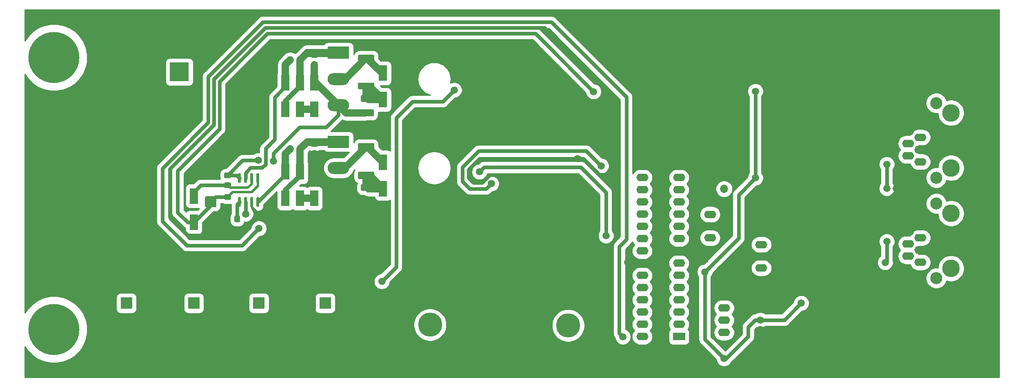
<source format=gbr>
G04 #@! TF.GenerationSoftware,KiCad,Pcbnew,5.1.4*
G04 #@! TF.CreationDate,2019-10-29T22:11:30-03:00*
G04 #@! TF.ProjectId,MCB19,4d434231-392e-46b6-9963-61645f706362,rev?*
G04 #@! TF.SameCoordinates,Original*
G04 #@! TF.FileFunction,Copper,L1,Top*
G04 #@! TF.FilePolarity,Positive*
%FSLAX46Y46*%
G04 Gerber Fmt 4.6, Leading zero omitted, Abs format (unit mm)*
G04 Created by KiCad (PCBNEW 5.1.4) date 2019-10-29 22:11:30*
%MOMM*%
%LPD*%
G04 APERTURE LIST*
%ADD10C,0.100000*%
%ADD11C,1.525000*%
%ADD12C,1.350000*%
%ADD13C,5.000000*%
%ADD14C,1.425000*%
%ADD15C,2.400000*%
%ADD16R,2.400000X2.400000*%
%ADD17C,0.900000*%
%ADD18C,10.599999*%
%ADD19R,1.700000X3.300000*%
%ADD20C,0.600000*%
%ADD21R,4.500000X2.500000*%
%ADD22O,4.500000X2.500000*%
%ADD23C,1.150000*%
%ADD24C,10.600000*%
%ADD25C,2.250000*%
%ADD26C,4.000000*%
%ADD27R,4.000000X4.000000*%
%ADD28R,1.700000X1.700000*%
%ADD29O,1.700000X1.700000*%
%ADD30R,2.500000X1.600000*%
%ADD31O,2.500000X1.600000*%
%ADD32C,3.650000*%
%ADD33C,2.500000*%
%ADD34C,1.500000*%
%ADD35C,0.508000*%
%ADD36C,1.524000*%
%ADD37C,0.762000*%
%ADD38C,1.016000*%
%ADD39C,0.254000*%
G04 APERTURE END LIST*
D10*
G36*
X123199505Y-80751204D02*
G01*
X123223773Y-80754804D01*
X123247572Y-80760765D01*
X123270671Y-80769030D01*
X123292850Y-80779520D01*
X123313893Y-80792132D01*
X123333599Y-80806747D01*
X123351777Y-80823223D01*
X123368253Y-80841401D01*
X123382868Y-80861107D01*
X123395480Y-80882150D01*
X123405970Y-80904329D01*
X123414235Y-80927428D01*
X123420196Y-80951227D01*
X123423796Y-80975495D01*
X123425000Y-80999999D01*
X123425000Y-82025001D01*
X123423796Y-82049505D01*
X123420196Y-82073773D01*
X123414235Y-82097572D01*
X123405970Y-82120671D01*
X123395480Y-82142850D01*
X123382868Y-82163893D01*
X123368253Y-82183599D01*
X123351777Y-82201777D01*
X123333599Y-82218253D01*
X123313893Y-82232868D01*
X123292850Y-82245480D01*
X123270671Y-82255970D01*
X123247572Y-82264235D01*
X123223773Y-82270196D01*
X123199505Y-82273796D01*
X123175001Y-82275000D01*
X120324999Y-82275000D01*
X120300495Y-82273796D01*
X120276227Y-82270196D01*
X120252428Y-82264235D01*
X120229329Y-82255970D01*
X120207150Y-82245480D01*
X120186107Y-82232868D01*
X120166401Y-82218253D01*
X120148223Y-82201777D01*
X120131747Y-82183599D01*
X120117132Y-82163893D01*
X120104520Y-82142850D01*
X120094030Y-82120671D01*
X120085765Y-82097572D01*
X120079804Y-82073773D01*
X120076204Y-82049505D01*
X120075000Y-82025001D01*
X120075000Y-80999999D01*
X120076204Y-80975495D01*
X120079804Y-80951227D01*
X120085765Y-80927428D01*
X120094030Y-80904329D01*
X120104520Y-80882150D01*
X120117132Y-80861107D01*
X120131747Y-80841401D01*
X120148223Y-80823223D01*
X120166401Y-80806747D01*
X120186107Y-80792132D01*
X120207150Y-80779520D01*
X120229329Y-80769030D01*
X120252428Y-80760765D01*
X120276227Y-80754804D01*
X120300495Y-80751204D01*
X120324999Y-80750000D01*
X123175001Y-80750000D01*
X123199505Y-80751204D01*
X123199505Y-80751204D01*
G37*
D11*
X121750000Y-81512500D03*
D10*
G36*
X123199505Y-86726204D02*
G01*
X123223773Y-86729804D01*
X123247572Y-86735765D01*
X123270671Y-86744030D01*
X123292850Y-86754520D01*
X123313893Y-86767132D01*
X123333599Y-86781747D01*
X123351777Y-86798223D01*
X123368253Y-86816401D01*
X123382868Y-86836107D01*
X123395480Y-86857150D01*
X123405970Y-86879329D01*
X123414235Y-86902428D01*
X123420196Y-86926227D01*
X123423796Y-86950495D01*
X123425000Y-86974999D01*
X123425000Y-88000001D01*
X123423796Y-88024505D01*
X123420196Y-88048773D01*
X123414235Y-88072572D01*
X123405970Y-88095671D01*
X123395480Y-88117850D01*
X123382868Y-88138893D01*
X123368253Y-88158599D01*
X123351777Y-88176777D01*
X123333599Y-88193253D01*
X123313893Y-88207868D01*
X123292850Y-88220480D01*
X123270671Y-88230970D01*
X123247572Y-88239235D01*
X123223773Y-88245196D01*
X123199505Y-88248796D01*
X123175001Y-88250000D01*
X120324999Y-88250000D01*
X120300495Y-88248796D01*
X120276227Y-88245196D01*
X120252428Y-88239235D01*
X120229329Y-88230970D01*
X120207150Y-88220480D01*
X120186107Y-88207868D01*
X120166401Y-88193253D01*
X120148223Y-88176777D01*
X120131747Y-88158599D01*
X120117132Y-88138893D01*
X120104520Y-88117850D01*
X120094030Y-88095671D01*
X120085765Y-88072572D01*
X120079804Y-88048773D01*
X120076204Y-88024505D01*
X120075000Y-88000001D01*
X120075000Y-86974999D01*
X120076204Y-86950495D01*
X120079804Y-86926227D01*
X120085765Y-86902428D01*
X120094030Y-86879329D01*
X120104520Y-86857150D01*
X120117132Y-86836107D01*
X120131747Y-86816401D01*
X120148223Y-86798223D01*
X120166401Y-86781747D01*
X120186107Y-86767132D01*
X120207150Y-86754520D01*
X120229329Y-86744030D01*
X120252428Y-86735765D01*
X120276227Y-86729804D01*
X120300495Y-86726204D01*
X120324999Y-86725000D01*
X123175001Y-86725000D01*
X123199505Y-86726204D01*
X123199505Y-86726204D01*
G37*
D11*
X121750000Y-87487500D03*
D10*
G36*
X123199505Y-62426204D02*
G01*
X123223773Y-62429804D01*
X123247572Y-62435765D01*
X123270671Y-62444030D01*
X123292850Y-62454520D01*
X123313893Y-62467132D01*
X123333599Y-62481747D01*
X123351777Y-62498223D01*
X123368253Y-62516401D01*
X123382868Y-62536107D01*
X123395480Y-62557150D01*
X123405970Y-62579329D01*
X123414235Y-62602428D01*
X123420196Y-62626227D01*
X123423796Y-62650495D01*
X123425000Y-62674999D01*
X123425000Y-63525001D01*
X123423796Y-63549505D01*
X123420196Y-63573773D01*
X123414235Y-63597572D01*
X123405970Y-63620671D01*
X123395480Y-63642850D01*
X123382868Y-63663893D01*
X123368253Y-63683599D01*
X123351777Y-63701777D01*
X123333599Y-63718253D01*
X123313893Y-63732868D01*
X123292850Y-63745480D01*
X123270671Y-63755970D01*
X123247572Y-63764235D01*
X123223773Y-63770196D01*
X123199505Y-63773796D01*
X123175001Y-63775000D01*
X120324999Y-63775000D01*
X120300495Y-63773796D01*
X120276227Y-63770196D01*
X120252428Y-63764235D01*
X120229329Y-63755970D01*
X120207150Y-63745480D01*
X120186107Y-63732868D01*
X120166401Y-63718253D01*
X120148223Y-63701777D01*
X120131747Y-63683599D01*
X120117132Y-63663893D01*
X120104520Y-63642850D01*
X120094030Y-63620671D01*
X120085765Y-63597572D01*
X120079804Y-63573773D01*
X120076204Y-63549505D01*
X120075000Y-63525001D01*
X120075000Y-62674999D01*
X120076204Y-62650495D01*
X120079804Y-62626227D01*
X120085765Y-62602428D01*
X120094030Y-62579329D01*
X120104520Y-62557150D01*
X120117132Y-62536107D01*
X120131747Y-62516401D01*
X120148223Y-62498223D01*
X120166401Y-62481747D01*
X120186107Y-62467132D01*
X120207150Y-62454520D01*
X120229329Y-62444030D01*
X120252428Y-62435765D01*
X120276227Y-62429804D01*
X120300495Y-62426204D01*
X120324999Y-62425000D01*
X123175001Y-62425000D01*
X123199505Y-62426204D01*
X123199505Y-62426204D01*
G37*
D12*
X121750000Y-63100000D03*
D10*
G36*
X123199505Y-68226204D02*
G01*
X123223773Y-68229804D01*
X123247572Y-68235765D01*
X123270671Y-68244030D01*
X123292850Y-68254520D01*
X123313893Y-68267132D01*
X123333599Y-68281747D01*
X123351777Y-68298223D01*
X123368253Y-68316401D01*
X123382868Y-68336107D01*
X123395480Y-68357150D01*
X123405970Y-68379329D01*
X123414235Y-68402428D01*
X123420196Y-68426227D01*
X123423796Y-68450495D01*
X123425000Y-68474999D01*
X123425000Y-69325001D01*
X123423796Y-69349505D01*
X123420196Y-69373773D01*
X123414235Y-69397572D01*
X123405970Y-69420671D01*
X123395480Y-69442850D01*
X123382868Y-69463893D01*
X123368253Y-69483599D01*
X123351777Y-69501777D01*
X123333599Y-69518253D01*
X123313893Y-69532868D01*
X123292850Y-69545480D01*
X123270671Y-69555970D01*
X123247572Y-69564235D01*
X123223773Y-69570196D01*
X123199505Y-69573796D01*
X123175001Y-69575000D01*
X120324999Y-69575000D01*
X120300495Y-69573796D01*
X120276227Y-69570196D01*
X120252428Y-69564235D01*
X120229329Y-69555970D01*
X120207150Y-69545480D01*
X120186107Y-69532868D01*
X120166401Y-69518253D01*
X120148223Y-69501777D01*
X120131747Y-69483599D01*
X120117132Y-69463893D01*
X120104520Y-69442850D01*
X120094030Y-69420671D01*
X120085765Y-69397572D01*
X120079804Y-69373773D01*
X120076204Y-69349505D01*
X120075000Y-69325001D01*
X120075000Y-68474999D01*
X120076204Y-68450495D01*
X120079804Y-68426227D01*
X120085765Y-68402428D01*
X120094030Y-68379329D01*
X120104520Y-68357150D01*
X120117132Y-68336107D01*
X120131747Y-68316401D01*
X120148223Y-68298223D01*
X120166401Y-68281747D01*
X120186107Y-68267132D01*
X120207150Y-68254520D01*
X120229329Y-68244030D01*
X120252428Y-68235765D01*
X120276227Y-68229804D01*
X120300495Y-68226204D01*
X120324999Y-68225000D01*
X123175001Y-68225000D01*
X123199505Y-68226204D01*
X123199505Y-68226204D01*
G37*
D12*
X121750000Y-68900000D03*
D13*
X135000000Y-118500000D03*
X163672000Y-118656000D03*
D10*
G36*
X123099504Y-73776204D02*
G01*
X123123773Y-73779804D01*
X123147571Y-73785765D01*
X123170671Y-73794030D01*
X123192849Y-73804520D01*
X123213893Y-73817133D01*
X123233598Y-73831747D01*
X123251777Y-73848223D01*
X123268253Y-73866402D01*
X123282867Y-73886107D01*
X123295480Y-73907151D01*
X123305970Y-73929329D01*
X123314235Y-73952429D01*
X123320196Y-73976227D01*
X123323796Y-74000496D01*
X123325000Y-74025000D01*
X123325000Y-74950000D01*
X123323796Y-74974504D01*
X123320196Y-74998773D01*
X123314235Y-75022571D01*
X123305970Y-75045671D01*
X123295480Y-75067849D01*
X123282867Y-75088893D01*
X123268253Y-75108598D01*
X123251777Y-75126777D01*
X123233598Y-75143253D01*
X123213893Y-75157867D01*
X123192849Y-75170480D01*
X123170671Y-75180970D01*
X123147571Y-75189235D01*
X123123773Y-75195196D01*
X123099504Y-75198796D01*
X123075000Y-75200000D01*
X120925000Y-75200000D01*
X120900496Y-75198796D01*
X120876227Y-75195196D01*
X120852429Y-75189235D01*
X120829329Y-75180970D01*
X120807151Y-75170480D01*
X120786107Y-75157867D01*
X120766402Y-75143253D01*
X120748223Y-75126777D01*
X120731747Y-75108598D01*
X120717133Y-75088893D01*
X120704520Y-75067849D01*
X120694030Y-75045671D01*
X120685765Y-75022571D01*
X120679804Y-74998773D01*
X120676204Y-74974504D01*
X120675000Y-74950000D01*
X120675000Y-74025000D01*
X120676204Y-74000496D01*
X120679804Y-73976227D01*
X120685765Y-73952429D01*
X120694030Y-73929329D01*
X120704520Y-73907151D01*
X120717133Y-73886107D01*
X120731747Y-73866402D01*
X120748223Y-73848223D01*
X120766402Y-73831747D01*
X120786107Y-73817133D01*
X120807151Y-73804520D01*
X120829329Y-73794030D01*
X120852429Y-73785765D01*
X120876227Y-73779804D01*
X120900496Y-73776204D01*
X120925000Y-73775000D01*
X123075000Y-73775000D01*
X123099504Y-73776204D01*
X123099504Y-73776204D01*
G37*
D14*
X122000000Y-74487500D03*
D10*
G36*
X123099504Y-70801204D02*
G01*
X123123773Y-70804804D01*
X123147571Y-70810765D01*
X123170671Y-70819030D01*
X123192849Y-70829520D01*
X123213893Y-70842133D01*
X123233598Y-70856747D01*
X123251777Y-70873223D01*
X123268253Y-70891402D01*
X123282867Y-70911107D01*
X123295480Y-70932151D01*
X123305970Y-70954329D01*
X123314235Y-70977429D01*
X123320196Y-71001227D01*
X123323796Y-71025496D01*
X123325000Y-71050000D01*
X123325000Y-71975000D01*
X123323796Y-71999504D01*
X123320196Y-72023773D01*
X123314235Y-72047571D01*
X123305970Y-72070671D01*
X123295480Y-72092849D01*
X123282867Y-72113893D01*
X123268253Y-72133598D01*
X123251777Y-72151777D01*
X123233598Y-72168253D01*
X123213893Y-72182867D01*
X123192849Y-72195480D01*
X123170671Y-72205970D01*
X123147571Y-72214235D01*
X123123773Y-72220196D01*
X123099504Y-72223796D01*
X123075000Y-72225000D01*
X120925000Y-72225000D01*
X120900496Y-72223796D01*
X120876227Y-72220196D01*
X120852429Y-72214235D01*
X120829329Y-72205970D01*
X120807151Y-72195480D01*
X120786107Y-72182867D01*
X120766402Y-72168253D01*
X120748223Y-72151777D01*
X120731747Y-72133598D01*
X120717133Y-72113893D01*
X120704520Y-72092849D01*
X120694030Y-72070671D01*
X120685765Y-72047571D01*
X120679804Y-72023773D01*
X120676204Y-71999504D01*
X120675000Y-71975000D01*
X120675000Y-71050000D01*
X120676204Y-71025496D01*
X120679804Y-71001227D01*
X120685765Y-70977429D01*
X120694030Y-70954329D01*
X120704520Y-70932151D01*
X120717133Y-70911107D01*
X120731747Y-70891402D01*
X120748223Y-70873223D01*
X120766402Y-70856747D01*
X120786107Y-70842133D01*
X120807151Y-70829520D01*
X120829329Y-70819030D01*
X120852429Y-70810765D01*
X120876227Y-70804804D01*
X120900496Y-70801204D01*
X120925000Y-70800000D01*
X123075000Y-70800000D01*
X123099504Y-70801204D01*
X123099504Y-70801204D01*
G37*
D14*
X122000000Y-71512500D03*
D10*
G36*
X123099504Y-92276204D02*
G01*
X123123773Y-92279804D01*
X123147571Y-92285765D01*
X123170671Y-92294030D01*
X123192849Y-92304520D01*
X123213893Y-92317133D01*
X123233598Y-92331747D01*
X123251777Y-92348223D01*
X123268253Y-92366402D01*
X123282867Y-92386107D01*
X123295480Y-92407151D01*
X123305970Y-92429329D01*
X123314235Y-92452429D01*
X123320196Y-92476227D01*
X123323796Y-92500496D01*
X123325000Y-92525000D01*
X123325000Y-93450000D01*
X123323796Y-93474504D01*
X123320196Y-93498773D01*
X123314235Y-93522571D01*
X123305970Y-93545671D01*
X123295480Y-93567849D01*
X123282867Y-93588893D01*
X123268253Y-93608598D01*
X123251777Y-93626777D01*
X123233598Y-93643253D01*
X123213893Y-93657867D01*
X123192849Y-93670480D01*
X123170671Y-93680970D01*
X123147571Y-93689235D01*
X123123773Y-93695196D01*
X123099504Y-93698796D01*
X123075000Y-93700000D01*
X120925000Y-93700000D01*
X120900496Y-93698796D01*
X120876227Y-93695196D01*
X120852429Y-93689235D01*
X120829329Y-93680970D01*
X120807151Y-93670480D01*
X120786107Y-93657867D01*
X120766402Y-93643253D01*
X120748223Y-93626777D01*
X120731747Y-93608598D01*
X120717133Y-93588893D01*
X120704520Y-93567849D01*
X120694030Y-93545671D01*
X120685765Y-93522571D01*
X120679804Y-93498773D01*
X120676204Y-93474504D01*
X120675000Y-93450000D01*
X120675000Y-92525000D01*
X120676204Y-92500496D01*
X120679804Y-92476227D01*
X120685765Y-92452429D01*
X120694030Y-92429329D01*
X120704520Y-92407151D01*
X120717133Y-92386107D01*
X120731747Y-92366402D01*
X120748223Y-92348223D01*
X120766402Y-92331747D01*
X120786107Y-92317133D01*
X120807151Y-92304520D01*
X120829329Y-92294030D01*
X120852429Y-92285765D01*
X120876227Y-92279804D01*
X120900496Y-92276204D01*
X120925000Y-92275000D01*
X123075000Y-92275000D01*
X123099504Y-92276204D01*
X123099504Y-92276204D01*
G37*
D14*
X122000000Y-92987500D03*
D10*
G36*
X123099504Y-89301204D02*
G01*
X123123773Y-89304804D01*
X123147571Y-89310765D01*
X123170671Y-89319030D01*
X123192849Y-89329520D01*
X123213893Y-89342133D01*
X123233598Y-89356747D01*
X123251777Y-89373223D01*
X123268253Y-89391402D01*
X123282867Y-89411107D01*
X123295480Y-89432151D01*
X123305970Y-89454329D01*
X123314235Y-89477429D01*
X123320196Y-89501227D01*
X123323796Y-89525496D01*
X123325000Y-89550000D01*
X123325000Y-90475000D01*
X123323796Y-90499504D01*
X123320196Y-90523773D01*
X123314235Y-90547571D01*
X123305970Y-90570671D01*
X123295480Y-90592849D01*
X123282867Y-90613893D01*
X123268253Y-90633598D01*
X123251777Y-90651777D01*
X123233598Y-90668253D01*
X123213893Y-90682867D01*
X123192849Y-90695480D01*
X123170671Y-90705970D01*
X123147571Y-90714235D01*
X123123773Y-90720196D01*
X123099504Y-90723796D01*
X123075000Y-90725000D01*
X120925000Y-90725000D01*
X120900496Y-90723796D01*
X120876227Y-90720196D01*
X120852429Y-90714235D01*
X120829329Y-90705970D01*
X120807151Y-90695480D01*
X120786107Y-90682867D01*
X120766402Y-90668253D01*
X120748223Y-90651777D01*
X120731747Y-90633598D01*
X120717133Y-90613893D01*
X120704520Y-90592849D01*
X120694030Y-90570671D01*
X120685765Y-90547571D01*
X120679804Y-90523773D01*
X120676204Y-90499504D01*
X120675000Y-90475000D01*
X120675000Y-89550000D01*
X120676204Y-89525496D01*
X120679804Y-89501227D01*
X120685765Y-89477429D01*
X120694030Y-89454329D01*
X120704520Y-89432151D01*
X120717133Y-89411107D01*
X120731747Y-89391402D01*
X120748223Y-89373223D01*
X120766402Y-89356747D01*
X120786107Y-89342133D01*
X120807151Y-89329520D01*
X120829329Y-89319030D01*
X120852429Y-89310765D01*
X120876227Y-89304804D01*
X120900496Y-89301204D01*
X120925000Y-89300000D01*
X123075000Y-89300000D01*
X123099504Y-89301204D01*
X123099504Y-89301204D01*
G37*
D14*
X122000000Y-90012500D03*
D15*
X72000000Y-109000000D03*
D16*
X72000000Y-114000000D03*
D17*
X59810749Y-122310749D03*
X60975000Y-119500000D03*
X59810749Y-116689251D03*
X57000000Y-115525000D03*
X54189251Y-116689251D03*
X53025000Y-119500000D03*
X54189251Y-122310749D03*
X57000000Y-123475000D03*
D18*
X57000000Y-119500000D03*
D19*
X105000000Y-92250000D03*
X105000000Y-86750000D03*
D15*
X99500000Y-109000000D03*
D16*
X99500000Y-114000000D03*
D15*
X113250000Y-109000000D03*
D16*
X113250000Y-114000000D03*
D10*
G36*
X99454703Y-92000722D02*
G01*
X99469264Y-92002882D01*
X99483543Y-92006459D01*
X99497403Y-92011418D01*
X99510710Y-92017712D01*
X99523336Y-92025280D01*
X99535159Y-92034048D01*
X99546066Y-92043934D01*
X99555952Y-92054841D01*
X99564720Y-92066664D01*
X99572288Y-92079290D01*
X99578582Y-92092597D01*
X99583541Y-92106457D01*
X99587118Y-92120736D01*
X99589278Y-92135297D01*
X99590000Y-92150000D01*
X99590000Y-93800000D01*
X99589278Y-93814703D01*
X99587118Y-93829264D01*
X99583541Y-93843543D01*
X99578582Y-93857403D01*
X99572288Y-93870710D01*
X99564720Y-93883336D01*
X99555952Y-93895159D01*
X99546066Y-93906066D01*
X99535159Y-93915952D01*
X99523336Y-93924720D01*
X99510710Y-93932288D01*
X99497403Y-93938582D01*
X99483543Y-93943541D01*
X99469264Y-93947118D01*
X99454703Y-93949278D01*
X99440000Y-93950000D01*
X99140000Y-93950000D01*
X99125297Y-93949278D01*
X99110736Y-93947118D01*
X99096457Y-93943541D01*
X99082597Y-93938582D01*
X99069290Y-93932288D01*
X99056664Y-93924720D01*
X99044841Y-93915952D01*
X99033934Y-93906066D01*
X99024048Y-93895159D01*
X99015280Y-93883336D01*
X99007712Y-93870710D01*
X99001418Y-93857403D01*
X98996459Y-93843543D01*
X98992882Y-93829264D01*
X98990722Y-93814703D01*
X98990000Y-93800000D01*
X98990000Y-92150000D01*
X98990722Y-92135297D01*
X98992882Y-92120736D01*
X98996459Y-92106457D01*
X99001418Y-92092597D01*
X99007712Y-92079290D01*
X99015280Y-92066664D01*
X99024048Y-92054841D01*
X99033934Y-92043934D01*
X99044841Y-92034048D01*
X99056664Y-92025280D01*
X99069290Y-92017712D01*
X99082597Y-92011418D01*
X99096457Y-92006459D01*
X99110736Y-92002882D01*
X99125297Y-92000722D01*
X99140000Y-92000000D01*
X99440000Y-92000000D01*
X99454703Y-92000722D01*
X99454703Y-92000722D01*
G37*
D20*
X99290000Y-92975000D03*
D10*
G36*
X98184703Y-92000722D02*
G01*
X98199264Y-92002882D01*
X98213543Y-92006459D01*
X98227403Y-92011418D01*
X98240710Y-92017712D01*
X98253336Y-92025280D01*
X98265159Y-92034048D01*
X98276066Y-92043934D01*
X98285952Y-92054841D01*
X98294720Y-92066664D01*
X98302288Y-92079290D01*
X98308582Y-92092597D01*
X98313541Y-92106457D01*
X98317118Y-92120736D01*
X98319278Y-92135297D01*
X98320000Y-92150000D01*
X98320000Y-93800000D01*
X98319278Y-93814703D01*
X98317118Y-93829264D01*
X98313541Y-93843543D01*
X98308582Y-93857403D01*
X98302288Y-93870710D01*
X98294720Y-93883336D01*
X98285952Y-93895159D01*
X98276066Y-93906066D01*
X98265159Y-93915952D01*
X98253336Y-93924720D01*
X98240710Y-93932288D01*
X98227403Y-93938582D01*
X98213543Y-93943541D01*
X98199264Y-93947118D01*
X98184703Y-93949278D01*
X98170000Y-93950000D01*
X97870000Y-93950000D01*
X97855297Y-93949278D01*
X97840736Y-93947118D01*
X97826457Y-93943541D01*
X97812597Y-93938582D01*
X97799290Y-93932288D01*
X97786664Y-93924720D01*
X97774841Y-93915952D01*
X97763934Y-93906066D01*
X97754048Y-93895159D01*
X97745280Y-93883336D01*
X97737712Y-93870710D01*
X97731418Y-93857403D01*
X97726459Y-93843543D01*
X97722882Y-93829264D01*
X97720722Y-93814703D01*
X97720000Y-93800000D01*
X97720000Y-92150000D01*
X97720722Y-92135297D01*
X97722882Y-92120736D01*
X97726459Y-92106457D01*
X97731418Y-92092597D01*
X97737712Y-92079290D01*
X97745280Y-92066664D01*
X97754048Y-92054841D01*
X97763934Y-92043934D01*
X97774841Y-92034048D01*
X97786664Y-92025280D01*
X97799290Y-92017712D01*
X97812597Y-92011418D01*
X97826457Y-92006459D01*
X97840736Y-92002882D01*
X97855297Y-92000722D01*
X97870000Y-92000000D01*
X98170000Y-92000000D01*
X98184703Y-92000722D01*
X98184703Y-92000722D01*
G37*
D20*
X98020000Y-92975000D03*
D10*
G36*
X96914703Y-92000722D02*
G01*
X96929264Y-92002882D01*
X96943543Y-92006459D01*
X96957403Y-92011418D01*
X96970710Y-92017712D01*
X96983336Y-92025280D01*
X96995159Y-92034048D01*
X97006066Y-92043934D01*
X97015952Y-92054841D01*
X97024720Y-92066664D01*
X97032288Y-92079290D01*
X97038582Y-92092597D01*
X97043541Y-92106457D01*
X97047118Y-92120736D01*
X97049278Y-92135297D01*
X97050000Y-92150000D01*
X97050000Y-93800000D01*
X97049278Y-93814703D01*
X97047118Y-93829264D01*
X97043541Y-93843543D01*
X97038582Y-93857403D01*
X97032288Y-93870710D01*
X97024720Y-93883336D01*
X97015952Y-93895159D01*
X97006066Y-93906066D01*
X96995159Y-93915952D01*
X96983336Y-93924720D01*
X96970710Y-93932288D01*
X96957403Y-93938582D01*
X96943543Y-93943541D01*
X96929264Y-93947118D01*
X96914703Y-93949278D01*
X96900000Y-93950000D01*
X96600000Y-93950000D01*
X96585297Y-93949278D01*
X96570736Y-93947118D01*
X96556457Y-93943541D01*
X96542597Y-93938582D01*
X96529290Y-93932288D01*
X96516664Y-93924720D01*
X96504841Y-93915952D01*
X96493934Y-93906066D01*
X96484048Y-93895159D01*
X96475280Y-93883336D01*
X96467712Y-93870710D01*
X96461418Y-93857403D01*
X96456459Y-93843543D01*
X96452882Y-93829264D01*
X96450722Y-93814703D01*
X96450000Y-93800000D01*
X96450000Y-92150000D01*
X96450722Y-92135297D01*
X96452882Y-92120736D01*
X96456459Y-92106457D01*
X96461418Y-92092597D01*
X96467712Y-92079290D01*
X96475280Y-92066664D01*
X96484048Y-92054841D01*
X96493934Y-92043934D01*
X96504841Y-92034048D01*
X96516664Y-92025280D01*
X96529290Y-92017712D01*
X96542597Y-92011418D01*
X96556457Y-92006459D01*
X96570736Y-92002882D01*
X96585297Y-92000722D01*
X96600000Y-92000000D01*
X96900000Y-92000000D01*
X96914703Y-92000722D01*
X96914703Y-92000722D01*
G37*
D20*
X96750000Y-92975000D03*
D10*
G36*
X95644703Y-92000722D02*
G01*
X95659264Y-92002882D01*
X95673543Y-92006459D01*
X95687403Y-92011418D01*
X95700710Y-92017712D01*
X95713336Y-92025280D01*
X95725159Y-92034048D01*
X95736066Y-92043934D01*
X95745952Y-92054841D01*
X95754720Y-92066664D01*
X95762288Y-92079290D01*
X95768582Y-92092597D01*
X95773541Y-92106457D01*
X95777118Y-92120736D01*
X95779278Y-92135297D01*
X95780000Y-92150000D01*
X95780000Y-93800000D01*
X95779278Y-93814703D01*
X95777118Y-93829264D01*
X95773541Y-93843543D01*
X95768582Y-93857403D01*
X95762288Y-93870710D01*
X95754720Y-93883336D01*
X95745952Y-93895159D01*
X95736066Y-93906066D01*
X95725159Y-93915952D01*
X95713336Y-93924720D01*
X95700710Y-93932288D01*
X95687403Y-93938582D01*
X95673543Y-93943541D01*
X95659264Y-93947118D01*
X95644703Y-93949278D01*
X95630000Y-93950000D01*
X95330000Y-93950000D01*
X95315297Y-93949278D01*
X95300736Y-93947118D01*
X95286457Y-93943541D01*
X95272597Y-93938582D01*
X95259290Y-93932288D01*
X95246664Y-93924720D01*
X95234841Y-93915952D01*
X95223934Y-93906066D01*
X95214048Y-93895159D01*
X95205280Y-93883336D01*
X95197712Y-93870710D01*
X95191418Y-93857403D01*
X95186459Y-93843543D01*
X95182882Y-93829264D01*
X95180722Y-93814703D01*
X95180000Y-93800000D01*
X95180000Y-92150000D01*
X95180722Y-92135297D01*
X95182882Y-92120736D01*
X95186459Y-92106457D01*
X95191418Y-92092597D01*
X95197712Y-92079290D01*
X95205280Y-92066664D01*
X95214048Y-92054841D01*
X95223934Y-92043934D01*
X95234841Y-92034048D01*
X95246664Y-92025280D01*
X95259290Y-92017712D01*
X95272597Y-92011418D01*
X95286457Y-92006459D01*
X95300736Y-92002882D01*
X95315297Y-92000722D01*
X95330000Y-92000000D01*
X95630000Y-92000000D01*
X95644703Y-92000722D01*
X95644703Y-92000722D01*
G37*
D20*
X95480000Y-92975000D03*
D10*
G36*
X95644703Y-87050722D02*
G01*
X95659264Y-87052882D01*
X95673543Y-87056459D01*
X95687403Y-87061418D01*
X95700710Y-87067712D01*
X95713336Y-87075280D01*
X95725159Y-87084048D01*
X95736066Y-87093934D01*
X95745952Y-87104841D01*
X95754720Y-87116664D01*
X95762288Y-87129290D01*
X95768582Y-87142597D01*
X95773541Y-87156457D01*
X95777118Y-87170736D01*
X95779278Y-87185297D01*
X95780000Y-87200000D01*
X95780000Y-88850000D01*
X95779278Y-88864703D01*
X95777118Y-88879264D01*
X95773541Y-88893543D01*
X95768582Y-88907403D01*
X95762288Y-88920710D01*
X95754720Y-88933336D01*
X95745952Y-88945159D01*
X95736066Y-88956066D01*
X95725159Y-88965952D01*
X95713336Y-88974720D01*
X95700710Y-88982288D01*
X95687403Y-88988582D01*
X95673543Y-88993541D01*
X95659264Y-88997118D01*
X95644703Y-88999278D01*
X95630000Y-89000000D01*
X95330000Y-89000000D01*
X95315297Y-88999278D01*
X95300736Y-88997118D01*
X95286457Y-88993541D01*
X95272597Y-88988582D01*
X95259290Y-88982288D01*
X95246664Y-88974720D01*
X95234841Y-88965952D01*
X95223934Y-88956066D01*
X95214048Y-88945159D01*
X95205280Y-88933336D01*
X95197712Y-88920710D01*
X95191418Y-88907403D01*
X95186459Y-88893543D01*
X95182882Y-88879264D01*
X95180722Y-88864703D01*
X95180000Y-88850000D01*
X95180000Y-87200000D01*
X95180722Y-87185297D01*
X95182882Y-87170736D01*
X95186459Y-87156457D01*
X95191418Y-87142597D01*
X95197712Y-87129290D01*
X95205280Y-87116664D01*
X95214048Y-87104841D01*
X95223934Y-87093934D01*
X95234841Y-87084048D01*
X95246664Y-87075280D01*
X95259290Y-87067712D01*
X95272597Y-87061418D01*
X95286457Y-87056459D01*
X95300736Y-87052882D01*
X95315297Y-87050722D01*
X95330000Y-87050000D01*
X95630000Y-87050000D01*
X95644703Y-87050722D01*
X95644703Y-87050722D01*
G37*
D20*
X95480000Y-88025000D03*
D10*
G36*
X96914703Y-87050722D02*
G01*
X96929264Y-87052882D01*
X96943543Y-87056459D01*
X96957403Y-87061418D01*
X96970710Y-87067712D01*
X96983336Y-87075280D01*
X96995159Y-87084048D01*
X97006066Y-87093934D01*
X97015952Y-87104841D01*
X97024720Y-87116664D01*
X97032288Y-87129290D01*
X97038582Y-87142597D01*
X97043541Y-87156457D01*
X97047118Y-87170736D01*
X97049278Y-87185297D01*
X97050000Y-87200000D01*
X97050000Y-88850000D01*
X97049278Y-88864703D01*
X97047118Y-88879264D01*
X97043541Y-88893543D01*
X97038582Y-88907403D01*
X97032288Y-88920710D01*
X97024720Y-88933336D01*
X97015952Y-88945159D01*
X97006066Y-88956066D01*
X96995159Y-88965952D01*
X96983336Y-88974720D01*
X96970710Y-88982288D01*
X96957403Y-88988582D01*
X96943543Y-88993541D01*
X96929264Y-88997118D01*
X96914703Y-88999278D01*
X96900000Y-89000000D01*
X96600000Y-89000000D01*
X96585297Y-88999278D01*
X96570736Y-88997118D01*
X96556457Y-88993541D01*
X96542597Y-88988582D01*
X96529290Y-88982288D01*
X96516664Y-88974720D01*
X96504841Y-88965952D01*
X96493934Y-88956066D01*
X96484048Y-88945159D01*
X96475280Y-88933336D01*
X96467712Y-88920710D01*
X96461418Y-88907403D01*
X96456459Y-88893543D01*
X96452882Y-88879264D01*
X96450722Y-88864703D01*
X96450000Y-88850000D01*
X96450000Y-87200000D01*
X96450722Y-87185297D01*
X96452882Y-87170736D01*
X96456459Y-87156457D01*
X96461418Y-87142597D01*
X96467712Y-87129290D01*
X96475280Y-87116664D01*
X96484048Y-87104841D01*
X96493934Y-87093934D01*
X96504841Y-87084048D01*
X96516664Y-87075280D01*
X96529290Y-87067712D01*
X96542597Y-87061418D01*
X96556457Y-87056459D01*
X96570736Y-87052882D01*
X96585297Y-87050722D01*
X96600000Y-87050000D01*
X96900000Y-87050000D01*
X96914703Y-87050722D01*
X96914703Y-87050722D01*
G37*
D20*
X96750000Y-88025000D03*
D10*
G36*
X98184703Y-87050722D02*
G01*
X98199264Y-87052882D01*
X98213543Y-87056459D01*
X98227403Y-87061418D01*
X98240710Y-87067712D01*
X98253336Y-87075280D01*
X98265159Y-87084048D01*
X98276066Y-87093934D01*
X98285952Y-87104841D01*
X98294720Y-87116664D01*
X98302288Y-87129290D01*
X98308582Y-87142597D01*
X98313541Y-87156457D01*
X98317118Y-87170736D01*
X98319278Y-87185297D01*
X98320000Y-87200000D01*
X98320000Y-88850000D01*
X98319278Y-88864703D01*
X98317118Y-88879264D01*
X98313541Y-88893543D01*
X98308582Y-88907403D01*
X98302288Y-88920710D01*
X98294720Y-88933336D01*
X98285952Y-88945159D01*
X98276066Y-88956066D01*
X98265159Y-88965952D01*
X98253336Y-88974720D01*
X98240710Y-88982288D01*
X98227403Y-88988582D01*
X98213543Y-88993541D01*
X98199264Y-88997118D01*
X98184703Y-88999278D01*
X98170000Y-89000000D01*
X97870000Y-89000000D01*
X97855297Y-88999278D01*
X97840736Y-88997118D01*
X97826457Y-88993541D01*
X97812597Y-88988582D01*
X97799290Y-88982288D01*
X97786664Y-88974720D01*
X97774841Y-88965952D01*
X97763934Y-88956066D01*
X97754048Y-88945159D01*
X97745280Y-88933336D01*
X97737712Y-88920710D01*
X97731418Y-88907403D01*
X97726459Y-88893543D01*
X97722882Y-88879264D01*
X97720722Y-88864703D01*
X97720000Y-88850000D01*
X97720000Y-87200000D01*
X97720722Y-87185297D01*
X97722882Y-87170736D01*
X97726459Y-87156457D01*
X97731418Y-87142597D01*
X97737712Y-87129290D01*
X97745280Y-87116664D01*
X97754048Y-87104841D01*
X97763934Y-87093934D01*
X97774841Y-87084048D01*
X97786664Y-87075280D01*
X97799290Y-87067712D01*
X97812597Y-87061418D01*
X97826457Y-87056459D01*
X97840736Y-87052882D01*
X97855297Y-87050722D01*
X97870000Y-87050000D01*
X98170000Y-87050000D01*
X98184703Y-87050722D01*
X98184703Y-87050722D01*
G37*
D20*
X98020000Y-88025000D03*
D10*
G36*
X99454703Y-87050722D02*
G01*
X99469264Y-87052882D01*
X99483543Y-87056459D01*
X99497403Y-87061418D01*
X99510710Y-87067712D01*
X99523336Y-87075280D01*
X99535159Y-87084048D01*
X99546066Y-87093934D01*
X99555952Y-87104841D01*
X99564720Y-87116664D01*
X99572288Y-87129290D01*
X99578582Y-87142597D01*
X99583541Y-87156457D01*
X99587118Y-87170736D01*
X99589278Y-87185297D01*
X99590000Y-87200000D01*
X99590000Y-88850000D01*
X99589278Y-88864703D01*
X99587118Y-88879264D01*
X99583541Y-88893543D01*
X99578582Y-88907403D01*
X99572288Y-88920710D01*
X99564720Y-88933336D01*
X99555952Y-88945159D01*
X99546066Y-88956066D01*
X99535159Y-88965952D01*
X99523336Y-88974720D01*
X99510710Y-88982288D01*
X99497403Y-88988582D01*
X99483543Y-88993541D01*
X99469264Y-88997118D01*
X99454703Y-88999278D01*
X99440000Y-89000000D01*
X99140000Y-89000000D01*
X99125297Y-88999278D01*
X99110736Y-88997118D01*
X99096457Y-88993541D01*
X99082597Y-88988582D01*
X99069290Y-88982288D01*
X99056664Y-88974720D01*
X99044841Y-88965952D01*
X99033934Y-88956066D01*
X99024048Y-88945159D01*
X99015280Y-88933336D01*
X99007712Y-88920710D01*
X99001418Y-88907403D01*
X98996459Y-88893543D01*
X98992882Y-88879264D01*
X98990722Y-88864703D01*
X98990000Y-88850000D01*
X98990000Y-87200000D01*
X98990722Y-87185297D01*
X98992882Y-87170736D01*
X98996459Y-87156457D01*
X99001418Y-87142597D01*
X99007712Y-87129290D01*
X99015280Y-87116664D01*
X99024048Y-87104841D01*
X99033934Y-87093934D01*
X99044841Y-87084048D01*
X99056664Y-87075280D01*
X99069290Y-87067712D01*
X99082597Y-87061418D01*
X99096457Y-87056459D01*
X99110736Y-87052882D01*
X99125297Y-87050722D01*
X99140000Y-87050000D01*
X99440000Y-87050000D01*
X99454703Y-87050722D01*
X99454703Y-87050722D01*
G37*
D20*
X99290000Y-88025000D03*
D21*
X116000000Y-62000000D03*
D22*
X116000000Y-67450000D03*
X116000000Y-72900000D03*
D21*
X116000000Y-80500000D03*
D22*
X116000000Y-85950000D03*
X116000000Y-91400000D03*
D10*
G36*
X111474505Y-61901204D02*
G01*
X111498773Y-61904804D01*
X111522572Y-61910765D01*
X111545671Y-61919030D01*
X111567850Y-61929520D01*
X111588893Y-61942132D01*
X111608599Y-61956747D01*
X111626777Y-61973223D01*
X111643253Y-61991401D01*
X111657868Y-62011107D01*
X111670480Y-62032150D01*
X111680970Y-62054329D01*
X111689235Y-62077428D01*
X111695196Y-62101227D01*
X111698796Y-62125495D01*
X111700000Y-62149999D01*
X111700000Y-62800001D01*
X111698796Y-62824505D01*
X111695196Y-62848773D01*
X111689235Y-62872572D01*
X111680970Y-62895671D01*
X111670480Y-62917850D01*
X111657868Y-62938893D01*
X111643253Y-62958599D01*
X111626777Y-62976777D01*
X111608599Y-62993253D01*
X111588893Y-63007868D01*
X111567850Y-63020480D01*
X111545671Y-63030970D01*
X111522572Y-63039235D01*
X111498773Y-63045196D01*
X111474505Y-63048796D01*
X111450001Y-63050000D01*
X110549999Y-63050000D01*
X110525495Y-63048796D01*
X110501227Y-63045196D01*
X110477428Y-63039235D01*
X110454329Y-63030970D01*
X110432150Y-63020480D01*
X110411107Y-63007868D01*
X110391401Y-62993253D01*
X110373223Y-62976777D01*
X110356747Y-62958599D01*
X110342132Y-62938893D01*
X110329520Y-62917850D01*
X110319030Y-62895671D01*
X110310765Y-62872572D01*
X110304804Y-62848773D01*
X110301204Y-62824505D01*
X110300000Y-62800001D01*
X110300000Y-62149999D01*
X110301204Y-62125495D01*
X110304804Y-62101227D01*
X110310765Y-62077428D01*
X110319030Y-62054329D01*
X110329520Y-62032150D01*
X110342132Y-62011107D01*
X110356747Y-61991401D01*
X110373223Y-61973223D01*
X110391401Y-61956747D01*
X110411107Y-61942132D01*
X110432150Y-61929520D01*
X110454329Y-61919030D01*
X110477428Y-61910765D01*
X110501227Y-61904804D01*
X110525495Y-61901204D01*
X110549999Y-61900000D01*
X111450001Y-61900000D01*
X111474505Y-61901204D01*
X111474505Y-61901204D01*
G37*
D23*
X111000000Y-62475000D03*
D10*
G36*
X111474505Y-63951204D02*
G01*
X111498773Y-63954804D01*
X111522572Y-63960765D01*
X111545671Y-63969030D01*
X111567850Y-63979520D01*
X111588893Y-63992132D01*
X111608599Y-64006747D01*
X111626777Y-64023223D01*
X111643253Y-64041401D01*
X111657868Y-64061107D01*
X111670480Y-64082150D01*
X111680970Y-64104329D01*
X111689235Y-64127428D01*
X111695196Y-64151227D01*
X111698796Y-64175495D01*
X111700000Y-64199999D01*
X111700000Y-64850001D01*
X111698796Y-64874505D01*
X111695196Y-64898773D01*
X111689235Y-64922572D01*
X111680970Y-64945671D01*
X111670480Y-64967850D01*
X111657868Y-64988893D01*
X111643253Y-65008599D01*
X111626777Y-65026777D01*
X111608599Y-65043253D01*
X111588893Y-65057868D01*
X111567850Y-65070480D01*
X111545671Y-65080970D01*
X111522572Y-65089235D01*
X111498773Y-65095196D01*
X111474505Y-65098796D01*
X111450001Y-65100000D01*
X110549999Y-65100000D01*
X110525495Y-65098796D01*
X110501227Y-65095196D01*
X110477428Y-65089235D01*
X110454329Y-65080970D01*
X110432150Y-65070480D01*
X110411107Y-65057868D01*
X110391401Y-65043253D01*
X110373223Y-65026777D01*
X110356747Y-65008599D01*
X110342132Y-64988893D01*
X110329520Y-64967850D01*
X110319030Y-64945671D01*
X110310765Y-64922572D01*
X110304804Y-64898773D01*
X110301204Y-64874505D01*
X110300000Y-64850001D01*
X110300000Y-64199999D01*
X110301204Y-64175495D01*
X110304804Y-64151227D01*
X110310765Y-64127428D01*
X110319030Y-64104329D01*
X110329520Y-64082150D01*
X110342132Y-64061107D01*
X110356747Y-64041401D01*
X110373223Y-64023223D01*
X110391401Y-64006747D01*
X110411107Y-63992132D01*
X110432150Y-63979520D01*
X110454329Y-63969030D01*
X110477428Y-63960765D01*
X110501227Y-63954804D01*
X110525495Y-63951204D01*
X110549999Y-63950000D01*
X111450001Y-63950000D01*
X111474505Y-63951204D01*
X111474505Y-63951204D01*
G37*
D23*
X111000000Y-64525000D03*
D10*
G36*
X111474505Y-80401204D02*
G01*
X111498773Y-80404804D01*
X111522572Y-80410765D01*
X111545671Y-80419030D01*
X111567850Y-80429520D01*
X111588893Y-80442132D01*
X111608599Y-80456747D01*
X111626777Y-80473223D01*
X111643253Y-80491401D01*
X111657868Y-80511107D01*
X111670480Y-80532150D01*
X111680970Y-80554329D01*
X111689235Y-80577428D01*
X111695196Y-80601227D01*
X111698796Y-80625495D01*
X111700000Y-80649999D01*
X111700000Y-81300001D01*
X111698796Y-81324505D01*
X111695196Y-81348773D01*
X111689235Y-81372572D01*
X111680970Y-81395671D01*
X111670480Y-81417850D01*
X111657868Y-81438893D01*
X111643253Y-81458599D01*
X111626777Y-81476777D01*
X111608599Y-81493253D01*
X111588893Y-81507868D01*
X111567850Y-81520480D01*
X111545671Y-81530970D01*
X111522572Y-81539235D01*
X111498773Y-81545196D01*
X111474505Y-81548796D01*
X111450001Y-81550000D01*
X110549999Y-81550000D01*
X110525495Y-81548796D01*
X110501227Y-81545196D01*
X110477428Y-81539235D01*
X110454329Y-81530970D01*
X110432150Y-81520480D01*
X110411107Y-81507868D01*
X110391401Y-81493253D01*
X110373223Y-81476777D01*
X110356747Y-81458599D01*
X110342132Y-81438893D01*
X110329520Y-81417850D01*
X110319030Y-81395671D01*
X110310765Y-81372572D01*
X110304804Y-81348773D01*
X110301204Y-81324505D01*
X110300000Y-81300001D01*
X110300000Y-80649999D01*
X110301204Y-80625495D01*
X110304804Y-80601227D01*
X110310765Y-80577428D01*
X110319030Y-80554329D01*
X110329520Y-80532150D01*
X110342132Y-80511107D01*
X110356747Y-80491401D01*
X110373223Y-80473223D01*
X110391401Y-80456747D01*
X110411107Y-80442132D01*
X110432150Y-80429520D01*
X110454329Y-80419030D01*
X110477428Y-80410765D01*
X110501227Y-80404804D01*
X110525495Y-80401204D01*
X110549999Y-80400000D01*
X111450001Y-80400000D01*
X111474505Y-80401204D01*
X111474505Y-80401204D01*
G37*
D23*
X111000000Y-80975000D03*
D10*
G36*
X111474505Y-82451204D02*
G01*
X111498773Y-82454804D01*
X111522572Y-82460765D01*
X111545671Y-82469030D01*
X111567850Y-82479520D01*
X111588893Y-82492132D01*
X111608599Y-82506747D01*
X111626777Y-82523223D01*
X111643253Y-82541401D01*
X111657868Y-82561107D01*
X111670480Y-82582150D01*
X111680970Y-82604329D01*
X111689235Y-82627428D01*
X111695196Y-82651227D01*
X111698796Y-82675495D01*
X111700000Y-82699999D01*
X111700000Y-83350001D01*
X111698796Y-83374505D01*
X111695196Y-83398773D01*
X111689235Y-83422572D01*
X111680970Y-83445671D01*
X111670480Y-83467850D01*
X111657868Y-83488893D01*
X111643253Y-83508599D01*
X111626777Y-83526777D01*
X111608599Y-83543253D01*
X111588893Y-83557868D01*
X111567850Y-83570480D01*
X111545671Y-83580970D01*
X111522572Y-83589235D01*
X111498773Y-83595196D01*
X111474505Y-83598796D01*
X111450001Y-83600000D01*
X110549999Y-83600000D01*
X110525495Y-83598796D01*
X110501227Y-83595196D01*
X110477428Y-83589235D01*
X110454329Y-83580970D01*
X110432150Y-83570480D01*
X110411107Y-83557868D01*
X110391401Y-83543253D01*
X110373223Y-83526777D01*
X110356747Y-83508599D01*
X110342132Y-83488893D01*
X110329520Y-83467850D01*
X110319030Y-83445671D01*
X110310765Y-83422572D01*
X110304804Y-83398773D01*
X110301204Y-83374505D01*
X110300000Y-83350001D01*
X110300000Y-82699999D01*
X110301204Y-82675495D01*
X110304804Y-82651227D01*
X110310765Y-82627428D01*
X110319030Y-82604329D01*
X110329520Y-82582150D01*
X110342132Y-82561107D01*
X110356747Y-82541401D01*
X110373223Y-82523223D01*
X110391401Y-82506747D01*
X110411107Y-82492132D01*
X110432150Y-82479520D01*
X110454329Y-82469030D01*
X110477428Y-82460765D01*
X110501227Y-82454804D01*
X110525495Y-82451204D01*
X110549999Y-82450000D01*
X111450001Y-82450000D01*
X111474505Y-82451204D01*
X111474505Y-82451204D01*
G37*
D23*
X111000000Y-83025000D03*
D10*
G36*
X106324505Y-62801204D02*
G01*
X106348773Y-62804804D01*
X106372572Y-62810765D01*
X106395671Y-62819030D01*
X106417850Y-62829520D01*
X106438893Y-62842132D01*
X106458599Y-62856747D01*
X106476777Y-62873223D01*
X106493253Y-62891401D01*
X106507868Y-62911107D01*
X106520480Y-62932150D01*
X106530970Y-62954329D01*
X106539235Y-62977428D01*
X106545196Y-63001227D01*
X106548796Y-63025495D01*
X106550000Y-63049999D01*
X106550000Y-63950001D01*
X106548796Y-63974505D01*
X106545196Y-63998773D01*
X106539235Y-64022572D01*
X106530970Y-64045671D01*
X106520480Y-64067850D01*
X106507868Y-64088893D01*
X106493253Y-64108599D01*
X106476777Y-64126777D01*
X106458599Y-64143253D01*
X106438893Y-64157868D01*
X106417850Y-64170480D01*
X106395671Y-64180970D01*
X106372572Y-64189235D01*
X106348773Y-64195196D01*
X106324505Y-64198796D01*
X106300001Y-64200000D01*
X105649999Y-64200000D01*
X105625495Y-64198796D01*
X105601227Y-64195196D01*
X105577428Y-64189235D01*
X105554329Y-64180970D01*
X105532150Y-64170480D01*
X105511107Y-64157868D01*
X105491401Y-64143253D01*
X105473223Y-64126777D01*
X105456747Y-64108599D01*
X105442132Y-64088893D01*
X105429520Y-64067850D01*
X105419030Y-64045671D01*
X105410765Y-64022572D01*
X105404804Y-63998773D01*
X105401204Y-63974505D01*
X105400000Y-63950001D01*
X105400000Y-63049999D01*
X105401204Y-63025495D01*
X105404804Y-63001227D01*
X105410765Y-62977428D01*
X105419030Y-62954329D01*
X105429520Y-62932150D01*
X105442132Y-62911107D01*
X105456747Y-62891401D01*
X105473223Y-62873223D01*
X105491401Y-62856747D01*
X105511107Y-62842132D01*
X105532150Y-62829520D01*
X105554329Y-62819030D01*
X105577428Y-62810765D01*
X105601227Y-62804804D01*
X105625495Y-62801204D01*
X105649999Y-62800000D01*
X106300001Y-62800000D01*
X106324505Y-62801204D01*
X106324505Y-62801204D01*
G37*
D23*
X105975000Y-63500000D03*
D10*
G36*
X108374505Y-62801204D02*
G01*
X108398773Y-62804804D01*
X108422572Y-62810765D01*
X108445671Y-62819030D01*
X108467850Y-62829520D01*
X108488893Y-62842132D01*
X108508599Y-62856747D01*
X108526777Y-62873223D01*
X108543253Y-62891401D01*
X108557868Y-62911107D01*
X108570480Y-62932150D01*
X108580970Y-62954329D01*
X108589235Y-62977428D01*
X108595196Y-63001227D01*
X108598796Y-63025495D01*
X108600000Y-63049999D01*
X108600000Y-63950001D01*
X108598796Y-63974505D01*
X108595196Y-63998773D01*
X108589235Y-64022572D01*
X108580970Y-64045671D01*
X108570480Y-64067850D01*
X108557868Y-64088893D01*
X108543253Y-64108599D01*
X108526777Y-64126777D01*
X108508599Y-64143253D01*
X108488893Y-64157868D01*
X108467850Y-64170480D01*
X108445671Y-64180970D01*
X108422572Y-64189235D01*
X108398773Y-64195196D01*
X108374505Y-64198796D01*
X108350001Y-64200000D01*
X107699999Y-64200000D01*
X107675495Y-64198796D01*
X107651227Y-64195196D01*
X107627428Y-64189235D01*
X107604329Y-64180970D01*
X107582150Y-64170480D01*
X107561107Y-64157868D01*
X107541401Y-64143253D01*
X107523223Y-64126777D01*
X107506747Y-64108599D01*
X107492132Y-64088893D01*
X107479520Y-64067850D01*
X107469030Y-64045671D01*
X107460765Y-64022572D01*
X107454804Y-63998773D01*
X107451204Y-63974505D01*
X107450000Y-63950001D01*
X107450000Y-63049999D01*
X107451204Y-63025495D01*
X107454804Y-63001227D01*
X107460765Y-62977428D01*
X107469030Y-62954329D01*
X107479520Y-62932150D01*
X107492132Y-62911107D01*
X107506747Y-62891401D01*
X107523223Y-62873223D01*
X107541401Y-62856747D01*
X107561107Y-62842132D01*
X107582150Y-62829520D01*
X107604329Y-62819030D01*
X107627428Y-62810765D01*
X107651227Y-62804804D01*
X107675495Y-62801204D01*
X107699999Y-62800000D01*
X108350001Y-62800000D01*
X108374505Y-62801204D01*
X108374505Y-62801204D01*
G37*
D23*
X108025000Y-63500000D03*
D10*
G36*
X106324505Y-81301204D02*
G01*
X106348773Y-81304804D01*
X106372572Y-81310765D01*
X106395671Y-81319030D01*
X106417850Y-81329520D01*
X106438893Y-81342132D01*
X106458599Y-81356747D01*
X106476777Y-81373223D01*
X106493253Y-81391401D01*
X106507868Y-81411107D01*
X106520480Y-81432150D01*
X106530970Y-81454329D01*
X106539235Y-81477428D01*
X106545196Y-81501227D01*
X106548796Y-81525495D01*
X106550000Y-81549999D01*
X106550000Y-82450001D01*
X106548796Y-82474505D01*
X106545196Y-82498773D01*
X106539235Y-82522572D01*
X106530970Y-82545671D01*
X106520480Y-82567850D01*
X106507868Y-82588893D01*
X106493253Y-82608599D01*
X106476777Y-82626777D01*
X106458599Y-82643253D01*
X106438893Y-82657868D01*
X106417850Y-82670480D01*
X106395671Y-82680970D01*
X106372572Y-82689235D01*
X106348773Y-82695196D01*
X106324505Y-82698796D01*
X106300001Y-82700000D01*
X105649999Y-82700000D01*
X105625495Y-82698796D01*
X105601227Y-82695196D01*
X105577428Y-82689235D01*
X105554329Y-82680970D01*
X105532150Y-82670480D01*
X105511107Y-82657868D01*
X105491401Y-82643253D01*
X105473223Y-82626777D01*
X105456747Y-82608599D01*
X105442132Y-82588893D01*
X105429520Y-82567850D01*
X105419030Y-82545671D01*
X105410765Y-82522572D01*
X105404804Y-82498773D01*
X105401204Y-82474505D01*
X105400000Y-82450001D01*
X105400000Y-81549999D01*
X105401204Y-81525495D01*
X105404804Y-81501227D01*
X105410765Y-81477428D01*
X105419030Y-81454329D01*
X105429520Y-81432150D01*
X105442132Y-81411107D01*
X105456747Y-81391401D01*
X105473223Y-81373223D01*
X105491401Y-81356747D01*
X105511107Y-81342132D01*
X105532150Y-81329520D01*
X105554329Y-81319030D01*
X105577428Y-81310765D01*
X105601227Y-81304804D01*
X105625495Y-81301204D01*
X105649999Y-81300000D01*
X106300001Y-81300000D01*
X106324505Y-81301204D01*
X106324505Y-81301204D01*
G37*
D23*
X105975000Y-82000000D03*
D10*
G36*
X108374505Y-81301204D02*
G01*
X108398773Y-81304804D01*
X108422572Y-81310765D01*
X108445671Y-81319030D01*
X108467850Y-81329520D01*
X108488893Y-81342132D01*
X108508599Y-81356747D01*
X108526777Y-81373223D01*
X108543253Y-81391401D01*
X108557868Y-81411107D01*
X108570480Y-81432150D01*
X108580970Y-81454329D01*
X108589235Y-81477428D01*
X108595196Y-81501227D01*
X108598796Y-81525495D01*
X108600000Y-81549999D01*
X108600000Y-82450001D01*
X108598796Y-82474505D01*
X108595196Y-82498773D01*
X108589235Y-82522572D01*
X108580970Y-82545671D01*
X108570480Y-82567850D01*
X108557868Y-82588893D01*
X108543253Y-82608599D01*
X108526777Y-82626777D01*
X108508599Y-82643253D01*
X108488893Y-82657868D01*
X108467850Y-82670480D01*
X108445671Y-82680970D01*
X108422572Y-82689235D01*
X108398773Y-82695196D01*
X108374505Y-82698796D01*
X108350001Y-82700000D01*
X107699999Y-82700000D01*
X107675495Y-82698796D01*
X107651227Y-82695196D01*
X107627428Y-82689235D01*
X107604329Y-82680970D01*
X107582150Y-82670480D01*
X107561107Y-82657868D01*
X107541401Y-82643253D01*
X107523223Y-82626777D01*
X107506747Y-82608599D01*
X107492132Y-82588893D01*
X107479520Y-82567850D01*
X107469030Y-82545671D01*
X107460765Y-82522572D01*
X107454804Y-82498773D01*
X107451204Y-82474505D01*
X107450000Y-82450001D01*
X107450000Y-81549999D01*
X107451204Y-81525495D01*
X107454804Y-81501227D01*
X107460765Y-81477428D01*
X107469030Y-81454329D01*
X107479520Y-81432150D01*
X107492132Y-81411107D01*
X107506747Y-81391401D01*
X107523223Y-81373223D01*
X107541401Y-81356747D01*
X107561107Y-81342132D01*
X107582150Y-81329520D01*
X107604329Y-81319030D01*
X107627428Y-81310765D01*
X107651227Y-81304804D01*
X107675495Y-81301204D01*
X107699999Y-81300000D01*
X108350001Y-81300000D01*
X108374505Y-81301204D01*
X108374505Y-81301204D01*
G37*
D23*
X108025000Y-82000000D03*
D10*
G36*
X93299505Y-95801204D02*
G01*
X93323773Y-95804804D01*
X93347572Y-95810765D01*
X93370671Y-95819030D01*
X93392850Y-95829520D01*
X93413893Y-95842132D01*
X93433599Y-95856747D01*
X93451777Y-95873223D01*
X93468253Y-95891401D01*
X93482868Y-95911107D01*
X93495480Y-95932150D01*
X93505970Y-95954329D01*
X93514235Y-95977428D01*
X93520196Y-96001227D01*
X93523796Y-96025495D01*
X93525000Y-96049999D01*
X93525000Y-96950001D01*
X93523796Y-96974505D01*
X93520196Y-96998773D01*
X93514235Y-97022572D01*
X93505970Y-97045671D01*
X93495480Y-97067850D01*
X93482868Y-97088893D01*
X93468253Y-97108599D01*
X93451777Y-97126777D01*
X93433599Y-97143253D01*
X93413893Y-97157868D01*
X93392850Y-97170480D01*
X93370671Y-97180970D01*
X93347572Y-97189235D01*
X93323773Y-97195196D01*
X93299505Y-97198796D01*
X93275001Y-97200000D01*
X92624999Y-97200000D01*
X92600495Y-97198796D01*
X92576227Y-97195196D01*
X92552428Y-97189235D01*
X92529329Y-97180970D01*
X92507150Y-97170480D01*
X92486107Y-97157868D01*
X92466401Y-97143253D01*
X92448223Y-97126777D01*
X92431747Y-97108599D01*
X92417132Y-97088893D01*
X92404520Y-97067850D01*
X92394030Y-97045671D01*
X92385765Y-97022572D01*
X92379804Y-96998773D01*
X92376204Y-96974505D01*
X92375000Y-96950001D01*
X92375000Y-96049999D01*
X92376204Y-96025495D01*
X92379804Y-96001227D01*
X92385765Y-95977428D01*
X92394030Y-95954329D01*
X92404520Y-95932150D01*
X92417132Y-95911107D01*
X92431747Y-95891401D01*
X92448223Y-95873223D01*
X92466401Y-95856747D01*
X92486107Y-95842132D01*
X92507150Y-95829520D01*
X92529329Y-95819030D01*
X92552428Y-95810765D01*
X92576227Y-95804804D01*
X92600495Y-95801204D01*
X92624999Y-95800000D01*
X93275001Y-95800000D01*
X93299505Y-95801204D01*
X93299505Y-95801204D01*
G37*
D23*
X92950000Y-96500000D03*
D10*
G36*
X95349505Y-95801204D02*
G01*
X95373773Y-95804804D01*
X95397572Y-95810765D01*
X95420671Y-95819030D01*
X95442850Y-95829520D01*
X95463893Y-95842132D01*
X95483599Y-95856747D01*
X95501777Y-95873223D01*
X95518253Y-95891401D01*
X95532868Y-95911107D01*
X95545480Y-95932150D01*
X95555970Y-95954329D01*
X95564235Y-95977428D01*
X95570196Y-96001227D01*
X95573796Y-96025495D01*
X95575000Y-96049999D01*
X95575000Y-96950001D01*
X95573796Y-96974505D01*
X95570196Y-96998773D01*
X95564235Y-97022572D01*
X95555970Y-97045671D01*
X95545480Y-97067850D01*
X95532868Y-97088893D01*
X95518253Y-97108599D01*
X95501777Y-97126777D01*
X95483599Y-97143253D01*
X95463893Y-97157868D01*
X95442850Y-97170480D01*
X95420671Y-97180970D01*
X95397572Y-97189235D01*
X95373773Y-97195196D01*
X95349505Y-97198796D01*
X95325001Y-97200000D01*
X94674999Y-97200000D01*
X94650495Y-97198796D01*
X94626227Y-97195196D01*
X94602428Y-97189235D01*
X94579329Y-97180970D01*
X94557150Y-97170480D01*
X94536107Y-97157868D01*
X94516401Y-97143253D01*
X94498223Y-97126777D01*
X94481747Y-97108599D01*
X94467132Y-97088893D01*
X94454520Y-97067850D01*
X94444030Y-97045671D01*
X94435765Y-97022572D01*
X94429804Y-96998773D01*
X94426204Y-96974505D01*
X94425000Y-96950001D01*
X94425000Y-96049999D01*
X94426204Y-96025495D01*
X94429804Y-96001227D01*
X94435765Y-95977428D01*
X94444030Y-95954329D01*
X94454520Y-95932150D01*
X94467132Y-95911107D01*
X94481747Y-95891401D01*
X94498223Y-95873223D01*
X94516401Y-95856747D01*
X94536107Y-95842132D01*
X94557150Y-95829520D01*
X94579329Y-95819030D01*
X94602428Y-95810765D01*
X94626227Y-95804804D01*
X94650495Y-95801204D01*
X94674999Y-95800000D01*
X95325001Y-95800000D01*
X95349505Y-95801204D01*
X95349505Y-95801204D01*
G37*
D23*
X95000000Y-96500000D03*
D17*
X59810749Y-104310749D03*
X60975000Y-101500000D03*
X59810749Y-98689251D03*
X57000000Y-97525000D03*
X54189251Y-98689251D03*
X53025000Y-101500000D03*
X54189251Y-104310749D03*
X57000000Y-105475000D03*
D24*
X57000000Y-101500000D03*
D17*
X54189251Y-79189251D03*
X53025000Y-82000000D03*
X54189251Y-84810749D03*
X57000000Y-85975000D03*
X59810749Y-84810749D03*
X60975000Y-82000000D03*
X59810749Y-79189251D03*
X57000000Y-78025000D03*
D24*
X57000000Y-82000000D03*
D17*
X54189251Y-60189251D03*
X53025000Y-63000000D03*
X54189251Y-65810749D03*
X57000000Y-66975000D03*
X59810749Y-65810749D03*
X60975000Y-63000000D03*
X59810749Y-60189251D03*
X57000000Y-59025000D03*
D18*
X57000000Y-63000000D03*
D19*
X111000000Y-68250000D03*
X111000000Y-73750000D03*
X108000000Y-68250000D03*
X108000000Y-73750000D03*
X111000000Y-92250000D03*
X111000000Y-86750000D03*
X108000000Y-86750000D03*
X108000000Y-92250000D03*
X125250000Y-90250000D03*
X125250000Y-84750000D03*
X125250000Y-66250000D03*
X125250000Y-71750000D03*
X105000000Y-73750000D03*
X105000000Y-68250000D03*
X86000000Y-97250000D03*
X86000000Y-91750000D03*
D10*
G36*
X93474505Y-93451204D02*
G01*
X93498773Y-93454804D01*
X93522572Y-93460765D01*
X93545671Y-93469030D01*
X93567850Y-93479520D01*
X93588893Y-93492132D01*
X93608599Y-93506747D01*
X93626777Y-93523223D01*
X93643253Y-93541401D01*
X93657868Y-93561107D01*
X93670480Y-93582150D01*
X93680970Y-93604329D01*
X93689235Y-93627428D01*
X93695196Y-93651227D01*
X93698796Y-93675495D01*
X93700000Y-93699999D01*
X93700000Y-94350001D01*
X93698796Y-94374505D01*
X93695196Y-94398773D01*
X93689235Y-94422572D01*
X93680970Y-94445671D01*
X93670480Y-94467850D01*
X93657868Y-94488893D01*
X93643253Y-94508599D01*
X93626777Y-94526777D01*
X93608599Y-94543253D01*
X93588893Y-94557868D01*
X93567850Y-94570480D01*
X93545671Y-94580970D01*
X93522572Y-94589235D01*
X93498773Y-94595196D01*
X93474505Y-94598796D01*
X93450001Y-94600000D01*
X92549999Y-94600000D01*
X92525495Y-94598796D01*
X92501227Y-94595196D01*
X92477428Y-94589235D01*
X92454329Y-94580970D01*
X92432150Y-94570480D01*
X92411107Y-94557868D01*
X92391401Y-94543253D01*
X92373223Y-94526777D01*
X92356747Y-94508599D01*
X92342132Y-94488893D01*
X92329520Y-94467850D01*
X92319030Y-94445671D01*
X92310765Y-94422572D01*
X92304804Y-94398773D01*
X92301204Y-94374505D01*
X92300000Y-94350001D01*
X92300000Y-93699999D01*
X92301204Y-93675495D01*
X92304804Y-93651227D01*
X92310765Y-93627428D01*
X92319030Y-93604329D01*
X92329520Y-93582150D01*
X92342132Y-93561107D01*
X92356747Y-93541401D01*
X92373223Y-93523223D01*
X92391401Y-93506747D01*
X92411107Y-93492132D01*
X92432150Y-93479520D01*
X92454329Y-93469030D01*
X92477428Y-93460765D01*
X92501227Y-93454804D01*
X92525495Y-93451204D01*
X92549999Y-93450000D01*
X93450001Y-93450000D01*
X93474505Y-93451204D01*
X93474505Y-93451204D01*
G37*
D23*
X93000000Y-94025000D03*
D10*
G36*
X93474505Y-91401204D02*
G01*
X93498773Y-91404804D01*
X93522572Y-91410765D01*
X93545671Y-91419030D01*
X93567850Y-91429520D01*
X93588893Y-91442132D01*
X93608599Y-91456747D01*
X93626777Y-91473223D01*
X93643253Y-91491401D01*
X93657868Y-91511107D01*
X93670480Y-91532150D01*
X93680970Y-91554329D01*
X93689235Y-91577428D01*
X93695196Y-91601227D01*
X93698796Y-91625495D01*
X93700000Y-91649999D01*
X93700000Y-92300001D01*
X93698796Y-92324505D01*
X93695196Y-92348773D01*
X93689235Y-92372572D01*
X93680970Y-92395671D01*
X93670480Y-92417850D01*
X93657868Y-92438893D01*
X93643253Y-92458599D01*
X93626777Y-92476777D01*
X93608599Y-92493253D01*
X93588893Y-92507868D01*
X93567850Y-92520480D01*
X93545671Y-92530970D01*
X93522572Y-92539235D01*
X93498773Y-92545196D01*
X93474505Y-92548796D01*
X93450001Y-92550000D01*
X92549999Y-92550000D01*
X92525495Y-92548796D01*
X92501227Y-92545196D01*
X92477428Y-92539235D01*
X92454329Y-92530970D01*
X92432150Y-92520480D01*
X92411107Y-92507868D01*
X92391401Y-92493253D01*
X92373223Y-92476777D01*
X92356747Y-92458599D01*
X92342132Y-92438893D01*
X92329520Y-92417850D01*
X92319030Y-92395671D01*
X92310765Y-92372572D01*
X92304804Y-92348773D01*
X92301204Y-92324505D01*
X92300000Y-92300001D01*
X92300000Y-91649999D01*
X92301204Y-91625495D01*
X92304804Y-91601227D01*
X92310765Y-91577428D01*
X92319030Y-91554329D01*
X92329520Y-91532150D01*
X92342132Y-91511107D01*
X92356747Y-91491401D01*
X92373223Y-91473223D01*
X92391401Y-91456747D01*
X92411107Y-91442132D01*
X92432150Y-91429520D01*
X92454329Y-91419030D01*
X92477428Y-91410765D01*
X92501227Y-91404804D01*
X92525495Y-91401204D01*
X92549999Y-91400000D01*
X93450001Y-91400000D01*
X93474505Y-91401204D01*
X93474505Y-91401204D01*
G37*
D23*
X93000000Y-91975000D03*
D10*
G36*
X90449505Y-96926204D02*
G01*
X90473773Y-96929804D01*
X90497572Y-96935765D01*
X90520671Y-96944030D01*
X90542850Y-96954520D01*
X90563893Y-96967132D01*
X90583599Y-96981747D01*
X90601777Y-96998223D01*
X90618253Y-97016401D01*
X90632868Y-97036107D01*
X90645480Y-97057150D01*
X90655970Y-97079329D01*
X90664235Y-97102428D01*
X90670196Y-97126227D01*
X90673796Y-97150495D01*
X90675000Y-97174999D01*
X90675000Y-98925001D01*
X90673796Y-98949505D01*
X90670196Y-98973773D01*
X90664235Y-98997572D01*
X90655970Y-99020671D01*
X90645480Y-99042850D01*
X90632868Y-99063893D01*
X90618253Y-99083599D01*
X90601777Y-99101777D01*
X90583599Y-99118253D01*
X90563893Y-99132868D01*
X90542850Y-99145480D01*
X90520671Y-99155970D01*
X90497572Y-99164235D01*
X90473773Y-99170196D01*
X90449505Y-99173796D01*
X90425001Y-99175000D01*
X88574999Y-99175000D01*
X88550495Y-99173796D01*
X88526227Y-99170196D01*
X88502428Y-99164235D01*
X88479329Y-99155970D01*
X88457150Y-99145480D01*
X88436107Y-99132868D01*
X88416401Y-99118253D01*
X88398223Y-99101777D01*
X88381747Y-99083599D01*
X88367132Y-99063893D01*
X88354520Y-99042850D01*
X88344030Y-99020671D01*
X88335765Y-98997572D01*
X88329804Y-98973773D01*
X88326204Y-98949505D01*
X88325000Y-98925001D01*
X88325000Y-97174999D01*
X88326204Y-97150495D01*
X88329804Y-97126227D01*
X88335765Y-97102428D01*
X88344030Y-97079329D01*
X88354520Y-97057150D01*
X88367132Y-97036107D01*
X88381747Y-97016401D01*
X88398223Y-96998223D01*
X88416401Y-96981747D01*
X88436107Y-96967132D01*
X88457150Y-96954520D01*
X88479329Y-96944030D01*
X88502428Y-96935765D01*
X88526227Y-96929804D01*
X88550495Y-96926204D01*
X88574999Y-96925000D01*
X90425001Y-96925000D01*
X90449505Y-96926204D01*
X90449505Y-96926204D01*
G37*
D25*
X89500000Y-98050000D03*
D10*
G36*
X90449505Y-91826204D02*
G01*
X90473773Y-91829804D01*
X90497572Y-91835765D01*
X90520671Y-91844030D01*
X90542850Y-91854520D01*
X90563893Y-91867132D01*
X90583599Y-91881747D01*
X90601777Y-91898223D01*
X90618253Y-91916401D01*
X90632868Y-91936107D01*
X90645480Y-91957150D01*
X90655970Y-91979329D01*
X90664235Y-92002428D01*
X90670196Y-92026227D01*
X90673796Y-92050495D01*
X90675000Y-92074999D01*
X90675000Y-93825001D01*
X90673796Y-93849505D01*
X90670196Y-93873773D01*
X90664235Y-93897572D01*
X90655970Y-93920671D01*
X90645480Y-93942850D01*
X90632868Y-93963893D01*
X90618253Y-93983599D01*
X90601777Y-94001777D01*
X90583599Y-94018253D01*
X90563893Y-94032868D01*
X90542850Y-94045480D01*
X90520671Y-94055970D01*
X90497572Y-94064235D01*
X90473773Y-94070196D01*
X90449505Y-94073796D01*
X90425001Y-94075000D01*
X88574999Y-94075000D01*
X88550495Y-94073796D01*
X88526227Y-94070196D01*
X88502428Y-94064235D01*
X88479329Y-94055970D01*
X88457150Y-94045480D01*
X88436107Y-94032868D01*
X88416401Y-94018253D01*
X88398223Y-94001777D01*
X88381747Y-93983599D01*
X88367132Y-93963893D01*
X88354520Y-93942850D01*
X88344030Y-93920671D01*
X88335765Y-93897572D01*
X88329804Y-93873773D01*
X88326204Y-93849505D01*
X88325000Y-93825001D01*
X88325000Y-92074999D01*
X88326204Y-92050495D01*
X88329804Y-92026227D01*
X88335765Y-92002428D01*
X88344030Y-91979329D01*
X88354520Y-91957150D01*
X88367132Y-91936107D01*
X88381747Y-91916401D01*
X88398223Y-91898223D01*
X88416401Y-91881747D01*
X88436107Y-91867132D01*
X88457150Y-91854520D01*
X88479329Y-91844030D01*
X88502428Y-91835765D01*
X88526227Y-91829804D01*
X88550495Y-91826204D01*
X88574999Y-91825000D01*
X90425001Y-91825000D01*
X90449505Y-91826204D01*
X90449505Y-91826204D01*
G37*
D25*
X89500000Y-92950000D03*
D15*
X86000000Y-109000000D03*
D16*
X86000000Y-114000000D03*
D26*
X83000000Y-76000000D03*
D27*
X83000000Y-66000000D03*
D10*
G36*
X93474505Y-86901204D02*
G01*
X93498773Y-86904804D01*
X93522572Y-86910765D01*
X93545671Y-86919030D01*
X93567850Y-86929520D01*
X93588893Y-86942132D01*
X93608599Y-86956747D01*
X93626777Y-86973223D01*
X93643253Y-86991401D01*
X93657868Y-87011107D01*
X93670480Y-87032150D01*
X93680970Y-87054329D01*
X93689235Y-87077428D01*
X93695196Y-87101227D01*
X93698796Y-87125495D01*
X93700000Y-87149999D01*
X93700000Y-87800001D01*
X93698796Y-87824505D01*
X93695196Y-87848773D01*
X93689235Y-87872572D01*
X93680970Y-87895671D01*
X93670480Y-87917850D01*
X93657868Y-87938893D01*
X93643253Y-87958599D01*
X93626777Y-87976777D01*
X93608599Y-87993253D01*
X93588893Y-88007868D01*
X93567850Y-88020480D01*
X93545671Y-88030970D01*
X93522572Y-88039235D01*
X93498773Y-88045196D01*
X93474505Y-88048796D01*
X93450001Y-88050000D01*
X92549999Y-88050000D01*
X92525495Y-88048796D01*
X92501227Y-88045196D01*
X92477428Y-88039235D01*
X92454329Y-88030970D01*
X92432150Y-88020480D01*
X92411107Y-88007868D01*
X92391401Y-87993253D01*
X92373223Y-87976777D01*
X92356747Y-87958599D01*
X92342132Y-87938893D01*
X92329520Y-87917850D01*
X92319030Y-87895671D01*
X92310765Y-87872572D01*
X92304804Y-87848773D01*
X92301204Y-87824505D01*
X92300000Y-87800001D01*
X92300000Y-87149999D01*
X92301204Y-87125495D01*
X92304804Y-87101227D01*
X92310765Y-87077428D01*
X92319030Y-87054329D01*
X92329520Y-87032150D01*
X92342132Y-87011107D01*
X92356747Y-86991401D01*
X92373223Y-86973223D01*
X92391401Y-86956747D01*
X92411107Y-86942132D01*
X92432150Y-86929520D01*
X92454329Y-86919030D01*
X92477428Y-86910765D01*
X92501227Y-86904804D01*
X92525495Y-86901204D01*
X92549999Y-86900000D01*
X93450001Y-86900000D01*
X93474505Y-86901204D01*
X93474505Y-86901204D01*
G37*
D23*
X93000000Y-87475000D03*
D10*
G36*
X93474505Y-88951204D02*
G01*
X93498773Y-88954804D01*
X93522572Y-88960765D01*
X93545671Y-88969030D01*
X93567850Y-88979520D01*
X93588893Y-88992132D01*
X93608599Y-89006747D01*
X93626777Y-89023223D01*
X93643253Y-89041401D01*
X93657868Y-89061107D01*
X93670480Y-89082150D01*
X93680970Y-89104329D01*
X93689235Y-89127428D01*
X93695196Y-89151227D01*
X93698796Y-89175495D01*
X93700000Y-89199999D01*
X93700000Y-89850001D01*
X93698796Y-89874505D01*
X93695196Y-89898773D01*
X93689235Y-89922572D01*
X93680970Y-89945671D01*
X93670480Y-89967850D01*
X93657868Y-89988893D01*
X93643253Y-90008599D01*
X93626777Y-90026777D01*
X93608599Y-90043253D01*
X93588893Y-90057868D01*
X93567850Y-90070480D01*
X93545671Y-90080970D01*
X93522572Y-90089235D01*
X93498773Y-90095196D01*
X93474505Y-90098796D01*
X93450001Y-90100000D01*
X92549999Y-90100000D01*
X92525495Y-90098796D01*
X92501227Y-90095196D01*
X92477428Y-90089235D01*
X92454329Y-90080970D01*
X92432150Y-90070480D01*
X92411107Y-90057868D01*
X92391401Y-90043253D01*
X92373223Y-90026777D01*
X92356747Y-90008599D01*
X92342132Y-89988893D01*
X92329520Y-89967850D01*
X92319030Y-89945671D01*
X92310765Y-89922572D01*
X92304804Y-89898773D01*
X92301204Y-89874505D01*
X92300000Y-89850001D01*
X92300000Y-89199999D01*
X92301204Y-89175495D01*
X92304804Y-89151227D01*
X92310765Y-89127428D01*
X92319030Y-89104329D01*
X92329520Y-89082150D01*
X92342132Y-89061107D01*
X92356747Y-89041401D01*
X92373223Y-89023223D01*
X92391401Y-89006747D01*
X92411107Y-88992132D01*
X92432150Y-88979520D01*
X92454329Y-88969030D01*
X92477428Y-88960765D01*
X92501227Y-88954804D01*
X92525495Y-88951204D01*
X92549999Y-88950000D01*
X93450001Y-88950000D01*
X93474505Y-88951204D01*
X93474505Y-88951204D01*
G37*
D23*
X93000000Y-89525000D03*
D28*
X196000000Y-87750000D03*
D29*
X196000000Y-90290000D03*
D30*
X186650000Y-120950000D03*
D31*
X179030000Y-87930000D03*
X186650000Y-118410000D03*
X179030000Y-90470000D03*
X186650000Y-115870000D03*
X179030000Y-93010000D03*
X186650000Y-113330000D03*
X179030000Y-95550000D03*
X186650000Y-110790000D03*
X179030000Y-98090000D03*
X186650000Y-108250000D03*
X179030000Y-100630000D03*
X186650000Y-105710000D03*
X179030000Y-103170000D03*
X186650000Y-103170000D03*
X179030000Y-105710000D03*
X186650000Y-100630000D03*
X179030000Y-108250000D03*
X186650000Y-98090000D03*
X179030000Y-110790000D03*
X186650000Y-95550000D03*
X179030000Y-113330000D03*
X186650000Y-93010000D03*
X179030000Y-115870000D03*
X186650000Y-90470000D03*
X179030000Y-118410000D03*
X186650000Y-87930000D03*
X179030000Y-120950000D03*
D32*
X243074000Y-74501000D03*
X243074000Y-85931000D03*
D31*
X236724000Y-84661000D03*
X234184000Y-83391000D03*
X236724000Y-82121000D03*
X234184000Y-80851000D03*
X236724000Y-79581000D03*
X234184000Y-78311000D03*
X236724000Y-77041000D03*
X234184000Y-75771000D03*
D33*
X240024000Y-87966000D03*
X240024000Y-72466000D03*
D32*
X243078000Y-95356000D03*
X243078000Y-106786000D03*
D31*
X236728000Y-105516000D03*
X234188000Y-104246000D03*
X236728000Y-102976000D03*
X234188000Y-101706000D03*
X236728000Y-100436000D03*
X234188000Y-99166000D03*
X236728000Y-97896000D03*
X234188000Y-96626000D03*
D33*
X240028000Y-108821000D03*
X240028000Y-93321000D03*
D30*
X196000000Y-112460000D03*
D31*
X196000000Y-115000000D03*
X196000000Y-117540000D03*
X196000000Y-120080000D03*
X203734000Y-106716000D03*
X203734000Y-101836000D03*
X193096000Y-95584000D03*
X193096000Y-100464000D03*
D34*
X226068000Y-92677000D03*
X231760709Y-92677000D03*
X231873354Y-86373354D03*
X231760709Y-90161792D03*
X226037104Y-90162010D03*
X120000000Y-106500000D03*
X171917412Y-71082588D03*
X176000000Y-105500000D03*
X192000000Y-105000000D03*
X169500000Y-105000000D03*
X208000000Y-98000000D03*
X203500000Y-119500000D03*
X184000000Y-125000000D03*
X173500012Y-85500000D03*
X88887501Y-99887499D03*
X85000000Y-88000000D03*
X226150000Y-83950000D03*
X215000006Y-114000000D03*
X150750000Y-88750002D03*
X165600000Y-84000002D03*
X202500000Y-70000000D03*
X202500000Y-88000000D03*
X192000000Y-107500000D03*
X196000000Y-125500000D03*
X212000000Y-114000000D03*
X203500000Y-117500000D03*
X170500680Y-85500000D03*
X147723093Y-89192083D03*
X229750002Y-85150000D03*
X229751000Y-90162010D03*
X229751000Y-101186000D03*
X229420114Y-105560291D03*
X171500000Y-100000000D03*
X145250000Y-86750000D03*
X102531010Y-84500000D03*
X99348823Y-84372995D03*
X96750000Y-95500000D03*
X99500000Y-98500000D03*
X175000000Y-121000000D03*
X125000000Y-109499994D03*
X140000000Y-69750000D03*
X168917412Y-70082588D03*
D35*
X225814000Y-92677000D02*
X225940994Y-92550006D01*
X230341340Y-92550006D02*
X231402000Y-92550006D01*
X225940994Y-92550006D02*
X230341340Y-92550006D01*
D36*
X111000000Y-83025000D02*
X111000000Y-86750000D01*
X111350000Y-86750000D02*
X116000000Y-91400000D01*
X111000000Y-86750000D02*
X111350000Y-86750000D01*
X117587500Y-92987500D02*
X122000000Y-92987500D01*
X116000000Y-91400000D02*
X117587500Y-92987500D01*
D35*
X98020000Y-94050000D02*
X99000000Y-95030000D01*
X98020000Y-92975000D02*
X98020000Y-94050000D01*
X99000000Y-95030000D02*
X99000000Y-96000000D01*
X99000000Y-96000000D02*
X96500000Y-98500000D01*
X96500000Y-98500000D02*
X93500000Y-98500000D01*
X92950000Y-97950000D02*
X92950000Y-96500000D01*
X93500000Y-98500000D02*
X92950000Y-97950000D01*
D37*
X91400000Y-98050000D02*
X92950000Y-96500000D01*
X89500000Y-98050000D02*
X91400000Y-98050000D01*
X93000000Y-96450000D02*
X92950000Y-96500000D01*
X93000000Y-94025000D02*
X93000000Y-96450000D01*
X89500000Y-98050000D02*
X89500000Y-99275000D01*
X89500000Y-99275000D02*
X88887501Y-99887499D01*
X87826841Y-99887499D02*
X88887501Y-99887499D01*
X81000000Y-96155802D02*
X84731697Y-99887499D01*
X84731697Y-99887499D02*
X87826841Y-99887499D01*
X90162011Y-76981320D02*
X81000000Y-86143331D01*
X100805340Y-56837989D02*
X90162011Y-67481318D01*
X171917412Y-70021928D02*
X158733473Y-56837989D01*
X90162011Y-67481318D02*
X90162011Y-76981320D01*
X171917412Y-71082588D02*
X171917412Y-70021928D01*
X158733473Y-56837989D02*
X100805340Y-56837989D01*
X81000000Y-86143331D02*
X81000000Y-96155802D01*
X226150000Y-90049114D02*
X226037104Y-90162010D01*
X226150000Y-83950000D02*
X226150000Y-90049114D01*
X226068000Y-92677000D02*
X231760709Y-92677000D01*
X231873354Y-90049147D02*
X231760709Y-90161792D01*
X231873354Y-86373354D02*
X231873354Y-90049147D01*
X208000000Y-98000000D02*
X208000000Y-106999994D01*
X214250007Y-114749999D02*
X215000006Y-114000000D01*
X209500006Y-119500000D02*
X214250007Y-114749999D01*
X214250007Y-113250001D02*
X215000006Y-114000000D01*
X203500000Y-119500000D02*
X209500006Y-119500000D01*
X208000000Y-106999994D02*
X214250007Y-113250001D01*
X173500012Y-85500000D02*
X171719682Y-87280330D01*
X171719682Y-87280330D02*
X170090990Y-87280330D01*
X143000000Y-88000000D02*
X143000000Y-86250000D01*
X150750000Y-88750002D02*
X149399998Y-87400000D01*
X145249998Y-84000002D02*
X164539340Y-84000002D01*
X143000000Y-86250000D02*
X145249998Y-84000002D01*
X144000000Y-89000000D02*
X143000000Y-88000000D01*
X149399998Y-87400000D02*
X147350000Y-87400000D01*
X166660660Y-84000002D02*
X165600000Y-84000002D01*
X147350000Y-87400000D02*
X145750000Y-89000000D01*
X166810662Y-84000002D02*
X166660660Y-84000002D01*
X170090990Y-87280330D02*
X166810662Y-84000002D01*
X164539340Y-84000002D02*
X165600000Y-84000002D01*
X145750000Y-89000000D02*
X144000000Y-89000000D01*
X192000000Y-121500000D02*
X192000000Y-107500000D01*
X196000000Y-125500000D02*
X192000000Y-121500000D01*
X192749999Y-106750001D02*
X192000000Y-107500000D01*
X202500000Y-88000000D02*
X199000000Y-91500000D01*
X199000000Y-100500000D02*
X192749999Y-106750001D01*
X199000000Y-91500000D02*
X199000000Y-100500000D01*
X208500000Y-117500000D02*
X212000000Y-114000000D01*
X203500000Y-117500000D02*
X208500000Y-117500000D01*
X202500000Y-70000000D02*
X202500000Y-88000000D01*
X196439340Y-125500000D02*
X196000000Y-125500000D01*
X201000000Y-120939340D02*
X196439340Y-125500000D01*
X203500000Y-117500000D02*
X202439340Y-117500000D01*
X201000000Y-118939340D02*
X201000000Y-120939340D01*
X202439340Y-117500000D02*
X201000000Y-118939340D01*
X141750000Y-88750000D02*
X143250000Y-90250000D01*
X141750000Y-85750000D02*
X141750000Y-88750000D01*
X146665176Y-90250000D02*
X147723093Y-89192083D01*
X170500680Y-85500000D02*
X168600680Y-83600000D01*
X143250000Y-90250000D02*
X146665176Y-90250000D01*
X168600680Y-83600000D02*
X168600000Y-83600000D01*
X145100000Y-82400000D02*
X141750000Y-85750000D01*
X168600000Y-83600000D02*
X167400000Y-82400000D01*
X167400000Y-82400000D02*
X145100000Y-82400000D01*
X229750002Y-90161012D02*
X229751000Y-90162010D01*
X229750002Y-85150000D02*
X229750002Y-90161012D01*
X229751000Y-105229405D02*
X229420114Y-105560291D01*
X229751000Y-101186000D02*
X229751000Y-105229405D01*
X171500000Y-93500000D02*
X171500000Y-100000000D01*
X171500000Y-91000000D02*
X171500000Y-93500000D01*
X166300000Y-85800000D02*
X171500000Y-91000000D01*
X145250000Y-86750000D02*
X146200000Y-85800000D01*
X146200000Y-85800000D02*
X166300000Y-85800000D01*
X109050000Y-62475000D02*
X108025000Y-63500000D01*
X111000000Y-62475000D02*
X109050000Y-62475000D01*
X115525000Y-62475000D02*
X116000000Y-62000000D01*
X111000000Y-62475000D02*
X115525000Y-62475000D01*
D36*
X108000000Y-63525000D02*
X108025000Y-63500000D01*
X108000000Y-68250000D02*
X108000000Y-63525000D01*
X109525000Y-62000000D02*
X108025000Y-63500000D01*
X116000000Y-62000000D02*
X109525000Y-62000000D01*
D38*
X108000000Y-69050000D02*
X108000000Y-68250000D01*
X105000000Y-72050000D02*
X108000000Y-69050000D01*
X105000000Y-73750000D02*
X105000000Y-72050000D01*
D35*
X96750000Y-88025000D02*
X96750000Y-87500000D01*
D36*
X105000000Y-64475000D02*
X105975000Y-63500000D01*
X105000000Y-68250000D02*
X105000000Y-64475000D01*
D37*
X105000000Y-68250000D02*
X105000000Y-69050000D01*
X100904001Y-85173925D02*
X100173921Y-85904005D01*
X100173921Y-85904005D02*
X97795995Y-85904005D01*
X96750000Y-86950000D02*
X96750000Y-88025000D01*
X97795995Y-85904005D02*
X96750000Y-86950000D01*
X102775000Y-80033002D02*
X100904001Y-81904001D01*
X102775000Y-71275000D02*
X102775000Y-80033002D01*
X105000000Y-69050000D02*
X102775000Y-71275000D01*
X100904001Y-81904001D02*
X100904001Y-85173925D01*
D36*
X105000000Y-82975000D02*
X105975000Y-82000000D01*
X105000000Y-86750000D02*
X105000000Y-82975000D01*
D37*
X105000000Y-87265000D02*
X105000000Y-86750000D01*
X99290000Y-92975000D02*
X105000000Y-87265000D01*
X115525000Y-80975000D02*
X116000000Y-80500000D01*
X111000000Y-80975000D02*
X115525000Y-80975000D01*
X111000000Y-80975000D02*
X109050000Y-80975000D01*
X109050000Y-80975000D02*
X108025000Y-82000000D01*
D36*
X109525000Y-80500000D02*
X108025000Y-82000000D01*
X116000000Y-80500000D02*
X109525000Y-80500000D01*
X108000000Y-82025000D02*
X108025000Y-82000000D01*
X108000000Y-86750000D02*
X108000000Y-82025000D01*
D38*
X108000000Y-87550000D02*
X108000000Y-86750000D01*
X105000000Y-90550000D02*
X108000000Y-87550000D01*
X105000000Y-92250000D02*
X105000000Y-90550000D01*
D37*
X95000000Y-93455000D02*
X95480000Y-92975000D01*
X95000000Y-96500000D02*
X95000000Y-93455000D01*
D36*
X111350000Y-68250000D02*
X116000000Y-72900000D01*
X111000000Y-68250000D02*
X111350000Y-68250000D01*
X111000000Y-64525000D02*
X111000000Y-68250000D01*
X117587500Y-74487500D02*
X121500000Y-74487500D01*
X116000000Y-72900000D02*
X117587500Y-74487500D01*
D37*
X98288163Y-84372995D02*
X99348823Y-84372995D01*
X96102005Y-84372995D02*
X98288163Y-84372995D01*
X93000000Y-87475000D02*
X96102005Y-84372995D01*
X94930000Y-87475000D02*
X95480000Y-88025000D01*
X93000000Y-87475000D02*
X94930000Y-87475000D01*
X102531010Y-82908330D02*
X102531010Y-83439340D01*
X113412000Y-77500000D02*
X107939340Y-77500000D01*
X116000000Y-74912000D02*
X113412000Y-77500000D01*
X116000000Y-72900000D02*
X116000000Y-74912000D01*
X107939340Y-77500000D02*
X102531010Y-82908330D01*
X102531010Y-83439340D02*
X102531010Y-84500000D01*
D36*
X117312500Y-85950000D02*
X121750000Y-81512500D01*
X116000000Y-85950000D02*
X117312500Y-85950000D01*
X122012500Y-81512500D02*
X125250000Y-84750000D01*
X121750000Y-81512500D02*
X122012500Y-81512500D01*
X117400000Y-67450000D02*
X121500000Y-63350000D01*
X116000000Y-67450000D02*
X117400000Y-67450000D01*
X122100000Y-63350000D02*
X125000000Y-66250000D01*
X121500000Y-63350000D02*
X122100000Y-63350000D01*
D37*
X92200000Y-89525000D02*
X93000000Y-89525000D01*
X87425000Y-89525000D02*
X92200000Y-89525000D01*
X86000000Y-90950000D02*
X87425000Y-89525000D01*
X86000000Y-91750000D02*
X86000000Y-90950000D01*
D35*
X98020000Y-89230000D02*
X98020000Y-88025000D01*
X93000000Y-89525000D02*
X93500000Y-90025000D01*
X97225000Y-90025000D02*
X98020000Y-89230000D01*
X93500000Y-90025000D02*
X97225000Y-90025000D01*
D36*
X111000000Y-92250000D02*
X108000000Y-92250000D01*
X111000000Y-73750000D02*
X108000000Y-73750000D01*
D35*
X96750000Y-92975000D02*
X96750000Y-93000000D01*
D37*
X96750000Y-95500000D02*
X96750000Y-95750000D01*
X96750000Y-92975000D02*
X96750000Y-95500000D01*
X178980000Y-121000000D02*
X179030000Y-120950000D01*
X79500000Y-86000000D02*
X79500000Y-97000000D01*
X175000000Y-121000000D02*
X174250001Y-120250001D01*
X89000000Y-76500000D02*
X79500000Y-86000000D01*
X160175978Y-55675978D02*
X100324020Y-55675978D01*
X79500000Y-97000000D02*
X84531002Y-102031002D01*
X174250001Y-120250001D02*
X174250001Y-102249999D01*
X98750001Y-99249999D02*
X99500000Y-98500000D01*
X84531002Y-102031002D02*
X95968998Y-102031002D01*
X89000000Y-66999998D02*
X89000000Y-76500000D01*
X100324020Y-55675978D02*
X89000000Y-66999998D01*
X95968998Y-102031002D02*
X98750001Y-99249999D01*
X174250001Y-102249999D02*
X175749999Y-100750001D01*
X175749999Y-71249999D02*
X160175978Y-55675978D01*
X175749999Y-100750001D02*
X175749999Y-71249999D01*
D36*
X125250000Y-71750000D02*
X122237500Y-71750000D01*
X122487500Y-68987500D02*
X125250000Y-71750000D01*
X121750000Y-71262500D02*
X122000000Y-71512500D01*
X121750000Y-68987500D02*
X121750000Y-71262500D01*
X122237500Y-71750000D02*
X121750000Y-71262500D01*
X121750000Y-68987500D02*
X122487500Y-68987500D01*
X125250000Y-71750000D02*
X124250000Y-71750000D01*
X124250000Y-71750000D02*
X123000000Y-70500000D01*
X121750000Y-89762500D02*
X122000000Y-90012500D01*
X121750000Y-87487500D02*
X121750000Y-89762500D01*
X122237500Y-90250000D02*
X121750000Y-89762500D01*
X125250000Y-90250000D02*
X122237500Y-90250000D01*
X122487500Y-87487500D02*
X125250000Y-90250000D01*
X121750000Y-87487500D02*
X122487500Y-87487500D01*
X125250000Y-90250000D02*
X124250000Y-90250000D01*
X124250000Y-90250000D02*
X123000000Y-89000000D01*
D37*
X128000000Y-106499994D02*
X128000000Y-81750000D01*
X125000000Y-109499994D02*
X128000000Y-106499994D01*
X139250001Y-70499999D02*
X140000000Y-69750000D01*
X137625000Y-72125000D02*
X131375000Y-72125000D01*
X137625000Y-72125000D02*
X139250001Y-70499999D01*
X128000000Y-75500000D02*
X128000000Y-81750000D01*
X131375000Y-72125000D02*
X128000000Y-75500000D01*
X89500000Y-93750000D02*
X86000000Y-97250000D01*
X89500000Y-92950000D02*
X89500000Y-93750000D01*
X90475000Y-91975000D02*
X89500000Y-92950000D01*
X93000000Y-91975000D02*
X90475000Y-91975000D01*
X101286660Y-58000000D02*
X156834824Y-58000000D01*
X168167413Y-69332589D02*
X168917412Y-70082588D01*
X91324022Y-67962638D02*
X101286660Y-58000000D01*
X82638000Y-95138000D02*
X82638000Y-86505331D01*
X82638000Y-86505331D02*
X91324022Y-77819309D01*
X84750000Y-97250000D02*
X82638000Y-95138000D01*
X86000000Y-97250000D02*
X84750000Y-97250000D01*
X156834824Y-58000000D02*
X168167413Y-69332589D01*
X91324022Y-77819309D02*
X91324022Y-67962638D01*
D35*
X94030000Y-90945000D02*
X93000000Y-91975000D01*
X99290000Y-88025000D02*
X99290000Y-89710000D01*
X98055000Y-90945000D02*
X94030000Y-90945000D01*
X99290000Y-89710000D02*
X98055000Y-90945000D01*
D39*
G36*
X253023000Y-129373000D02*
G01*
X50977000Y-129373000D01*
X50977000Y-122997411D01*
X51600806Y-123931004D01*
X52568996Y-124899194D01*
X53707467Y-125659895D01*
X54972468Y-126183876D01*
X56315386Y-126450999D01*
X57684614Y-126450999D01*
X59027532Y-126183876D01*
X60292533Y-125659895D01*
X61431004Y-124899194D01*
X62399194Y-123931004D01*
X63159895Y-122792533D01*
X63683876Y-121527532D01*
X63950999Y-120184614D01*
X63950999Y-118815386D01*
X63821126Y-118162470D01*
X131573000Y-118162470D01*
X131573000Y-118837530D01*
X131704697Y-119499619D01*
X131963032Y-120123293D01*
X132338075Y-120684585D01*
X132815415Y-121161925D01*
X133376707Y-121536968D01*
X134000381Y-121795303D01*
X134662470Y-121927000D01*
X135337530Y-121927000D01*
X135999619Y-121795303D01*
X136623293Y-121536968D01*
X137184585Y-121161925D01*
X137661925Y-120684585D01*
X138036968Y-120123293D01*
X138295303Y-119499619D01*
X138427000Y-118837530D01*
X138427000Y-118318470D01*
X160245000Y-118318470D01*
X160245000Y-118993530D01*
X160376697Y-119655619D01*
X160635032Y-120279293D01*
X161010075Y-120840585D01*
X161487415Y-121317925D01*
X162048707Y-121692968D01*
X162672381Y-121951303D01*
X163334470Y-122083000D01*
X164009530Y-122083000D01*
X164671619Y-121951303D01*
X165295293Y-121692968D01*
X165856585Y-121317925D01*
X166333925Y-120840585D01*
X166708968Y-120279293D01*
X166967303Y-119655619D01*
X167099000Y-118993530D01*
X167099000Y-118318470D01*
X166967303Y-117656381D01*
X166708968Y-117032707D01*
X166333925Y-116471415D01*
X165856585Y-115994075D01*
X165295293Y-115619032D01*
X164671619Y-115360697D01*
X164009530Y-115229000D01*
X163334470Y-115229000D01*
X162672381Y-115360697D01*
X162048707Y-115619032D01*
X161487415Y-115994075D01*
X161010075Y-116471415D01*
X160635032Y-117032707D01*
X160376697Y-117656381D01*
X160245000Y-118318470D01*
X138427000Y-118318470D01*
X138427000Y-118162470D01*
X138295303Y-117500381D01*
X138036968Y-116876707D01*
X137661925Y-116315415D01*
X137184585Y-115838075D01*
X136623293Y-115463032D01*
X135999619Y-115204697D01*
X135337530Y-115073000D01*
X134662470Y-115073000D01*
X134000381Y-115204697D01*
X133376707Y-115463032D01*
X132815415Y-115838075D01*
X132338075Y-116315415D01*
X131963032Y-116876707D01*
X131704697Y-117500381D01*
X131573000Y-118162470D01*
X63821126Y-118162470D01*
X63683876Y-117472468D01*
X63159895Y-116207467D01*
X62399194Y-115068996D01*
X61431004Y-114100806D01*
X60292533Y-113340105D01*
X59027532Y-112816124D01*
X58946472Y-112800000D01*
X69868515Y-112800000D01*
X69868515Y-115200000D01*
X69886413Y-115381724D01*
X69939420Y-115556464D01*
X70025499Y-115717505D01*
X70141341Y-115858659D01*
X70282495Y-115974501D01*
X70443536Y-116060580D01*
X70618276Y-116113587D01*
X70800000Y-116131485D01*
X73200000Y-116131485D01*
X73381724Y-116113587D01*
X73556464Y-116060580D01*
X73717505Y-115974501D01*
X73858659Y-115858659D01*
X73974501Y-115717505D01*
X74060580Y-115556464D01*
X74113587Y-115381724D01*
X74131485Y-115200000D01*
X74131485Y-112800000D01*
X83868515Y-112800000D01*
X83868515Y-115200000D01*
X83886413Y-115381724D01*
X83939420Y-115556464D01*
X84025499Y-115717505D01*
X84141341Y-115858659D01*
X84282495Y-115974501D01*
X84443536Y-116060580D01*
X84618276Y-116113587D01*
X84800000Y-116131485D01*
X87200000Y-116131485D01*
X87381724Y-116113587D01*
X87556464Y-116060580D01*
X87717505Y-115974501D01*
X87858659Y-115858659D01*
X87974501Y-115717505D01*
X88060580Y-115556464D01*
X88113587Y-115381724D01*
X88131485Y-115200000D01*
X88131485Y-112800000D01*
X97368515Y-112800000D01*
X97368515Y-115200000D01*
X97386413Y-115381724D01*
X97439420Y-115556464D01*
X97525499Y-115717505D01*
X97641341Y-115858659D01*
X97782495Y-115974501D01*
X97943536Y-116060580D01*
X98118276Y-116113587D01*
X98300000Y-116131485D01*
X100700000Y-116131485D01*
X100881724Y-116113587D01*
X101056464Y-116060580D01*
X101217505Y-115974501D01*
X101358659Y-115858659D01*
X101474501Y-115717505D01*
X101560580Y-115556464D01*
X101613587Y-115381724D01*
X101631485Y-115200000D01*
X101631485Y-112800000D01*
X111118515Y-112800000D01*
X111118515Y-115200000D01*
X111136413Y-115381724D01*
X111189420Y-115556464D01*
X111275499Y-115717505D01*
X111391341Y-115858659D01*
X111532495Y-115974501D01*
X111693536Y-116060580D01*
X111868276Y-116113587D01*
X112050000Y-116131485D01*
X114450000Y-116131485D01*
X114631724Y-116113587D01*
X114806464Y-116060580D01*
X114967505Y-115974501D01*
X115108659Y-115858659D01*
X115224501Y-115717505D01*
X115310580Y-115556464D01*
X115363587Y-115381724D01*
X115381485Y-115200000D01*
X115381485Y-112800000D01*
X115363587Y-112618276D01*
X115310580Y-112443536D01*
X115224501Y-112282495D01*
X115108659Y-112141341D01*
X114967505Y-112025499D01*
X114806464Y-111939420D01*
X114631724Y-111886413D01*
X114450000Y-111868515D01*
X112050000Y-111868515D01*
X111868276Y-111886413D01*
X111693536Y-111939420D01*
X111532495Y-112025499D01*
X111391341Y-112141341D01*
X111275499Y-112282495D01*
X111189420Y-112443536D01*
X111136413Y-112618276D01*
X111118515Y-112800000D01*
X101631485Y-112800000D01*
X101613587Y-112618276D01*
X101560580Y-112443536D01*
X101474501Y-112282495D01*
X101358659Y-112141341D01*
X101217505Y-112025499D01*
X101056464Y-111939420D01*
X100881724Y-111886413D01*
X100700000Y-111868515D01*
X98300000Y-111868515D01*
X98118276Y-111886413D01*
X97943536Y-111939420D01*
X97782495Y-112025499D01*
X97641341Y-112141341D01*
X97525499Y-112282495D01*
X97439420Y-112443536D01*
X97386413Y-112618276D01*
X97368515Y-112800000D01*
X88131485Y-112800000D01*
X88113587Y-112618276D01*
X88060580Y-112443536D01*
X87974501Y-112282495D01*
X87858659Y-112141341D01*
X87717505Y-112025499D01*
X87556464Y-111939420D01*
X87381724Y-111886413D01*
X87200000Y-111868515D01*
X84800000Y-111868515D01*
X84618276Y-111886413D01*
X84443536Y-111939420D01*
X84282495Y-112025499D01*
X84141341Y-112141341D01*
X84025499Y-112282495D01*
X83939420Y-112443536D01*
X83886413Y-112618276D01*
X83868515Y-112800000D01*
X74131485Y-112800000D01*
X74113587Y-112618276D01*
X74060580Y-112443536D01*
X73974501Y-112282495D01*
X73858659Y-112141341D01*
X73717505Y-112025499D01*
X73556464Y-111939420D01*
X73381724Y-111886413D01*
X73200000Y-111868515D01*
X70800000Y-111868515D01*
X70618276Y-111886413D01*
X70443536Y-111939420D01*
X70282495Y-112025499D01*
X70141341Y-112141341D01*
X70025499Y-112282495D01*
X69939420Y-112443536D01*
X69886413Y-112618276D01*
X69868515Y-112800000D01*
X58946472Y-112800000D01*
X57684614Y-112549001D01*
X56315386Y-112549001D01*
X54972468Y-112816124D01*
X53707467Y-113340105D01*
X52568996Y-114100806D01*
X51600806Y-115068996D01*
X50977000Y-116002589D01*
X50977000Y-86000000D01*
X78185673Y-86000000D01*
X78192000Y-86064243D01*
X78192001Y-96935747D01*
X78185673Y-97000000D01*
X78210926Y-97256412D01*
X78285719Y-97502971D01*
X78407176Y-97730201D01*
X78529673Y-97879464D01*
X78529678Y-97879469D01*
X78570631Y-97929370D01*
X78620532Y-97970323D01*
X83560679Y-102910471D01*
X83601632Y-102960372D01*
X83651533Y-103001325D01*
X83651537Y-103001329D01*
X83800800Y-103123826D01*
X84028030Y-103245283D01*
X84274589Y-103320076D01*
X84466752Y-103339002D01*
X84466761Y-103339002D01*
X84531001Y-103345329D01*
X84595241Y-103339002D01*
X95904755Y-103339002D01*
X95968998Y-103345329D01*
X96033241Y-103339002D01*
X96033248Y-103339002D01*
X96225411Y-103320076D01*
X96471970Y-103245283D01*
X96699200Y-103123826D01*
X96898368Y-102960372D01*
X96939325Y-102910466D01*
X99674685Y-100175107D01*
X99989163Y-100112554D01*
X100294357Y-99986138D01*
X100569025Y-99802611D01*
X100802611Y-99569025D01*
X100986138Y-99294357D01*
X101112554Y-98989163D01*
X101177000Y-98665170D01*
X101177000Y-98334830D01*
X101112554Y-98010837D01*
X100986138Y-97705643D01*
X100802611Y-97430975D01*
X100569025Y-97197389D01*
X100294357Y-97013862D01*
X99989163Y-96887446D01*
X99665170Y-96823000D01*
X99334830Y-96823000D01*
X99010837Y-96887446D01*
X98705643Y-97013862D01*
X98430975Y-97197389D01*
X98197389Y-97430975D01*
X98013862Y-97705643D01*
X97887446Y-98010837D01*
X97824893Y-98325315D01*
X95427207Y-100723002D01*
X85072794Y-100723002D01*
X80808000Y-96458209D01*
X80808000Y-86541791D01*
X81511319Y-85838472D01*
X81423719Y-86002360D01*
X81348926Y-86248919D01*
X81323673Y-86505331D01*
X81330001Y-86569584D01*
X81330000Y-95073757D01*
X81323673Y-95138000D01*
X81330000Y-95202243D01*
X81330000Y-95202249D01*
X81334255Y-95245449D01*
X81348926Y-95394412D01*
X81423719Y-95640971D01*
X81545176Y-95868201D01*
X81621274Y-95960926D01*
X81708630Y-96067370D01*
X81758536Y-96108327D01*
X83779677Y-98129469D01*
X83820630Y-98179370D01*
X83870531Y-98220323D01*
X83870535Y-98220327D01*
X84010057Y-98334830D01*
X84019798Y-98342824D01*
X84218515Y-98449040D01*
X84218515Y-98900000D01*
X84236413Y-99081724D01*
X84289420Y-99256464D01*
X84375499Y-99417505D01*
X84491341Y-99558659D01*
X84632495Y-99674501D01*
X84793536Y-99760580D01*
X84968276Y-99813587D01*
X85150000Y-99831485D01*
X86850000Y-99831485D01*
X87031724Y-99813587D01*
X87206464Y-99760580D01*
X87367505Y-99674501D01*
X87508659Y-99558659D01*
X87624501Y-99417505D01*
X87710580Y-99256464D01*
X87763587Y-99081724D01*
X87781485Y-98900000D01*
X87781485Y-97318306D01*
X90093306Y-95006485D01*
X90425001Y-95006485D01*
X90655497Y-94983783D01*
X90877135Y-94916550D01*
X91081398Y-94807369D01*
X91260436Y-94660436D01*
X91407369Y-94481398D01*
X91516550Y-94277135D01*
X91583783Y-94055497D01*
X91606485Y-93825001D01*
X91606485Y-93283000D01*
X91894783Y-93283000D01*
X92097865Y-93391550D01*
X92319503Y-93458783D01*
X92549999Y-93481485D01*
X93450001Y-93481485D01*
X93680497Y-93458783D01*
X93685885Y-93457149D01*
X93692001Y-93519252D01*
X93692000Y-95394782D01*
X93583450Y-95597865D01*
X93516217Y-95819503D01*
X93493515Y-96049999D01*
X93493515Y-96950001D01*
X93516217Y-97180497D01*
X93583450Y-97402135D01*
X93692631Y-97606398D01*
X93839564Y-97785436D01*
X94018602Y-97932369D01*
X94222865Y-98041550D01*
X94444503Y-98108783D01*
X94674999Y-98131485D01*
X95325001Y-98131485D01*
X95555497Y-98108783D01*
X95777135Y-98041550D01*
X95981398Y-97932369D01*
X96160436Y-97785436D01*
X96307369Y-97606398D01*
X96416550Y-97402135D01*
X96483783Y-97180497D01*
X96486062Y-97157354D01*
X96584830Y-97177000D01*
X96915170Y-97177000D01*
X97239163Y-97112554D01*
X97544357Y-96986138D01*
X97819025Y-96802611D01*
X98052611Y-96569025D01*
X98236138Y-96294357D01*
X98362554Y-95989163D01*
X98427000Y-95665170D01*
X98427000Y-95334830D01*
X98362554Y-95010837D01*
X98236138Y-94705643D01*
X98058000Y-94439040D01*
X98058000Y-93419559D01*
X98058515Y-93421257D01*
X98058515Y-93800000D01*
X98079295Y-94010987D01*
X98140838Y-94213866D01*
X98240778Y-94400841D01*
X98375275Y-94564725D01*
X98539159Y-94699222D01*
X98726134Y-94799162D01*
X98929013Y-94860705D01*
X99140000Y-94881485D01*
X99440000Y-94881485D01*
X99650987Y-94860705D01*
X99853866Y-94799162D01*
X100040841Y-94699222D01*
X100204725Y-94564725D01*
X100339222Y-94400841D01*
X100439162Y-94213866D01*
X100500705Y-94010987D01*
X100521485Y-93800000D01*
X100521485Y-93593306D01*
X103218515Y-90896276D01*
X103218515Y-93900000D01*
X103236413Y-94081724D01*
X103289420Y-94256464D01*
X103375499Y-94417505D01*
X103491341Y-94558659D01*
X103632495Y-94674501D01*
X103793536Y-94760580D01*
X103968276Y-94813587D01*
X104150000Y-94831485D01*
X105850000Y-94831485D01*
X106031724Y-94813587D01*
X106206464Y-94760580D01*
X106367505Y-94674501D01*
X106500000Y-94565765D01*
X106632495Y-94674501D01*
X106793536Y-94760580D01*
X106968276Y-94813587D01*
X107150000Y-94831485D01*
X108850000Y-94831485D01*
X109031724Y-94813587D01*
X109206464Y-94760580D01*
X109367505Y-94674501D01*
X109500000Y-94565765D01*
X109632495Y-94674501D01*
X109793536Y-94760580D01*
X109968276Y-94813587D01*
X110150000Y-94831485D01*
X111850000Y-94831485D01*
X112031724Y-94813587D01*
X112206464Y-94760580D01*
X112367505Y-94674501D01*
X112508659Y-94558659D01*
X112624501Y-94417505D01*
X112710580Y-94256464D01*
X112763587Y-94081724D01*
X112781485Y-93900000D01*
X112781485Y-90600000D01*
X112763587Y-90418276D01*
X112710580Y-90243536D01*
X112624501Y-90082495D01*
X112508659Y-89941341D01*
X112367505Y-89825499D01*
X112206464Y-89739420D01*
X112031724Y-89686413D01*
X111850000Y-89668515D01*
X110150000Y-89668515D01*
X109968276Y-89686413D01*
X109793536Y-89739420D01*
X109632495Y-89825499D01*
X109500000Y-89934235D01*
X109367505Y-89825499D01*
X109206464Y-89739420D01*
X109031724Y-89686413D01*
X108850000Y-89668515D01*
X107910881Y-89668515D01*
X108247911Y-89331485D01*
X108850000Y-89331485D01*
X109031724Y-89313587D01*
X109206464Y-89260580D01*
X109367505Y-89174501D01*
X109508659Y-89058659D01*
X109624501Y-88917505D01*
X109710580Y-88756464D01*
X109763587Y-88581724D01*
X109781485Y-88400000D01*
X109781485Y-85100000D01*
X109763587Y-84918276D01*
X109710580Y-84743536D01*
X109689000Y-84703163D01*
X109689000Y-82724606D01*
X110048462Y-82365144D01*
X110097865Y-82391550D01*
X110319503Y-82458783D01*
X110549999Y-82481485D01*
X111450001Y-82481485D01*
X111680497Y-82458783D01*
X111902135Y-82391550D01*
X112105217Y-82283000D01*
X112988215Y-82283000D01*
X113091341Y-82408659D01*
X113232495Y-82524501D01*
X113393536Y-82610580D01*
X113568276Y-82663587D01*
X113750000Y-82681485D01*
X118192410Y-82681485D01*
X117100895Y-83773000D01*
X114893057Y-83773000D01*
X114573233Y-83804500D01*
X114162867Y-83928983D01*
X113784672Y-84131133D01*
X113453181Y-84403181D01*
X113181133Y-84734672D01*
X112978983Y-85112867D01*
X112854500Y-85523233D01*
X112812467Y-85950000D01*
X112854500Y-86376767D01*
X112978983Y-86787133D01*
X113181133Y-87165328D01*
X113453181Y-87496819D01*
X113784672Y-87768867D01*
X114162867Y-87971017D01*
X114573233Y-88095500D01*
X114893057Y-88127000D01*
X117106943Y-88127000D01*
X117426767Y-88095500D01*
X117837133Y-87971017D01*
X118215328Y-87768867D01*
X118546819Y-87496819D01*
X118818867Y-87165328D01*
X119021017Y-86787133D01*
X119089400Y-86561706D01*
X119388982Y-86262123D01*
X119342631Y-86318602D01*
X119233450Y-86522865D01*
X119166217Y-86744503D01*
X119143515Y-86974999D01*
X119143515Y-88000001D01*
X119166217Y-88230497D01*
X119233450Y-88452135D01*
X119342631Y-88656398D01*
X119489564Y-88835436D01*
X119668602Y-88982369D01*
X119844834Y-89076567D01*
X119833450Y-89097865D01*
X119766217Y-89319504D01*
X119743515Y-89550000D01*
X119743515Y-90475000D01*
X119766217Y-90705496D01*
X119833450Y-90927135D01*
X119942631Y-91131398D01*
X120089564Y-91310436D01*
X120268602Y-91457369D01*
X120472865Y-91566550D01*
X120694504Y-91633783D01*
X120925000Y-91656485D01*
X121288921Y-91656485D01*
X121294602Y-91661147D01*
X121588020Y-91817982D01*
X121675448Y-91844503D01*
X121906397Y-91914561D01*
X122237499Y-91947172D01*
X122320470Y-91939000D01*
X123472356Y-91939000D01*
X123486413Y-92081724D01*
X123539420Y-92256464D01*
X123625499Y-92417505D01*
X123741341Y-92558659D01*
X123882495Y-92674501D01*
X124043536Y-92760580D01*
X124218276Y-92813587D01*
X124400000Y-92831485D01*
X126100000Y-92831485D01*
X126281724Y-92813587D01*
X126456464Y-92760580D01*
X126617505Y-92674501D01*
X126692001Y-92613364D01*
X126692000Y-105958203D01*
X124825317Y-107824886D01*
X124510837Y-107887440D01*
X124205643Y-108013856D01*
X123930975Y-108197383D01*
X123697389Y-108430969D01*
X123513862Y-108705637D01*
X123387446Y-109010831D01*
X123323000Y-109334824D01*
X123323000Y-109665164D01*
X123387446Y-109989157D01*
X123513862Y-110294351D01*
X123697389Y-110569019D01*
X123930975Y-110802605D01*
X124205643Y-110986132D01*
X124510837Y-111112548D01*
X124834830Y-111176994D01*
X125165170Y-111176994D01*
X125489163Y-111112548D01*
X125794357Y-110986132D01*
X126069025Y-110802605D01*
X126302611Y-110569019D01*
X126486138Y-110294351D01*
X126612554Y-109989157D01*
X126675108Y-109674677D01*
X128879465Y-107470320D01*
X128929370Y-107429364D01*
X129092824Y-107230196D01*
X129214281Y-107002966D01*
X129289074Y-106756407D01*
X129308000Y-106564244D01*
X129308000Y-106564237D01*
X129314327Y-106499994D01*
X129308000Y-106435751D01*
X129308000Y-85950000D01*
X132392303Y-85950000D01*
X132458934Y-86626514D01*
X132656266Y-87277030D01*
X132976715Y-87876549D01*
X133407968Y-88402032D01*
X133933451Y-88833285D01*
X134532970Y-89153734D01*
X135183486Y-89351066D01*
X135690473Y-89401000D01*
X136029527Y-89401000D01*
X136536514Y-89351066D01*
X137187030Y-89153734D01*
X137786549Y-88833285D01*
X138312032Y-88402032D01*
X138743285Y-87876549D01*
X139063734Y-87277030D01*
X139261066Y-86626514D01*
X139327697Y-85950000D01*
X139307999Y-85750000D01*
X140435673Y-85750000D01*
X140442000Y-85814243D01*
X140442001Y-88685748D01*
X140435673Y-88750000D01*
X140460926Y-89006412D01*
X140535719Y-89252971D01*
X140657176Y-89480201D01*
X140779673Y-89629464D01*
X140779678Y-89629469D01*
X140820631Y-89679370D01*
X140870531Y-89720322D01*
X142279677Y-91129469D01*
X142320630Y-91179370D01*
X142370531Y-91220323D01*
X142370535Y-91220327D01*
X142476271Y-91307102D01*
X142519798Y-91342824D01*
X142747028Y-91464281D01*
X142993587Y-91539074D01*
X143185750Y-91558000D01*
X143185759Y-91558000D01*
X143249999Y-91564327D01*
X143314239Y-91558000D01*
X146600933Y-91558000D01*
X146665176Y-91564327D01*
X146729419Y-91558000D01*
X146729426Y-91558000D01*
X146921589Y-91539074D01*
X147168148Y-91464281D01*
X147395378Y-91342824D01*
X147594546Y-91179370D01*
X147635503Y-91129464D01*
X147897776Y-90867191D01*
X148212256Y-90804637D01*
X148517450Y-90678221D01*
X148792118Y-90494694D01*
X149025704Y-90261108D01*
X149209231Y-89986440D01*
X149335647Y-89681246D01*
X149400093Y-89357253D01*
X149400093Y-89026913D01*
X149335647Y-88702920D01*
X149209231Y-88397726D01*
X149025704Y-88123058D01*
X148792118Y-87889472D01*
X148517450Y-87705945D01*
X148212256Y-87579529D01*
X147888263Y-87515083D01*
X147557923Y-87515083D01*
X147233930Y-87579529D01*
X146928736Y-87705945D01*
X146654068Y-87889472D01*
X146420482Y-88123058D01*
X146236955Y-88397726D01*
X146110539Y-88702920D01*
X146062983Y-88942000D01*
X143791792Y-88942000D01*
X143058000Y-88208209D01*
X143058000Y-86584830D01*
X143573000Y-86584830D01*
X143573000Y-86915170D01*
X143637446Y-87239163D01*
X143763862Y-87544357D01*
X143947389Y-87819025D01*
X144180975Y-88052611D01*
X144455643Y-88236138D01*
X144760837Y-88362554D01*
X145084830Y-88427000D01*
X145415170Y-88427000D01*
X145739163Y-88362554D01*
X146044357Y-88236138D01*
X146319025Y-88052611D01*
X146552611Y-87819025D01*
X146736138Y-87544357D01*
X146862554Y-87239163D01*
X146888644Y-87108000D01*
X165758209Y-87108000D01*
X170192000Y-91541791D01*
X170192001Y-93435741D01*
X170192000Y-93435751D01*
X170192001Y-98939039D01*
X170013862Y-99205643D01*
X169887446Y-99510837D01*
X169823000Y-99834830D01*
X169823000Y-100165170D01*
X169887446Y-100489163D01*
X170013862Y-100794357D01*
X170197389Y-101069025D01*
X170430975Y-101302611D01*
X170705643Y-101486138D01*
X171010837Y-101612554D01*
X171334830Y-101677000D01*
X171665170Y-101677000D01*
X171989163Y-101612554D01*
X172294357Y-101486138D01*
X172569025Y-101302611D01*
X172802611Y-101069025D01*
X172986138Y-100794357D01*
X173112554Y-100489163D01*
X173177000Y-100165170D01*
X173177000Y-99834830D01*
X173112554Y-99510837D01*
X172986138Y-99205643D01*
X172808000Y-98939040D01*
X172808000Y-91064243D01*
X172814327Y-91000000D01*
X172808000Y-90935757D01*
X172808000Y-90935750D01*
X172789074Y-90743587D01*
X172714281Y-90497028D01*
X172592824Y-90269798D01*
X172429370Y-90070630D01*
X172379465Y-90029674D01*
X167270327Y-84920536D01*
X167229370Y-84870630D01*
X167030202Y-84707176D01*
X166802972Y-84585719D01*
X166556413Y-84510926D01*
X166364250Y-84492000D01*
X166364243Y-84492000D01*
X166300000Y-84485673D01*
X166235757Y-84492000D01*
X146264243Y-84492000D01*
X146200000Y-84485673D01*
X146135757Y-84492000D01*
X146135750Y-84492000D01*
X145943587Y-84510926D01*
X145697028Y-84585719D01*
X145469798Y-84707176D01*
X145270630Y-84870630D01*
X145229673Y-84920536D01*
X145075317Y-85074892D01*
X144760837Y-85137446D01*
X144455643Y-85263862D01*
X144180975Y-85447389D01*
X143947389Y-85680975D01*
X143763862Y-85955643D01*
X143637446Y-86260837D01*
X143573000Y-86584830D01*
X143058000Y-86584830D01*
X143058000Y-86291791D01*
X145641791Y-83708000D01*
X166858209Y-83708000D01*
X167629677Y-84479469D01*
X167670630Y-84529370D01*
X167720531Y-84570323D01*
X167720535Y-84570327D01*
X167724333Y-84573444D01*
X168825572Y-85674683D01*
X168888126Y-85989163D01*
X169014542Y-86294357D01*
X169198069Y-86569025D01*
X169431655Y-86802611D01*
X169706323Y-86986138D01*
X170011517Y-87112554D01*
X170335510Y-87177000D01*
X170665850Y-87177000D01*
X170989843Y-87112554D01*
X171295037Y-86986138D01*
X171569705Y-86802611D01*
X171803291Y-86569025D01*
X171986818Y-86294357D01*
X172113234Y-85989163D01*
X172177680Y-85665170D01*
X172177680Y-85334830D01*
X172113234Y-85010837D01*
X171986818Y-84705643D01*
X171803291Y-84430975D01*
X171569705Y-84197389D01*
X171295037Y-84013862D01*
X170989843Y-83887446D01*
X170675363Y-83824892D01*
X169571006Y-82720535D01*
X169530050Y-82670630D01*
X169476357Y-82626565D01*
X168370327Y-81520536D01*
X168329370Y-81470630D01*
X168130202Y-81307176D01*
X167902972Y-81185719D01*
X167656413Y-81110926D01*
X167464250Y-81092000D01*
X167464243Y-81092000D01*
X167400000Y-81085673D01*
X167335757Y-81092000D01*
X145164239Y-81092000D01*
X145099999Y-81085673D01*
X145035759Y-81092000D01*
X145035750Y-81092000D01*
X144843587Y-81110926D01*
X144597028Y-81185719D01*
X144369798Y-81307176D01*
X144170630Y-81470630D01*
X144129673Y-81520536D01*
X140870536Y-84779673D01*
X140820630Y-84820630D01*
X140657176Y-85019799D01*
X140535719Y-85247029D01*
X140460926Y-85493588D01*
X140442000Y-85685751D01*
X140442000Y-85685757D01*
X140435673Y-85750000D01*
X139307999Y-85750000D01*
X139261066Y-85273486D01*
X139063734Y-84622970D01*
X138743285Y-84023451D01*
X138312032Y-83497968D01*
X137786549Y-83066715D01*
X137187030Y-82746266D01*
X136536514Y-82548934D01*
X136029527Y-82499000D01*
X135690473Y-82499000D01*
X135183486Y-82548934D01*
X134532970Y-82746266D01*
X133933451Y-83066715D01*
X133407968Y-83497968D01*
X132976715Y-84023451D01*
X132656266Y-84622970D01*
X132458934Y-85273486D01*
X132392303Y-85950000D01*
X129308000Y-85950000D01*
X129308000Y-76041791D01*
X131916791Y-73433000D01*
X137560757Y-73433000D01*
X137625000Y-73439327D01*
X137689243Y-73433000D01*
X137689250Y-73433000D01*
X137881413Y-73414074D01*
X138127972Y-73339281D01*
X138355202Y-73217824D01*
X138554370Y-73054370D01*
X138595327Y-73004464D01*
X140174683Y-71425108D01*
X140489163Y-71362554D01*
X140794357Y-71236138D01*
X141069025Y-71052611D01*
X141302611Y-70819025D01*
X141486138Y-70544357D01*
X141612554Y-70239163D01*
X141677000Y-69915170D01*
X141677000Y-69584830D01*
X141612554Y-69260837D01*
X141486138Y-68955643D01*
X141302611Y-68680975D01*
X141069025Y-68447389D01*
X140794357Y-68263862D01*
X140489163Y-68137446D01*
X140165170Y-68073000D01*
X139834830Y-68073000D01*
X139510837Y-68137446D01*
X139221379Y-68257344D01*
X139261066Y-68126514D01*
X139327697Y-67450000D01*
X139261066Y-66773486D01*
X139063734Y-66122970D01*
X138743285Y-65523451D01*
X138312032Y-64997968D01*
X137786549Y-64566715D01*
X137187030Y-64246266D01*
X136536514Y-64048934D01*
X136029527Y-63999000D01*
X135690473Y-63999000D01*
X135183486Y-64048934D01*
X134532970Y-64246266D01*
X133933451Y-64566715D01*
X133407968Y-64997968D01*
X132976715Y-65523451D01*
X132656266Y-66122970D01*
X132458934Y-66773486D01*
X132392303Y-67450000D01*
X132458934Y-68126514D01*
X132656266Y-68777030D01*
X132976715Y-69376549D01*
X133407968Y-69902032D01*
X133933451Y-70333285D01*
X134532970Y-70653734D01*
X135071186Y-70817000D01*
X131439243Y-70817000D01*
X131375000Y-70810673D01*
X131310757Y-70817000D01*
X131310750Y-70817000D01*
X131118587Y-70835926D01*
X130872028Y-70910719D01*
X130644798Y-71032176D01*
X130445630Y-71195630D01*
X130404673Y-71245536D01*
X127120536Y-74529673D01*
X127070630Y-74570630D01*
X126907176Y-74769799D01*
X126785719Y-74997029D01*
X126710926Y-75243588D01*
X126692000Y-75435751D01*
X126692000Y-75435757D01*
X126685673Y-75500000D01*
X126692000Y-75564243D01*
X126692001Y-81685750D01*
X126692001Y-82386636D01*
X126617505Y-82325499D01*
X126456464Y-82239420D01*
X126281724Y-82186413D01*
X126100000Y-82168515D01*
X125057121Y-82168515D01*
X124356485Y-81467879D01*
X124356485Y-80999999D01*
X124333783Y-80769503D01*
X124266550Y-80547865D01*
X124157369Y-80343602D01*
X124010436Y-80164564D01*
X123831398Y-80017631D01*
X123627135Y-79908450D01*
X123405497Y-79841217D01*
X123175001Y-79818515D01*
X122044858Y-79818515D01*
X122012500Y-79815328D01*
X121980142Y-79818515D01*
X121782358Y-79818515D01*
X121750000Y-79815328D01*
X121717642Y-79818515D01*
X120324999Y-79818515D01*
X120094503Y-79841217D01*
X119872865Y-79908450D01*
X119668602Y-80017631D01*
X119489564Y-80164564D01*
X119342631Y-80343602D01*
X119233450Y-80547865D01*
X119181485Y-80719171D01*
X119181485Y-79250000D01*
X119163587Y-79068276D01*
X119110580Y-78893536D01*
X119024501Y-78732495D01*
X118908659Y-78591341D01*
X118767505Y-78475499D01*
X118606464Y-78389420D01*
X118431724Y-78336413D01*
X118250000Y-78318515D01*
X114443276Y-78318515D01*
X116787020Y-75974771D01*
X116911955Y-76041550D01*
X116938020Y-76055482D01*
X117256397Y-76152061D01*
X117587499Y-76184672D01*
X117670470Y-76176500D01*
X121582971Y-76176500D01*
X121831102Y-76152061D01*
X121898932Y-76131485D01*
X123075000Y-76131485D01*
X123305496Y-76108783D01*
X123527135Y-76041550D01*
X123731398Y-75932369D01*
X123910436Y-75785436D01*
X124057369Y-75606398D01*
X124166550Y-75402135D01*
X124233783Y-75180496D01*
X124256485Y-74950000D01*
X124256485Y-74317350D01*
X124400000Y-74331485D01*
X126100000Y-74331485D01*
X126281724Y-74313587D01*
X126456464Y-74260580D01*
X126617505Y-74174501D01*
X126758659Y-74058659D01*
X126874501Y-73917505D01*
X126960580Y-73756464D01*
X127013587Y-73581724D01*
X127031485Y-73400000D01*
X127031485Y-70100000D01*
X127013587Y-69918276D01*
X126960580Y-69743536D01*
X126874501Y-69582495D01*
X126758659Y-69441341D01*
X126617505Y-69325499D01*
X126456464Y-69239420D01*
X126281724Y-69186413D01*
X126100000Y-69168515D01*
X125057120Y-69168515D01*
X124720090Y-68831485D01*
X126100000Y-68831485D01*
X126281724Y-68813587D01*
X126456464Y-68760580D01*
X126617505Y-68674501D01*
X126758659Y-68558659D01*
X126874501Y-68417505D01*
X126960580Y-68256464D01*
X127013587Y-68081724D01*
X127031485Y-67900000D01*
X127031485Y-64600000D01*
X127013587Y-64418276D01*
X126960580Y-64243536D01*
X126874501Y-64082495D01*
X126758659Y-63941341D01*
X126617505Y-63825499D01*
X126456464Y-63739420D01*
X126281724Y-63686413D01*
X126100000Y-63668515D01*
X124807121Y-63668515D01*
X124356485Y-63217879D01*
X124356485Y-62674999D01*
X124333783Y-62444503D01*
X124266550Y-62222865D01*
X124157369Y-62018602D01*
X124010436Y-61839564D01*
X123831398Y-61692631D01*
X123627135Y-61583450D01*
X123405497Y-61516217D01*
X123175001Y-61493515D01*
X120324999Y-61493515D01*
X120094503Y-61516217D01*
X119872865Y-61583450D01*
X119668602Y-61692631D01*
X119489564Y-61839564D01*
X119342631Y-62018602D01*
X119233450Y-62222865D01*
X119181485Y-62394171D01*
X119181485Y-60750000D01*
X119163587Y-60568276D01*
X119110580Y-60393536D01*
X119024501Y-60232495D01*
X118908659Y-60091341D01*
X118767505Y-59975499D01*
X118606464Y-59889420D01*
X118431724Y-59836413D01*
X118250000Y-59818515D01*
X113750000Y-59818515D01*
X113568276Y-59836413D01*
X113393536Y-59889420D01*
X113232495Y-59975499D01*
X113091341Y-60091341D01*
X112975499Y-60232495D01*
X112933537Y-60311000D01*
X109607960Y-60311000D01*
X109524999Y-60302829D01*
X109442038Y-60311000D01*
X109442029Y-60311000D01*
X109193898Y-60335439D01*
X108875520Y-60432018D01*
X108582102Y-60588853D01*
X108324918Y-60799918D01*
X108272026Y-60864367D01*
X107097656Y-62038738D01*
X107043602Y-62067631D01*
X107000000Y-62103414D01*
X106956398Y-62067631D01*
X106752135Y-61958450D01*
X106530497Y-61891217D01*
X106470494Y-61885307D01*
X106306101Y-61835439D01*
X105974999Y-61802828D01*
X105643897Y-61835439D01*
X105479503Y-61885307D01*
X105419503Y-61891217D01*
X105197865Y-61958450D01*
X104993602Y-62067631D01*
X104814564Y-62214564D01*
X104667631Y-62393602D01*
X104638739Y-62447655D01*
X103864372Y-63222023D01*
X103799919Y-63274918D01*
X103588854Y-63532102D01*
X103451365Y-63789327D01*
X103432018Y-63825522D01*
X103335439Y-64143898D01*
X103302828Y-64475000D01*
X103311001Y-64557981D01*
X103311001Y-66203162D01*
X103289420Y-66243536D01*
X103236413Y-66418276D01*
X103218515Y-66600000D01*
X103218515Y-68981693D01*
X101895536Y-70304673D01*
X101845630Y-70345630D01*
X101804674Y-70395535D01*
X101804673Y-70395536D01*
X101702695Y-70519797D01*
X101682176Y-70544799D01*
X101560719Y-70772029D01*
X101485926Y-71018588D01*
X101467000Y-71210751D01*
X101467000Y-71210757D01*
X101460673Y-71275000D01*
X101467000Y-71339243D01*
X101467001Y-79491209D01*
X100024537Y-80933674D01*
X99974631Y-80974631D01*
X99811177Y-81173800D01*
X99689720Y-81401030D01*
X99614927Y-81647589D01*
X99596001Y-81839752D01*
X99596001Y-81839758D01*
X99589674Y-81904001D01*
X99596001Y-81968244D01*
X99596001Y-82712307D01*
X99513993Y-82695995D01*
X99183653Y-82695995D01*
X98859660Y-82760441D01*
X98554466Y-82886857D01*
X98287863Y-83064995D01*
X96166248Y-83064995D01*
X96102005Y-83058668D01*
X96037762Y-83064995D01*
X96037755Y-83064995D01*
X95845592Y-83083921D01*
X95599033Y-83158714D01*
X95371803Y-83280171D01*
X95172635Y-83443625D01*
X95131678Y-83493531D01*
X92656694Y-85968515D01*
X92549999Y-85968515D01*
X92319503Y-85991217D01*
X92097865Y-86058450D01*
X91893602Y-86167631D01*
X91714564Y-86314564D01*
X91567631Y-86493602D01*
X91458450Y-86697865D01*
X91391217Y-86919503D01*
X91368515Y-87149999D01*
X91368515Y-87800001D01*
X91391217Y-88030497D01*
X91447792Y-88217000D01*
X87489239Y-88217000D01*
X87424999Y-88210673D01*
X87360759Y-88217000D01*
X87360750Y-88217000D01*
X87168587Y-88235926D01*
X86922028Y-88310719D01*
X86694798Y-88432176D01*
X86545535Y-88554673D01*
X86545531Y-88554677D01*
X86495630Y-88595630D01*
X86454677Y-88645531D01*
X85931693Y-89168515D01*
X85150000Y-89168515D01*
X84968276Y-89186413D01*
X84793536Y-89239420D01*
X84632495Y-89325499D01*
X84491341Y-89441341D01*
X84375499Y-89582495D01*
X84289420Y-89743536D01*
X84236413Y-89918276D01*
X84218515Y-90100000D01*
X84218515Y-93400000D01*
X84236413Y-93581724D01*
X84289420Y-93756464D01*
X84375499Y-93917505D01*
X84491341Y-94058659D01*
X84632495Y-94174501D01*
X84793536Y-94260580D01*
X84968276Y-94313587D01*
X85150000Y-94331485D01*
X86850000Y-94331485D01*
X87031724Y-94313587D01*
X87110527Y-94289682D01*
X86731694Y-94668515D01*
X85150000Y-94668515D01*
X84968276Y-94686413D01*
X84793536Y-94739420D01*
X84632495Y-94825499D01*
X84491341Y-94941341D01*
X84401096Y-95051305D01*
X83946000Y-94596209D01*
X83946000Y-87047122D01*
X92203492Y-78789631D01*
X92253392Y-78748679D01*
X92294345Y-78698778D01*
X92294349Y-78698774D01*
X92416846Y-78549511D01*
X92538303Y-78322281D01*
X92566235Y-78230201D01*
X92613096Y-78075722D01*
X92632022Y-77883559D01*
X92632022Y-77883550D01*
X92638349Y-77819310D01*
X92632022Y-77755070D01*
X92632022Y-68504429D01*
X101828451Y-59308000D01*
X156293033Y-59308000D01*
X167242305Y-70257273D01*
X167304858Y-70571751D01*
X167431274Y-70876945D01*
X167614801Y-71151613D01*
X167848387Y-71385199D01*
X168123055Y-71568726D01*
X168428249Y-71695142D01*
X168752242Y-71759588D01*
X169082582Y-71759588D01*
X169406575Y-71695142D01*
X169711769Y-71568726D01*
X169986437Y-71385199D01*
X170220023Y-71151613D01*
X170403550Y-70876945D01*
X170529966Y-70571751D01*
X170594412Y-70247758D01*
X170594412Y-69917418D01*
X170529966Y-69593425D01*
X170403550Y-69288231D01*
X170220023Y-69013563D01*
X169986437Y-68779977D01*
X169711769Y-68596450D01*
X169406575Y-68470034D01*
X169092097Y-68407481D01*
X157805151Y-57120536D01*
X157764194Y-57070630D01*
X157658609Y-56983978D01*
X159634187Y-56983978D01*
X174442000Y-71791791D01*
X174441999Y-100208210D01*
X173370533Y-101279676D01*
X173320632Y-101320629D01*
X173279679Y-101370530D01*
X173279674Y-101370535D01*
X173157177Y-101519798D01*
X173035720Y-101747028D01*
X172960927Y-101993587D01*
X172935674Y-102249999D01*
X172942002Y-102314252D01*
X172942001Y-120185758D01*
X172935674Y-120250001D01*
X172942001Y-120314244D01*
X172942001Y-120314250D01*
X172960927Y-120506413D01*
X173035720Y-120752972D01*
X173157177Y-120980202D01*
X173320631Y-121179371D01*
X173326838Y-121184465D01*
X173387446Y-121489163D01*
X173513862Y-121794357D01*
X173697389Y-122069025D01*
X173930975Y-122302611D01*
X174205643Y-122486138D01*
X174510837Y-122612554D01*
X174834830Y-122677000D01*
X175165170Y-122677000D01*
X175489163Y-122612554D01*
X175794357Y-122486138D01*
X176069025Y-122302611D01*
X176302611Y-122069025D01*
X176486138Y-121794357D01*
X176612554Y-121489163D01*
X176677000Y-121165170D01*
X176677000Y-120834830D01*
X176612554Y-120510837D01*
X176486138Y-120205643D01*
X176302611Y-119930975D01*
X176069025Y-119697389D01*
X175794357Y-119513862D01*
X175558001Y-119415960D01*
X175558001Y-108250000D01*
X176844644Y-108250000D01*
X176877988Y-108588551D01*
X176976740Y-108914092D01*
X177137104Y-109214112D01*
X177352918Y-109477082D01*
X177405214Y-109520000D01*
X177352918Y-109562918D01*
X177137104Y-109825888D01*
X176976740Y-110125908D01*
X176877988Y-110451449D01*
X176844644Y-110790000D01*
X176877988Y-111128551D01*
X176976740Y-111454092D01*
X177137104Y-111754112D01*
X177352918Y-112017082D01*
X177405214Y-112060000D01*
X177352918Y-112102918D01*
X177137104Y-112365888D01*
X176976740Y-112665908D01*
X176877988Y-112991449D01*
X176844644Y-113330000D01*
X176877988Y-113668551D01*
X176976740Y-113994092D01*
X177137104Y-114294112D01*
X177352918Y-114557082D01*
X177405214Y-114600000D01*
X177352918Y-114642918D01*
X177137104Y-114905888D01*
X176976740Y-115205908D01*
X176877988Y-115531449D01*
X176844644Y-115870000D01*
X176877988Y-116208551D01*
X176976740Y-116534092D01*
X177137104Y-116834112D01*
X177352918Y-117097082D01*
X177405214Y-117140000D01*
X177352918Y-117182918D01*
X177137104Y-117445888D01*
X176976740Y-117745908D01*
X176877988Y-118071449D01*
X176844644Y-118410000D01*
X176877988Y-118748551D01*
X176976740Y-119074092D01*
X177137104Y-119374112D01*
X177352918Y-119637082D01*
X177405214Y-119680000D01*
X177352918Y-119722918D01*
X177137104Y-119985888D01*
X176976740Y-120285908D01*
X176877988Y-120611449D01*
X176844644Y-120950000D01*
X176877988Y-121288551D01*
X176976740Y-121614092D01*
X177137104Y-121914112D01*
X177352918Y-122177082D01*
X177615888Y-122392896D01*
X177915908Y-122553260D01*
X178241449Y-122652012D01*
X178495159Y-122677000D01*
X179564841Y-122677000D01*
X179818551Y-122652012D01*
X180144092Y-122553260D01*
X180444112Y-122392896D01*
X180707082Y-122177082D01*
X180922896Y-121914112D01*
X181083260Y-121614092D01*
X181182012Y-121288551D01*
X181215356Y-120950000D01*
X181182012Y-120611449D01*
X181083260Y-120285908D01*
X180922896Y-119985888D01*
X180707082Y-119722918D01*
X180654786Y-119680000D01*
X180707082Y-119637082D01*
X180922896Y-119374112D01*
X181083260Y-119074092D01*
X181182012Y-118748551D01*
X181215356Y-118410000D01*
X181182012Y-118071449D01*
X181083260Y-117745908D01*
X180922896Y-117445888D01*
X180707082Y-117182918D01*
X180654786Y-117140000D01*
X180707082Y-117097082D01*
X180922896Y-116834112D01*
X181083260Y-116534092D01*
X181182012Y-116208551D01*
X181215356Y-115870000D01*
X181182012Y-115531449D01*
X181083260Y-115205908D01*
X180922896Y-114905888D01*
X180707082Y-114642918D01*
X180654786Y-114600000D01*
X180707082Y-114557082D01*
X180922896Y-114294112D01*
X181083260Y-113994092D01*
X181182012Y-113668551D01*
X181215356Y-113330000D01*
X181182012Y-112991449D01*
X181083260Y-112665908D01*
X180922896Y-112365888D01*
X180707082Y-112102918D01*
X180654786Y-112060000D01*
X180707082Y-112017082D01*
X180922896Y-111754112D01*
X181083260Y-111454092D01*
X181182012Y-111128551D01*
X181215356Y-110790000D01*
X181182012Y-110451449D01*
X181083260Y-110125908D01*
X180922896Y-109825888D01*
X180707082Y-109562918D01*
X180654786Y-109520000D01*
X180707082Y-109477082D01*
X180922896Y-109214112D01*
X181083260Y-108914092D01*
X181182012Y-108588551D01*
X181215356Y-108250000D01*
X181182012Y-107911449D01*
X181083260Y-107585908D01*
X180922896Y-107285888D01*
X180707082Y-107022918D01*
X180444112Y-106807104D01*
X180144092Y-106646740D01*
X179818551Y-106547988D01*
X179564841Y-106523000D01*
X178495159Y-106523000D01*
X178241449Y-106547988D01*
X177915908Y-106646740D01*
X177615888Y-106807104D01*
X177352918Y-107022918D01*
X177137104Y-107285888D01*
X176976740Y-107585908D01*
X176877988Y-107911449D01*
X176844644Y-108250000D01*
X175558001Y-108250000D01*
X175558001Y-105710000D01*
X184464644Y-105710000D01*
X184497988Y-106048551D01*
X184596740Y-106374092D01*
X184757104Y-106674112D01*
X184972918Y-106937082D01*
X185025214Y-106980000D01*
X184972918Y-107022918D01*
X184757104Y-107285888D01*
X184596740Y-107585908D01*
X184497988Y-107911449D01*
X184464644Y-108250000D01*
X184497988Y-108588551D01*
X184596740Y-108914092D01*
X184757104Y-109214112D01*
X184972918Y-109477082D01*
X185025214Y-109520000D01*
X184972918Y-109562918D01*
X184757104Y-109825888D01*
X184596740Y-110125908D01*
X184497988Y-110451449D01*
X184464644Y-110790000D01*
X184497988Y-111128551D01*
X184596740Y-111454092D01*
X184757104Y-111754112D01*
X184972918Y-112017082D01*
X185025214Y-112060000D01*
X184972918Y-112102918D01*
X184757104Y-112365888D01*
X184596740Y-112665908D01*
X184497988Y-112991449D01*
X184464644Y-113330000D01*
X184497988Y-113668551D01*
X184596740Y-113994092D01*
X184757104Y-114294112D01*
X184972918Y-114557082D01*
X185025214Y-114600000D01*
X184972918Y-114642918D01*
X184757104Y-114905888D01*
X184596740Y-115205908D01*
X184497988Y-115531449D01*
X184464644Y-115870000D01*
X184497988Y-116208551D01*
X184596740Y-116534092D01*
X184757104Y-116834112D01*
X184972918Y-117097082D01*
X185025214Y-117140000D01*
X184972918Y-117182918D01*
X184757104Y-117445888D01*
X184596740Y-117745908D01*
X184497988Y-118071449D01*
X184464644Y-118410000D01*
X184497988Y-118748551D01*
X184596740Y-119074092D01*
X184757104Y-119374112D01*
X184808248Y-119436432D01*
X184741341Y-119491341D01*
X184625499Y-119632495D01*
X184539420Y-119793536D01*
X184486413Y-119968276D01*
X184468515Y-120150000D01*
X184468515Y-121750000D01*
X184486413Y-121931724D01*
X184539420Y-122106464D01*
X184625499Y-122267505D01*
X184741341Y-122408659D01*
X184882495Y-122524501D01*
X185043536Y-122610580D01*
X185218276Y-122663587D01*
X185400000Y-122681485D01*
X187900000Y-122681485D01*
X188081724Y-122663587D01*
X188256464Y-122610580D01*
X188417505Y-122524501D01*
X188558659Y-122408659D01*
X188674501Y-122267505D01*
X188760580Y-122106464D01*
X188813587Y-121931724D01*
X188831485Y-121750000D01*
X188831485Y-120150000D01*
X188813587Y-119968276D01*
X188760580Y-119793536D01*
X188674501Y-119632495D01*
X188558659Y-119491341D01*
X188491752Y-119436432D01*
X188542896Y-119374112D01*
X188703260Y-119074092D01*
X188802012Y-118748551D01*
X188835356Y-118410000D01*
X188802012Y-118071449D01*
X188703260Y-117745908D01*
X188542896Y-117445888D01*
X188327082Y-117182918D01*
X188274786Y-117140000D01*
X188327082Y-117097082D01*
X188542896Y-116834112D01*
X188703260Y-116534092D01*
X188802012Y-116208551D01*
X188835356Y-115870000D01*
X188802012Y-115531449D01*
X188703260Y-115205908D01*
X188542896Y-114905888D01*
X188327082Y-114642918D01*
X188274786Y-114600000D01*
X188327082Y-114557082D01*
X188542896Y-114294112D01*
X188703260Y-113994092D01*
X188802012Y-113668551D01*
X188835356Y-113330000D01*
X188802012Y-112991449D01*
X188703260Y-112665908D01*
X188542896Y-112365888D01*
X188327082Y-112102918D01*
X188274786Y-112060000D01*
X188327082Y-112017082D01*
X188542896Y-111754112D01*
X188703260Y-111454092D01*
X188802012Y-111128551D01*
X188835356Y-110790000D01*
X188802012Y-110451449D01*
X188703260Y-110125908D01*
X188542896Y-109825888D01*
X188327082Y-109562918D01*
X188274786Y-109520000D01*
X188327082Y-109477082D01*
X188542896Y-109214112D01*
X188703260Y-108914092D01*
X188802012Y-108588551D01*
X188835356Y-108250000D01*
X188802012Y-107911449D01*
X188703260Y-107585908D01*
X188569057Y-107334830D01*
X190323000Y-107334830D01*
X190323000Y-107665170D01*
X190387446Y-107989163D01*
X190513862Y-108294357D01*
X190692001Y-108560961D01*
X190692000Y-121435757D01*
X190685673Y-121500000D01*
X190692000Y-121564243D01*
X190692000Y-121564249D01*
X190710926Y-121756412D01*
X190785719Y-122002971D01*
X190907176Y-122230201D01*
X190976217Y-122314327D01*
X191070630Y-122429370D01*
X191120536Y-122470327D01*
X194324893Y-125674684D01*
X194387446Y-125989163D01*
X194513862Y-126294357D01*
X194697389Y-126569025D01*
X194930975Y-126802611D01*
X195205643Y-126986138D01*
X195510837Y-127112554D01*
X195834830Y-127177000D01*
X196165170Y-127177000D01*
X196489163Y-127112554D01*
X196794357Y-126986138D01*
X197069025Y-126802611D01*
X197302611Y-126569025D01*
X197468748Y-126320383D01*
X201879469Y-121909663D01*
X201929370Y-121868710D01*
X201970323Y-121818809D01*
X201970327Y-121818805D01*
X202092824Y-121669542D01*
X202214281Y-121442312D01*
X202252013Y-121317925D01*
X202289074Y-121195753D01*
X202308000Y-121003590D01*
X202308000Y-121003581D01*
X202314327Y-120939341D01*
X202308000Y-120875101D01*
X202308000Y-119481131D01*
X202774480Y-119014651D01*
X203010837Y-119112554D01*
X203334830Y-119177000D01*
X203665170Y-119177000D01*
X203989163Y-119112554D01*
X204294357Y-118986138D01*
X204560960Y-118808000D01*
X208435757Y-118808000D01*
X208500000Y-118814327D01*
X208564243Y-118808000D01*
X208564250Y-118808000D01*
X208756413Y-118789074D01*
X209002972Y-118714281D01*
X209230202Y-118592824D01*
X209429370Y-118429370D01*
X209470327Y-118379464D01*
X212174683Y-115675108D01*
X212489163Y-115612554D01*
X212794357Y-115486138D01*
X213069025Y-115302611D01*
X213302611Y-115069025D01*
X213486138Y-114794357D01*
X213612554Y-114489163D01*
X213677000Y-114165170D01*
X213677000Y-113834830D01*
X213612554Y-113510837D01*
X213486138Y-113205643D01*
X213302611Y-112930975D01*
X213069025Y-112697389D01*
X212794357Y-112513862D01*
X212489163Y-112387446D01*
X212165170Y-112323000D01*
X211834830Y-112323000D01*
X211510837Y-112387446D01*
X211205643Y-112513862D01*
X210930975Y-112697389D01*
X210697389Y-112930975D01*
X210513862Y-113205643D01*
X210387446Y-113510837D01*
X210324892Y-113825317D01*
X207958209Y-116192000D01*
X204560960Y-116192000D01*
X204294357Y-116013862D01*
X203989163Y-115887446D01*
X203665170Y-115823000D01*
X203334830Y-115823000D01*
X203010837Y-115887446D01*
X202705643Y-116013862D01*
X202447331Y-116186460D01*
X202439339Y-116185673D01*
X202375099Y-116192000D01*
X202375090Y-116192000D01*
X202182927Y-116210926D01*
X201936368Y-116285719D01*
X201709138Y-116407176D01*
X201559875Y-116529673D01*
X201559871Y-116529677D01*
X201509970Y-116570630D01*
X201469017Y-116620531D01*
X200120536Y-117969013D01*
X200070630Y-118009970D01*
X200029674Y-118059875D01*
X200029673Y-118059876D01*
X199945476Y-118162470D01*
X199907176Y-118209139D01*
X199785719Y-118436369D01*
X199710926Y-118682928D01*
X199692000Y-118875091D01*
X199692000Y-118875097D01*
X199685673Y-118939340D01*
X199692000Y-119003583D01*
X199692001Y-120397547D01*
X196249729Y-123839820D01*
X196174684Y-123824893D01*
X193308000Y-120958209D01*
X193308000Y-115000000D01*
X193814644Y-115000000D01*
X193847988Y-115338551D01*
X193946740Y-115664092D01*
X194107104Y-115964112D01*
X194322918Y-116227082D01*
X194375214Y-116270000D01*
X194322918Y-116312918D01*
X194107104Y-116575888D01*
X193946740Y-116875908D01*
X193847988Y-117201449D01*
X193814644Y-117540000D01*
X193847988Y-117878551D01*
X193946740Y-118204092D01*
X194107104Y-118504112D01*
X194322918Y-118767082D01*
X194375214Y-118810000D01*
X194322918Y-118852918D01*
X194107104Y-119115888D01*
X193946740Y-119415908D01*
X193847988Y-119741449D01*
X193814644Y-120080000D01*
X193847988Y-120418551D01*
X193946740Y-120744092D01*
X194107104Y-121044112D01*
X194322918Y-121307082D01*
X194585888Y-121522896D01*
X194885908Y-121683260D01*
X195211449Y-121782012D01*
X195465159Y-121807000D01*
X196534841Y-121807000D01*
X196788551Y-121782012D01*
X197114092Y-121683260D01*
X197414112Y-121522896D01*
X197677082Y-121307082D01*
X197892896Y-121044112D01*
X198053260Y-120744092D01*
X198152012Y-120418551D01*
X198185356Y-120080000D01*
X198152012Y-119741449D01*
X198053260Y-119415908D01*
X197892896Y-119115888D01*
X197677082Y-118852918D01*
X197624786Y-118810000D01*
X197677082Y-118767082D01*
X197892896Y-118504112D01*
X198053260Y-118204092D01*
X198152012Y-117878551D01*
X198185356Y-117540000D01*
X198152012Y-117201449D01*
X198053260Y-116875908D01*
X197892896Y-116575888D01*
X197677082Y-116312918D01*
X197624786Y-116270000D01*
X197677082Y-116227082D01*
X197892896Y-115964112D01*
X198053260Y-115664092D01*
X198152012Y-115338551D01*
X198185356Y-115000000D01*
X198152012Y-114661449D01*
X198053260Y-114335908D01*
X197892896Y-114035888D01*
X197677082Y-113772918D01*
X197414112Y-113557104D01*
X197114092Y-113396740D01*
X196788551Y-113297988D01*
X196534841Y-113273000D01*
X195465159Y-113273000D01*
X195211449Y-113297988D01*
X194885908Y-113396740D01*
X194585888Y-113557104D01*
X194322918Y-113772918D01*
X194107104Y-114035888D01*
X193946740Y-114335908D01*
X193847988Y-114661449D01*
X193814644Y-115000000D01*
X193308000Y-115000000D01*
X193308000Y-108606584D01*
X237851000Y-108606584D01*
X237851000Y-109035416D01*
X237934660Y-109456008D01*
X238098767Y-109852196D01*
X238337013Y-110208757D01*
X238640243Y-110511987D01*
X238996804Y-110750233D01*
X239392992Y-110914340D01*
X239813584Y-110998000D01*
X240242416Y-110998000D01*
X240663008Y-110914340D01*
X241059196Y-110750233D01*
X241415757Y-110511987D01*
X241718987Y-110208757D01*
X241957233Y-109852196D01*
X242121340Y-109456008D01*
X242137425Y-109375144D01*
X242275271Y-109432242D01*
X242806952Y-109538000D01*
X243349048Y-109538000D01*
X243880729Y-109432242D01*
X244381561Y-109224791D01*
X244832298Y-108923618D01*
X245215618Y-108540298D01*
X245516791Y-108089561D01*
X245724242Y-107588729D01*
X245830000Y-107057048D01*
X245830000Y-106514952D01*
X245724242Y-105983271D01*
X245516791Y-105482439D01*
X245215618Y-105031702D01*
X244832298Y-104648382D01*
X244381561Y-104347209D01*
X243880729Y-104139758D01*
X243349048Y-104034000D01*
X242806952Y-104034000D01*
X242275271Y-104139758D01*
X241774439Y-104347209D01*
X241323702Y-104648382D01*
X240940382Y-105031702D01*
X240639209Y-105482439D01*
X240431758Y-105983271D01*
X240326000Y-106514952D01*
X240326000Y-106660626D01*
X240242416Y-106644000D01*
X239813584Y-106644000D01*
X239392992Y-106727660D01*
X238996804Y-106891767D01*
X238640243Y-107130013D01*
X238337013Y-107433243D01*
X238098767Y-107789804D01*
X237934660Y-108185992D01*
X237851000Y-108606584D01*
X193308000Y-108606584D01*
X193308000Y-108560960D01*
X193486138Y-108294357D01*
X193612554Y-107989163D01*
X193675108Y-107674683D01*
X194633791Y-106716000D01*
X201548644Y-106716000D01*
X201581988Y-107054551D01*
X201680740Y-107380092D01*
X201841104Y-107680112D01*
X202056918Y-107943082D01*
X202319888Y-108158896D01*
X202619908Y-108319260D01*
X202945449Y-108418012D01*
X203199159Y-108443000D01*
X204268841Y-108443000D01*
X204522551Y-108418012D01*
X204848092Y-108319260D01*
X205148112Y-108158896D01*
X205411082Y-107943082D01*
X205626896Y-107680112D01*
X205787260Y-107380092D01*
X205886012Y-107054551D01*
X205919356Y-106716000D01*
X205886012Y-106377449D01*
X205787260Y-106051908D01*
X205626896Y-105751888D01*
X205411082Y-105488918D01*
X205296791Y-105395121D01*
X227743114Y-105395121D01*
X227743114Y-105725461D01*
X227807560Y-106049454D01*
X227933976Y-106354648D01*
X228117503Y-106629316D01*
X228351089Y-106862902D01*
X228625757Y-107046429D01*
X228930951Y-107172845D01*
X229254944Y-107237291D01*
X229585284Y-107237291D01*
X229909277Y-107172845D01*
X230214471Y-107046429D01*
X230489139Y-106862902D01*
X230722725Y-106629316D01*
X230906252Y-106354648D01*
X231032668Y-106049454D01*
X231097114Y-105725461D01*
X231097114Y-105395121D01*
X231064938Y-105233359D01*
X231065327Y-105229406D01*
X231059000Y-105165166D01*
X231059000Y-102246960D01*
X231237138Y-101980357D01*
X231350780Y-101706000D01*
X232002644Y-101706000D01*
X232035988Y-102044551D01*
X232134740Y-102370092D01*
X232295104Y-102670112D01*
X232510918Y-102933082D01*
X232563214Y-102976000D01*
X232510918Y-103018918D01*
X232295104Y-103281888D01*
X232134740Y-103581908D01*
X232035988Y-103907449D01*
X232002644Y-104246000D01*
X232035988Y-104584551D01*
X232134740Y-104910092D01*
X232295104Y-105210112D01*
X232510918Y-105473082D01*
X232773888Y-105688896D01*
X233073908Y-105849260D01*
X233399449Y-105948012D01*
X233653159Y-105973000D01*
X234611919Y-105973000D01*
X234674740Y-106180092D01*
X234835104Y-106480112D01*
X235050918Y-106743082D01*
X235313888Y-106958896D01*
X235613908Y-107119260D01*
X235939449Y-107218012D01*
X236193159Y-107243000D01*
X237262841Y-107243000D01*
X237516551Y-107218012D01*
X237842092Y-107119260D01*
X238142112Y-106958896D01*
X238405082Y-106743082D01*
X238620896Y-106480112D01*
X238781260Y-106180092D01*
X238880012Y-105854551D01*
X238913356Y-105516000D01*
X238880012Y-105177449D01*
X238781260Y-104851908D01*
X238620896Y-104551888D01*
X238405082Y-104288918D01*
X238142112Y-104073104D01*
X237842092Y-103912740D01*
X237516551Y-103813988D01*
X237262841Y-103789000D01*
X236304081Y-103789000D01*
X236241260Y-103581908D01*
X236080896Y-103281888D01*
X235865082Y-103018918D01*
X235812786Y-102976000D01*
X235865082Y-102933082D01*
X236080896Y-102670112D01*
X236241260Y-102370092D01*
X236304081Y-102163000D01*
X237262841Y-102163000D01*
X237516551Y-102138012D01*
X237842092Y-102039260D01*
X238142112Y-101878896D01*
X238405082Y-101663082D01*
X238620896Y-101400112D01*
X238781260Y-101100092D01*
X238880012Y-100774551D01*
X238913356Y-100436000D01*
X238880012Y-100097449D01*
X238781260Y-99771908D01*
X238620896Y-99471888D01*
X238405082Y-99208918D01*
X238142112Y-98993104D01*
X237842092Y-98832740D01*
X237516551Y-98733988D01*
X237262841Y-98709000D01*
X236193159Y-98709000D01*
X235939449Y-98733988D01*
X235613908Y-98832740D01*
X235313888Y-98993104D01*
X235050918Y-99208918D01*
X234835104Y-99471888D01*
X234674740Y-99771908D01*
X234611919Y-99979000D01*
X233653159Y-99979000D01*
X233399449Y-100003988D01*
X233073908Y-100102740D01*
X232773888Y-100263104D01*
X232510918Y-100478918D01*
X232295104Y-100741888D01*
X232134740Y-101041908D01*
X232035988Y-101367449D01*
X232002644Y-101706000D01*
X231350780Y-101706000D01*
X231363554Y-101675163D01*
X231428000Y-101351170D01*
X231428000Y-101020830D01*
X231363554Y-100696837D01*
X231237138Y-100391643D01*
X231053611Y-100116975D01*
X230820025Y-99883389D01*
X230545357Y-99699862D01*
X230240163Y-99573446D01*
X229916170Y-99509000D01*
X229585830Y-99509000D01*
X229261837Y-99573446D01*
X228956643Y-99699862D01*
X228681975Y-99883389D01*
X228448389Y-100116975D01*
X228264862Y-100391643D01*
X228138446Y-100696837D01*
X228074000Y-101020830D01*
X228074000Y-101351170D01*
X228138446Y-101675163D01*
X228264862Y-101980357D01*
X228443000Y-102246960D01*
X228443001Y-104196267D01*
X228351089Y-104257680D01*
X228117503Y-104491266D01*
X227933976Y-104765934D01*
X227807560Y-105071128D01*
X227743114Y-105395121D01*
X205296791Y-105395121D01*
X205148112Y-105273104D01*
X204848092Y-105112740D01*
X204522551Y-105013988D01*
X204268841Y-104989000D01*
X203199159Y-104989000D01*
X202945449Y-105013988D01*
X202619908Y-105112740D01*
X202319888Y-105273104D01*
X202056918Y-105488918D01*
X201841104Y-105751888D01*
X201680740Y-106051908D01*
X201581988Y-106377449D01*
X201548644Y-106716000D01*
X194633791Y-106716000D01*
X199513791Y-101836000D01*
X201548644Y-101836000D01*
X201581988Y-102174551D01*
X201680740Y-102500092D01*
X201841104Y-102800112D01*
X202056918Y-103063082D01*
X202319888Y-103278896D01*
X202619908Y-103439260D01*
X202945449Y-103538012D01*
X203199159Y-103563000D01*
X204268841Y-103563000D01*
X204522551Y-103538012D01*
X204848092Y-103439260D01*
X205148112Y-103278896D01*
X205411082Y-103063082D01*
X205626896Y-102800112D01*
X205787260Y-102500092D01*
X205886012Y-102174551D01*
X205919356Y-101836000D01*
X205886012Y-101497449D01*
X205787260Y-101171908D01*
X205626896Y-100871888D01*
X205411082Y-100608918D01*
X205148112Y-100393104D01*
X204848092Y-100232740D01*
X204522551Y-100133988D01*
X204268841Y-100109000D01*
X203199159Y-100109000D01*
X202945449Y-100133988D01*
X202619908Y-100232740D01*
X202319888Y-100393104D01*
X202056918Y-100608918D01*
X201841104Y-100871888D01*
X201680740Y-101171908D01*
X201581988Y-101497449D01*
X201548644Y-101836000D01*
X199513791Y-101836000D01*
X199879469Y-101470323D01*
X199929370Y-101429370D01*
X199970323Y-101379469D01*
X199970327Y-101379465D01*
X200092824Y-101230202D01*
X200214281Y-101002972D01*
X200289074Y-100756413D01*
X200308000Y-100564250D01*
X200308000Y-100564241D01*
X200314327Y-100500001D01*
X200308000Y-100435761D01*
X200308000Y-93106584D01*
X237851000Y-93106584D01*
X237851000Y-93535416D01*
X237934660Y-93956008D01*
X238098767Y-94352196D01*
X238337013Y-94708757D01*
X238640243Y-95011987D01*
X238996804Y-95250233D01*
X239392992Y-95414340D01*
X239813584Y-95498000D01*
X240242416Y-95498000D01*
X240326000Y-95481374D01*
X240326000Y-95627048D01*
X240431758Y-96158729D01*
X240639209Y-96659561D01*
X240940382Y-97110298D01*
X241323702Y-97493618D01*
X241774439Y-97794791D01*
X242275271Y-98002242D01*
X242806952Y-98108000D01*
X243349048Y-98108000D01*
X243880729Y-98002242D01*
X244381561Y-97794791D01*
X244832298Y-97493618D01*
X245215618Y-97110298D01*
X245516791Y-96659561D01*
X245724242Y-96158729D01*
X245830000Y-95627048D01*
X245830000Y-95084952D01*
X245724242Y-94553271D01*
X245516791Y-94052439D01*
X245215618Y-93601702D01*
X244832298Y-93218382D01*
X244381561Y-92917209D01*
X243880729Y-92709758D01*
X243349048Y-92604000D01*
X242806952Y-92604000D01*
X242275271Y-92709758D01*
X242137425Y-92766856D01*
X242121340Y-92685992D01*
X241957233Y-92289804D01*
X241718987Y-91933243D01*
X241415757Y-91630013D01*
X241059196Y-91391767D01*
X240663008Y-91227660D01*
X240242416Y-91144000D01*
X239813584Y-91144000D01*
X239392992Y-91227660D01*
X238996804Y-91391767D01*
X238640243Y-91630013D01*
X238337013Y-91933243D01*
X238098767Y-92289804D01*
X237934660Y-92685992D01*
X237851000Y-93106584D01*
X200308000Y-93106584D01*
X200308000Y-92041791D01*
X202674683Y-89675108D01*
X202989163Y-89612554D01*
X203294357Y-89486138D01*
X203569025Y-89302611D01*
X203802611Y-89069025D01*
X203986138Y-88794357D01*
X204112554Y-88489163D01*
X204177000Y-88165170D01*
X204177000Y-87834830D01*
X204112554Y-87510837D01*
X203986138Y-87205643D01*
X203808000Y-86939040D01*
X203808000Y-84984830D01*
X228073002Y-84984830D01*
X228073002Y-85315170D01*
X228137448Y-85639163D01*
X228263864Y-85944357D01*
X228442002Y-86210960D01*
X228442003Y-89102543D01*
X228264862Y-89367653D01*
X228138446Y-89672847D01*
X228074000Y-89996840D01*
X228074000Y-90327180D01*
X228138446Y-90651173D01*
X228264862Y-90956367D01*
X228448389Y-91231035D01*
X228681975Y-91464621D01*
X228956643Y-91648148D01*
X229261837Y-91774564D01*
X229585830Y-91839010D01*
X229916170Y-91839010D01*
X230240163Y-91774564D01*
X230545357Y-91648148D01*
X230820025Y-91464621D01*
X231053611Y-91231035D01*
X231237138Y-90956367D01*
X231363554Y-90651173D01*
X231428000Y-90327180D01*
X231428000Y-89996840D01*
X231363554Y-89672847D01*
X231237138Y-89367653D01*
X231058002Y-89099557D01*
X231058002Y-87751584D01*
X237847000Y-87751584D01*
X237847000Y-88180416D01*
X237930660Y-88601008D01*
X238094767Y-88997196D01*
X238333013Y-89353757D01*
X238636243Y-89656987D01*
X238992804Y-89895233D01*
X239388992Y-90059340D01*
X239809584Y-90143000D01*
X240238416Y-90143000D01*
X240659008Y-90059340D01*
X241055196Y-89895233D01*
X241411757Y-89656987D01*
X241714987Y-89353757D01*
X241953233Y-88997196D01*
X242117340Y-88601008D01*
X242133425Y-88520144D01*
X242271271Y-88577242D01*
X242802952Y-88683000D01*
X243345048Y-88683000D01*
X243876729Y-88577242D01*
X244377561Y-88369791D01*
X244828298Y-88068618D01*
X245211618Y-87685298D01*
X245512791Y-87234561D01*
X245720242Y-86733729D01*
X245826000Y-86202048D01*
X245826000Y-85659952D01*
X245720242Y-85128271D01*
X245512791Y-84627439D01*
X245211618Y-84176702D01*
X244828298Y-83793382D01*
X244377561Y-83492209D01*
X243876729Y-83284758D01*
X243345048Y-83179000D01*
X242802952Y-83179000D01*
X242271271Y-83284758D01*
X241770439Y-83492209D01*
X241319702Y-83793382D01*
X240936382Y-84176702D01*
X240635209Y-84627439D01*
X240427758Y-85128271D01*
X240322000Y-85659952D01*
X240322000Y-85805626D01*
X240238416Y-85789000D01*
X239809584Y-85789000D01*
X239388992Y-85872660D01*
X238992804Y-86036767D01*
X238636243Y-86275013D01*
X238333013Y-86578243D01*
X238094767Y-86934804D01*
X237930660Y-87330992D01*
X237847000Y-87751584D01*
X231058002Y-87751584D01*
X231058002Y-86210960D01*
X231236140Y-85944357D01*
X231362556Y-85639163D01*
X231427002Y-85315170D01*
X231427002Y-84984830D01*
X231362556Y-84660837D01*
X231236140Y-84355643D01*
X231052613Y-84080975D01*
X230819027Y-83847389D01*
X230544359Y-83663862D01*
X230239165Y-83537446D01*
X229915172Y-83473000D01*
X229584832Y-83473000D01*
X229260839Y-83537446D01*
X228955645Y-83663862D01*
X228680977Y-83847389D01*
X228447391Y-84080975D01*
X228263864Y-84355643D01*
X228137448Y-84660837D01*
X228073002Y-84984830D01*
X203808000Y-84984830D01*
X203808000Y-80851000D01*
X231998644Y-80851000D01*
X232031988Y-81189551D01*
X232130740Y-81515092D01*
X232291104Y-81815112D01*
X232506918Y-82078082D01*
X232559214Y-82121000D01*
X232506918Y-82163918D01*
X232291104Y-82426888D01*
X232130740Y-82726908D01*
X232031988Y-83052449D01*
X231998644Y-83391000D01*
X232031988Y-83729551D01*
X232130740Y-84055092D01*
X232291104Y-84355112D01*
X232506918Y-84618082D01*
X232769888Y-84833896D01*
X233069908Y-84994260D01*
X233395449Y-85093012D01*
X233649159Y-85118000D01*
X234607919Y-85118000D01*
X234670740Y-85325092D01*
X234831104Y-85625112D01*
X235046918Y-85888082D01*
X235309888Y-86103896D01*
X235609908Y-86264260D01*
X235935449Y-86363012D01*
X236189159Y-86388000D01*
X237258841Y-86388000D01*
X237512551Y-86363012D01*
X237838092Y-86264260D01*
X238138112Y-86103896D01*
X238401082Y-85888082D01*
X238616896Y-85625112D01*
X238777260Y-85325092D01*
X238876012Y-84999551D01*
X238909356Y-84661000D01*
X238876012Y-84322449D01*
X238777260Y-83996908D01*
X238616896Y-83696888D01*
X238401082Y-83433918D01*
X238138112Y-83218104D01*
X237838092Y-83057740D01*
X237512551Y-82958988D01*
X237258841Y-82934000D01*
X236300081Y-82934000D01*
X236237260Y-82726908D01*
X236076896Y-82426888D01*
X235861082Y-82163918D01*
X235808786Y-82121000D01*
X235861082Y-82078082D01*
X236076896Y-81815112D01*
X236237260Y-81515092D01*
X236300081Y-81308000D01*
X237258841Y-81308000D01*
X237512551Y-81283012D01*
X237838092Y-81184260D01*
X238138112Y-81023896D01*
X238401082Y-80808082D01*
X238616896Y-80545112D01*
X238777260Y-80245092D01*
X238876012Y-79919551D01*
X238909356Y-79581000D01*
X238876012Y-79242449D01*
X238777260Y-78916908D01*
X238616896Y-78616888D01*
X238401082Y-78353918D01*
X238138112Y-78138104D01*
X237838092Y-77977740D01*
X237512551Y-77878988D01*
X237258841Y-77854000D01*
X236189159Y-77854000D01*
X235935449Y-77878988D01*
X235609908Y-77977740D01*
X235309888Y-78138104D01*
X235046918Y-78353918D01*
X234831104Y-78616888D01*
X234670740Y-78916908D01*
X234607919Y-79124000D01*
X233649159Y-79124000D01*
X233395449Y-79148988D01*
X233069908Y-79247740D01*
X232769888Y-79408104D01*
X232506918Y-79623918D01*
X232291104Y-79886888D01*
X232130740Y-80186908D01*
X232031988Y-80512449D01*
X231998644Y-80851000D01*
X203808000Y-80851000D01*
X203808000Y-72251584D01*
X237847000Y-72251584D01*
X237847000Y-72680416D01*
X237930660Y-73101008D01*
X238094767Y-73497196D01*
X238333013Y-73853757D01*
X238636243Y-74156987D01*
X238992804Y-74395233D01*
X239388992Y-74559340D01*
X239809584Y-74643000D01*
X240238416Y-74643000D01*
X240322000Y-74626374D01*
X240322000Y-74772048D01*
X240427758Y-75303729D01*
X240635209Y-75804561D01*
X240936382Y-76255298D01*
X241319702Y-76638618D01*
X241770439Y-76939791D01*
X242271271Y-77147242D01*
X242802952Y-77253000D01*
X243345048Y-77253000D01*
X243876729Y-77147242D01*
X244377561Y-76939791D01*
X244828298Y-76638618D01*
X245211618Y-76255298D01*
X245512791Y-75804561D01*
X245720242Y-75303729D01*
X245826000Y-74772048D01*
X245826000Y-74229952D01*
X245720242Y-73698271D01*
X245512791Y-73197439D01*
X245211618Y-72746702D01*
X244828298Y-72363382D01*
X244377561Y-72062209D01*
X243876729Y-71854758D01*
X243345048Y-71749000D01*
X242802952Y-71749000D01*
X242271271Y-71854758D01*
X242133425Y-71911856D01*
X242117340Y-71830992D01*
X241953233Y-71434804D01*
X241714987Y-71078243D01*
X241411757Y-70775013D01*
X241055196Y-70536767D01*
X240659008Y-70372660D01*
X240238416Y-70289000D01*
X239809584Y-70289000D01*
X239388992Y-70372660D01*
X238992804Y-70536767D01*
X238636243Y-70775013D01*
X238333013Y-71078243D01*
X238094767Y-71434804D01*
X237930660Y-71830992D01*
X237847000Y-72251584D01*
X203808000Y-72251584D01*
X203808000Y-71060960D01*
X203986138Y-70794357D01*
X204112554Y-70489163D01*
X204177000Y-70165170D01*
X204177000Y-69834830D01*
X204112554Y-69510837D01*
X203986138Y-69205643D01*
X203802611Y-68930975D01*
X203569025Y-68697389D01*
X203294357Y-68513862D01*
X202989163Y-68387446D01*
X202665170Y-68323000D01*
X202334830Y-68323000D01*
X202010837Y-68387446D01*
X201705643Y-68513862D01*
X201430975Y-68697389D01*
X201197389Y-68930975D01*
X201013862Y-69205643D01*
X200887446Y-69510837D01*
X200823000Y-69834830D01*
X200823000Y-70165170D01*
X200887446Y-70489163D01*
X201013862Y-70794357D01*
X201192000Y-71060960D01*
X201192001Y-86939039D01*
X201013862Y-87205643D01*
X200887446Y-87510837D01*
X200824892Y-87825317D01*
X198120536Y-90529673D01*
X198070630Y-90570630D01*
X198029674Y-90620535D01*
X198029673Y-90620536D01*
X197928688Y-90743587D01*
X197907176Y-90769799D01*
X197785719Y-90997029D01*
X197710926Y-91243588D01*
X197692000Y-91435751D01*
X197692000Y-91435757D01*
X197685673Y-91500000D01*
X197692000Y-91564243D01*
X197692001Y-99958207D01*
X191825317Y-105824892D01*
X191510837Y-105887446D01*
X191205643Y-106013862D01*
X190930975Y-106197389D01*
X190697389Y-106430975D01*
X190513862Y-106705643D01*
X190387446Y-107010837D01*
X190323000Y-107334830D01*
X188569057Y-107334830D01*
X188542896Y-107285888D01*
X188327082Y-107022918D01*
X188274786Y-106980000D01*
X188327082Y-106937082D01*
X188542896Y-106674112D01*
X188703260Y-106374092D01*
X188802012Y-106048551D01*
X188835356Y-105710000D01*
X188802012Y-105371449D01*
X188703260Y-105045908D01*
X188542896Y-104745888D01*
X188327082Y-104482918D01*
X188064112Y-104267104D01*
X187764092Y-104106740D01*
X187438551Y-104007988D01*
X187184841Y-103983000D01*
X186115159Y-103983000D01*
X185861449Y-104007988D01*
X185535908Y-104106740D01*
X185235888Y-104267104D01*
X184972918Y-104482918D01*
X184757104Y-104745888D01*
X184596740Y-105045908D01*
X184497988Y-105371449D01*
X184464644Y-105710000D01*
X175558001Y-105710000D01*
X175558001Y-102791790D01*
X176629464Y-101720327D01*
X176679369Y-101679371D01*
X176842823Y-101480203D01*
X176964271Y-101252989D01*
X176976740Y-101294092D01*
X177137104Y-101594112D01*
X177352918Y-101857082D01*
X177405214Y-101900000D01*
X177352918Y-101942918D01*
X177137104Y-102205888D01*
X176976740Y-102505908D01*
X176877988Y-102831449D01*
X176844644Y-103170000D01*
X176877988Y-103508551D01*
X176976740Y-103834092D01*
X177137104Y-104134112D01*
X177352918Y-104397082D01*
X177615888Y-104612896D01*
X177915908Y-104773260D01*
X178241449Y-104872012D01*
X178495159Y-104897000D01*
X179564841Y-104897000D01*
X179818551Y-104872012D01*
X180144092Y-104773260D01*
X180444112Y-104612896D01*
X180707082Y-104397082D01*
X180922896Y-104134112D01*
X181083260Y-103834092D01*
X181182012Y-103508551D01*
X181215356Y-103170000D01*
X181182012Y-102831449D01*
X181083260Y-102505908D01*
X180922896Y-102205888D01*
X180707082Y-101942918D01*
X180654786Y-101900000D01*
X180707082Y-101857082D01*
X180922896Y-101594112D01*
X181083260Y-101294092D01*
X181182012Y-100968551D01*
X181215356Y-100630000D01*
X181182012Y-100291449D01*
X181083260Y-99965908D01*
X180922896Y-99665888D01*
X180707082Y-99402918D01*
X180654786Y-99360000D01*
X180707082Y-99317082D01*
X180922896Y-99054112D01*
X181083260Y-98754092D01*
X181182012Y-98428551D01*
X181215356Y-98090000D01*
X181182012Y-97751449D01*
X181083260Y-97425908D01*
X180922896Y-97125888D01*
X180707082Y-96862918D01*
X180654786Y-96820000D01*
X180707082Y-96777082D01*
X180922896Y-96514112D01*
X181083260Y-96214092D01*
X181182012Y-95888551D01*
X181215356Y-95550000D01*
X181182012Y-95211449D01*
X181083260Y-94885908D01*
X180922896Y-94585888D01*
X180707082Y-94322918D01*
X180654786Y-94280000D01*
X180707082Y-94237082D01*
X180922896Y-93974112D01*
X181083260Y-93674092D01*
X181182012Y-93348551D01*
X181215356Y-93010000D01*
X181182012Y-92671449D01*
X181083260Y-92345908D01*
X180922896Y-92045888D01*
X180707082Y-91782918D01*
X180654786Y-91740000D01*
X180707082Y-91697082D01*
X180922896Y-91434112D01*
X181083260Y-91134092D01*
X181182012Y-90808551D01*
X181215356Y-90470000D01*
X181182012Y-90131449D01*
X181083260Y-89805908D01*
X180922896Y-89505888D01*
X180707082Y-89242918D01*
X180654786Y-89200000D01*
X180707082Y-89157082D01*
X180922896Y-88894112D01*
X181083260Y-88594092D01*
X181182012Y-88268551D01*
X181215356Y-87930000D01*
X184464644Y-87930000D01*
X184497988Y-88268551D01*
X184596740Y-88594092D01*
X184757104Y-88894112D01*
X184972918Y-89157082D01*
X185025214Y-89200000D01*
X184972918Y-89242918D01*
X184757104Y-89505888D01*
X184596740Y-89805908D01*
X184497988Y-90131449D01*
X184464644Y-90470000D01*
X184497988Y-90808551D01*
X184596740Y-91134092D01*
X184757104Y-91434112D01*
X184972918Y-91697082D01*
X185025214Y-91740000D01*
X184972918Y-91782918D01*
X184757104Y-92045888D01*
X184596740Y-92345908D01*
X184497988Y-92671449D01*
X184464644Y-93010000D01*
X184497988Y-93348551D01*
X184596740Y-93674092D01*
X184757104Y-93974112D01*
X184972918Y-94237082D01*
X185025214Y-94280000D01*
X184972918Y-94322918D01*
X184757104Y-94585888D01*
X184596740Y-94885908D01*
X184497988Y-95211449D01*
X184464644Y-95550000D01*
X184497988Y-95888551D01*
X184596740Y-96214092D01*
X184757104Y-96514112D01*
X184972918Y-96777082D01*
X185025214Y-96820000D01*
X184972918Y-96862918D01*
X184757104Y-97125888D01*
X184596740Y-97425908D01*
X184497988Y-97751449D01*
X184464644Y-98090000D01*
X184497988Y-98428551D01*
X184596740Y-98754092D01*
X184757104Y-99054112D01*
X184972918Y-99317082D01*
X185025214Y-99360000D01*
X184972918Y-99402918D01*
X184757104Y-99665888D01*
X184596740Y-99965908D01*
X184497988Y-100291449D01*
X184464644Y-100630000D01*
X184497988Y-100968551D01*
X184596740Y-101294092D01*
X184757104Y-101594112D01*
X184972918Y-101857082D01*
X185235888Y-102072896D01*
X185535908Y-102233260D01*
X185861449Y-102332012D01*
X186115159Y-102357000D01*
X187184841Y-102357000D01*
X187438551Y-102332012D01*
X187764092Y-102233260D01*
X188064112Y-102072896D01*
X188327082Y-101857082D01*
X188542896Y-101594112D01*
X188703260Y-101294092D01*
X188802012Y-100968551D01*
X188835356Y-100630000D01*
X188819007Y-100464000D01*
X190910644Y-100464000D01*
X190943988Y-100802551D01*
X191042740Y-101128092D01*
X191203104Y-101428112D01*
X191418918Y-101691082D01*
X191681888Y-101906896D01*
X191981908Y-102067260D01*
X192307449Y-102166012D01*
X192561159Y-102191000D01*
X193630841Y-102191000D01*
X193884551Y-102166012D01*
X194210092Y-102067260D01*
X194510112Y-101906896D01*
X194773082Y-101691082D01*
X194988896Y-101428112D01*
X195149260Y-101128092D01*
X195248012Y-100802551D01*
X195281356Y-100464000D01*
X195248012Y-100125449D01*
X195149260Y-99799908D01*
X194988896Y-99499888D01*
X194773082Y-99236918D01*
X194510112Y-99021104D01*
X194210092Y-98860740D01*
X193884551Y-98761988D01*
X193630841Y-98737000D01*
X192561159Y-98737000D01*
X192307449Y-98761988D01*
X191981908Y-98860740D01*
X191681888Y-99021104D01*
X191418918Y-99236918D01*
X191203104Y-99499888D01*
X191042740Y-99799908D01*
X190943988Y-100125449D01*
X190910644Y-100464000D01*
X188819007Y-100464000D01*
X188802012Y-100291449D01*
X188703260Y-99965908D01*
X188542896Y-99665888D01*
X188327082Y-99402918D01*
X188274786Y-99360000D01*
X188327082Y-99317082D01*
X188542896Y-99054112D01*
X188703260Y-98754092D01*
X188802012Y-98428551D01*
X188835356Y-98090000D01*
X188802012Y-97751449D01*
X188703260Y-97425908D01*
X188542896Y-97125888D01*
X188327082Y-96862918D01*
X188274786Y-96820000D01*
X188327082Y-96777082D01*
X188542896Y-96514112D01*
X188703260Y-96214092D01*
X188802012Y-95888551D01*
X188832007Y-95584000D01*
X190910644Y-95584000D01*
X190943988Y-95922551D01*
X191042740Y-96248092D01*
X191203104Y-96548112D01*
X191418918Y-96811082D01*
X191681888Y-97026896D01*
X191981908Y-97187260D01*
X192307449Y-97286012D01*
X192561159Y-97311000D01*
X193630841Y-97311000D01*
X193884551Y-97286012D01*
X194210092Y-97187260D01*
X194510112Y-97026896D01*
X194773082Y-96811082D01*
X194988896Y-96548112D01*
X195149260Y-96248092D01*
X195248012Y-95922551D01*
X195281356Y-95584000D01*
X195248012Y-95245449D01*
X195149260Y-94919908D01*
X194988896Y-94619888D01*
X194773082Y-94356918D01*
X194510112Y-94141104D01*
X194210092Y-93980740D01*
X193884551Y-93881988D01*
X193630841Y-93857000D01*
X192561159Y-93857000D01*
X192307449Y-93881988D01*
X191981908Y-93980740D01*
X191681888Y-94141104D01*
X191418918Y-94356918D01*
X191203104Y-94619888D01*
X191042740Y-94919908D01*
X190943988Y-95245449D01*
X190910644Y-95584000D01*
X188832007Y-95584000D01*
X188835356Y-95550000D01*
X188802012Y-95211449D01*
X188703260Y-94885908D01*
X188542896Y-94585888D01*
X188327082Y-94322918D01*
X188274786Y-94280000D01*
X188327082Y-94237082D01*
X188542896Y-93974112D01*
X188703260Y-93674092D01*
X188802012Y-93348551D01*
X188835356Y-93010000D01*
X188802012Y-92671449D01*
X188703260Y-92345908D01*
X188542896Y-92045888D01*
X188327082Y-91782918D01*
X188274786Y-91740000D01*
X188327082Y-91697082D01*
X188542896Y-91434112D01*
X188703260Y-91134092D01*
X188802012Y-90808551D01*
X188835356Y-90470000D01*
X188817628Y-90290000D01*
X194214402Y-90290000D01*
X194248712Y-90638353D01*
X194350323Y-90973319D01*
X194515330Y-91282025D01*
X194737392Y-91552608D01*
X195007975Y-91774670D01*
X195316681Y-91939677D01*
X195651647Y-92041288D01*
X195912704Y-92067000D01*
X196087296Y-92067000D01*
X196348353Y-92041288D01*
X196683319Y-91939677D01*
X196992025Y-91774670D01*
X197262608Y-91552608D01*
X197484670Y-91282025D01*
X197649677Y-90973319D01*
X197751288Y-90638353D01*
X197785598Y-90290000D01*
X197751288Y-89941647D01*
X197649677Y-89606681D01*
X197484670Y-89297975D01*
X197262608Y-89027392D01*
X196992025Y-88805330D01*
X196683319Y-88640323D01*
X196348353Y-88538712D01*
X196087296Y-88513000D01*
X195912704Y-88513000D01*
X195651647Y-88538712D01*
X195316681Y-88640323D01*
X195007975Y-88805330D01*
X194737392Y-89027392D01*
X194515330Y-89297975D01*
X194350323Y-89606681D01*
X194248712Y-89941647D01*
X194214402Y-90290000D01*
X188817628Y-90290000D01*
X188802012Y-90131449D01*
X188703260Y-89805908D01*
X188542896Y-89505888D01*
X188327082Y-89242918D01*
X188274786Y-89200000D01*
X188327082Y-89157082D01*
X188542896Y-88894112D01*
X188703260Y-88594092D01*
X188802012Y-88268551D01*
X188835356Y-87930000D01*
X188802012Y-87591449D01*
X188703260Y-87265908D01*
X188542896Y-86965888D01*
X188327082Y-86702918D01*
X188064112Y-86487104D01*
X187764092Y-86326740D01*
X187438551Y-86227988D01*
X187184841Y-86203000D01*
X186115159Y-86203000D01*
X185861449Y-86227988D01*
X185535908Y-86326740D01*
X185235888Y-86487104D01*
X184972918Y-86702918D01*
X184757104Y-86965888D01*
X184596740Y-87265908D01*
X184497988Y-87591449D01*
X184464644Y-87930000D01*
X181215356Y-87930000D01*
X181182012Y-87591449D01*
X181083260Y-87265908D01*
X180922896Y-86965888D01*
X180707082Y-86702918D01*
X180444112Y-86487104D01*
X180144092Y-86326740D01*
X179818551Y-86227988D01*
X179564841Y-86203000D01*
X178495159Y-86203000D01*
X178241449Y-86227988D01*
X177915908Y-86326740D01*
X177615888Y-86487104D01*
X177352918Y-86702918D01*
X177137104Y-86965888D01*
X177057999Y-87113883D01*
X177057999Y-71314242D01*
X177064326Y-71249999D01*
X177057999Y-71185756D01*
X177057999Y-71185749D01*
X177039073Y-70993586D01*
X176964280Y-70747027D01*
X176842823Y-70519797D01*
X176679369Y-70320629D01*
X176629463Y-70279672D01*
X161146305Y-54796514D01*
X161105348Y-54746608D01*
X160906180Y-54583154D01*
X160678950Y-54461697D01*
X160432391Y-54386904D01*
X160240228Y-54367978D01*
X160240221Y-54367978D01*
X160175978Y-54361651D01*
X160111735Y-54367978D01*
X100388263Y-54367978D01*
X100324020Y-54361651D01*
X100259777Y-54367978D01*
X100259770Y-54367978D01*
X100067607Y-54386904D01*
X99821048Y-54461697D01*
X99593818Y-54583154D01*
X99394650Y-54746608D01*
X99353693Y-54796514D01*
X88120536Y-66029671D01*
X88070630Y-66070628D01*
X87907176Y-66269797D01*
X87785719Y-66497027D01*
X87710926Y-66743586D01*
X87692000Y-66935749D01*
X87692000Y-66935755D01*
X87685673Y-66999998D01*
X87692000Y-67064241D01*
X87692001Y-75958208D01*
X78620536Y-85029673D01*
X78570630Y-85070630D01*
X78407176Y-85269799D01*
X78285719Y-85497029D01*
X78210926Y-85743588D01*
X78192000Y-85935751D01*
X78192000Y-85935757D01*
X78185673Y-86000000D01*
X50977000Y-86000000D01*
X50977000Y-66497411D01*
X51600806Y-67431004D01*
X52568996Y-68399194D01*
X53707467Y-69159895D01*
X54972468Y-69683876D01*
X56315386Y-69950999D01*
X57684614Y-69950999D01*
X59027532Y-69683876D01*
X60292533Y-69159895D01*
X61431004Y-68399194D01*
X62399194Y-67431004D01*
X63159895Y-66292533D01*
X63683876Y-65027532D01*
X63888264Y-64000000D01*
X80068515Y-64000000D01*
X80068515Y-68000000D01*
X80086413Y-68181724D01*
X80139420Y-68356464D01*
X80225499Y-68517505D01*
X80341341Y-68658659D01*
X80482495Y-68774501D01*
X80643536Y-68860580D01*
X80818276Y-68913587D01*
X81000000Y-68931485D01*
X85000000Y-68931485D01*
X85181724Y-68913587D01*
X85356464Y-68860580D01*
X85517505Y-68774501D01*
X85658659Y-68658659D01*
X85774501Y-68517505D01*
X85860580Y-68356464D01*
X85913587Y-68181724D01*
X85931485Y-68000000D01*
X85931485Y-64000000D01*
X85913587Y-63818276D01*
X85860580Y-63643536D01*
X85774501Y-63482495D01*
X85658659Y-63341341D01*
X85517505Y-63225499D01*
X85356464Y-63139420D01*
X85181724Y-63086413D01*
X85000000Y-63068515D01*
X81000000Y-63068515D01*
X80818276Y-63086413D01*
X80643536Y-63139420D01*
X80482495Y-63225499D01*
X80341341Y-63341341D01*
X80225499Y-63482495D01*
X80139420Y-63643536D01*
X80086413Y-63818276D01*
X80068515Y-64000000D01*
X63888264Y-64000000D01*
X63950999Y-63684614D01*
X63950999Y-62315386D01*
X63683876Y-60972468D01*
X63159895Y-59707467D01*
X62399194Y-58568996D01*
X61431004Y-57600806D01*
X60292533Y-56840105D01*
X59027532Y-56316124D01*
X57684614Y-56049001D01*
X56315386Y-56049001D01*
X54972468Y-56316124D01*
X53707467Y-56840105D01*
X52568996Y-57600806D01*
X51600806Y-58568996D01*
X50977000Y-59502589D01*
X50977000Y-53127000D01*
X253023001Y-53127000D01*
X253023000Y-129373000D01*
X253023000Y-129373000D01*
G37*
X253023000Y-129373000D02*
X50977000Y-129373000D01*
X50977000Y-122997411D01*
X51600806Y-123931004D01*
X52568996Y-124899194D01*
X53707467Y-125659895D01*
X54972468Y-126183876D01*
X56315386Y-126450999D01*
X57684614Y-126450999D01*
X59027532Y-126183876D01*
X60292533Y-125659895D01*
X61431004Y-124899194D01*
X62399194Y-123931004D01*
X63159895Y-122792533D01*
X63683876Y-121527532D01*
X63950999Y-120184614D01*
X63950999Y-118815386D01*
X63821126Y-118162470D01*
X131573000Y-118162470D01*
X131573000Y-118837530D01*
X131704697Y-119499619D01*
X131963032Y-120123293D01*
X132338075Y-120684585D01*
X132815415Y-121161925D01*
X133376707Y-121536968D01*
X134000381Y-121795303D01*
X134662470Y-121927000D01*
X135337530Y-121927000D01*
X135999619Y-121795303D01*
X136623293Y-121536968D01*
X137184585Y-121161925D01*
X137661925Y-120684585D01*
X138036968Y-120123293D01*
X138295303Y-119499619D01*
X138427000Y-118837530D01*
X138427000Y-118318470D01*
X160245000Y-118318470D01*
X160245000Y-118993530D01*
X160376697Y-119655619D01*
X160635032Y-120279293D01*
X161010075Y-120840585D01*
X161487415Y-121317925D01*
X162048707Y-121692968D01*
X162672381Y-121951303D01*
X163334470Y-122083000D01*
X164009530Y-122083000D01*
X164671619Y-121951303D01*
X165295293Y-121692968D01*
X165856585Y-121317925D01*
X166333925Y-120840585D01*
X166708968Y-120279293D01*
X166967303Y-119655619D01*
X167099000Y-118993530D01*
X167099000Y-118318470D01*
X166967303Y-117656381D01*
X166708968Y-117032707D01*
X166333925Y-116471415D01*
X165856585Y-115994075D01*
X165295293Y-115619032D01*
X164671619Y-115360697D01*
X164009530Y-115229000D01*
X163334470Y-115229000D01*
X162672381Y-115360697D01*
X162048707Y-115619032D01*
X161487415Y-115994075D01*
X161010075Y-116471415D01*
X160635032Y-117032707D01*
X160376697Y-117656381D01*
X160245000Y-118318470D01*
X138427000Y-118318470D01*
X138427000Y-118162470D01*
X138295303Y-117500381D01*
X138036968Y-116876707D01*
X137661925Y-116315415D01*
X137184585Y-115838075D01*
X136623293Y-115463032D01*
X135999619Y-115204697D01*
X135337530Y-115073000D01*
X134662470Y-115073000D01*
X134000381Y-115204697D01*
X133376707Y-115463032D01*
X132815415Y-115838075D01*
X132338075Y-116315415D01*
X131963032Y-116876707D01*
X131704697Y-117500381D01*
X131573000Y-118162470D01*
X63821126Y-118162470D01*
X63683876Y-117472468D01*
X63159895Y-116207467D01*
X62399194Y-115068996D01*
X61431004Y-114100806D01*
X60292533Y-113340105D01*
X59027532Y-112816124D01*
X58946472Y-112800000D01*
X69868515Y-112800000D01*
X69868515Y-115200000D01*
X69886413Y-115381724D01*
X69939420Y-115556464D01*
X70025499Y-115717505D01*
X70141341Y-115858659D01*
X70282495Y-115974501D01*
X70443536Y-116060580D01*
X70618276Y-116113587D01*
X70800000Y-116131485D01*
X73200000Y-116131485D01*
X73381724Y-116113587D01*
X73556464Y-116060580D01*
X73717505Y-115974501D01*
X73858659Y-115858659D01*
X73974501Y-115717505D01*
X74060580Y-115556464D01*
X74113587Y-115381724D01*
X74131485Y-115200000D01*
X74131485Y-112800000D01*
X83868515Y-112800000D01*
X83868515Y-115200000D01*
X83886413Y-115381724D01*
X83939420Y-115556464D01*
X84025499Y-115717505D01*
X84141341Y-115858659D01*
X84282495Y-115974501D01*
X84443536Y-116060580D01*
X84618276Y-116113587D01*
X84800000Y-116131485D01*
X87200000Y-116131485D01*
X87381724Y-116113587D01*
X87556464Y-116060580D01*
X87717505Y-115974501D01*
X87858659Y-115858659D01*
X87974501Y-115717505D01*
X88060580Y-115556464D01*
X88113587Y-115381724D01*
X88131485Y-115200000D01*
X88131485Y-112800000D01*
X97368515Y-112800000D01*
X97368515Y-115200000D01*
X97386413Y-115381724D01*
X97439420Y-115556464D01*
X97525499Y-115717505D01*
X97641341Y-115858659D01*
X97782495Y-115974501D01*
X97943536Y-116060580D01*
X98118276Y-116113587D01*
X98300000Y-116131485D01*
X100700000Y-116131485D01*
X100881724Y-116113587D01*
X101056464Y-116060580D01*
X101217505Y-115974501D01*
X101358659Y-115858659D01*
X101474501Y-115717505D01*
X101560580Y-115556464D01*
X101613587Y-115381724D01*
X101631485Y-115200000D01*
X101631485Y-112800000D01*
X111118515Y-112800000D01*
X111118515Y-115200000D01*
X111136413Y-115381724D01*
X111189420Y-115556464D01*
X111275499Y-115717505D01*
X111391341Y-115858659D01*
X111532495Y-115974501D01*
X111693536Y-116060580D01*
X111868276Y-116113587D01*
X112050000Y-116131485D01*
X114450000Y-116131485D01*
X114631724Y-116113587D01*
X114806464Y-116060580D01*
X114967505Y-115974501D01*
X115108659Y-115858659D01*
X115224501Y-115717505D01*
X115310580Y-115556464D01*
X115363587Y-115381724D01*
X115381485Y-115200000D01*
X115381485Y-112800000D01*
X115363587Y-112618276D01*
X115310580Y-112443536D01*
X115224501Y-112282495D01*
X115108659Y-112141341D01*
X114967505Y-112025499D01*
X114806464Y-111939420D01*
X114631724Y-111886413D01*
X114450000Y-111868515D01*
X112050000Y-111868515D01*
X111868276Y-111886413D01*
X111693536Y-111939420D01*
X111532495Y-112025499D01*
X111391341Y-112141341D01*
X111275499Y-112282495D01*
X111189420Y-112443536D01*
X111136413Y-112618276D01*
X111118515Y-112800000D01*
X101631485Y-112800000D01*
X101613587Y-112618276D01*
X101560580Y-112443536D01*
X101474501Y-112282495D01*
X101358659Y-112141341D01*
X101217505Y-112025499D01*
X101056464Y-111939420D01*
X100881724Y-111886413D01*
X100700000Y-111868515D01*
X98300000Y-111868515D01*
X98118276Y-111886413D01*
X97943536Y-111939420D01*
X97782495Y-112025499D01*
X97641341Y-112141341D01*
X97525499Y-112282495D01*
X97439420Y-112443536D01*
X97386413Y-112618276D01*
X97368515Y-112800000D01*
X88131485Y-112800000D01*
X88113587Y-112618276D01*
X88060580Y-112443536D01*
X87974501Y-112282495D01*
X87858659Y-112141341D01*
X87717505Y-112025499D01*
X87556464Y-111939420D01*
X87381724Y-111886413D01*
X87200000Y-111868515D01*
X84800000Y-111868515D01*
X84618276Y-111886413D01*
X84443536Y-111939420D01*
X84282495Y-112025499D01*
X84141341Y-112141341D01*
X84025499Y-112282495D01*
X83939420Y-112443536D01*
X83886413Y-112618276D01*
X83868515Y-112800000D01*
X74131485Y-112800000D01*
X74113587Y-112618276D01*
X74060580Y-112443536D01*
X73974501Y-112282495D01*
X73858659Y-112141341D01*
X73717505Y-112025499D01*
X73556464Y-111939420D01*
X73381724Y-111886413D01*
X73200000Y-111868515D01*
X70800000Y-111868515D01*
X70618276Y-111886413D01*
X70443536Y-111939420D01*
X70282495Y-112025499D01*
X70141341Y-112141341D01*
X70025499Y-112282495D01*
X69939420Y-112443536D01*
X69886413Y-112618276D01*
X69868515Y-112800000D01*
X58946472Y-112800000D01*
X57684614Y-112549001D01*
X56315386Y-112549001D01*
X54972468Y-112816124D01*
X53707467Y-113340105D01*
X52568996Y-114100806D01*
X51600806Y-115068996D01*
X50977000Y-116002589D01*
X50977000Y-86000000D01*
X78185673Y-86000000D01*
X78192000Y-86064243D01*
X78192001Y-96935747D01*
X78185673Y-97000000D01*
X78210926Y-97256412D01*
X78285719Y-97502971D01*
X78407176Y-97730201D01*
X78529673Y-97879464D01*
X78529678Y-97879469D01*
X78570631Y-97929370D01*
X78620532Y-97970323D01*
X83560679Y-102910471D01*
X83601632Y-102960372D01*
X83651533Y-103001325D01*
X83651537Y-103001329D01*
X83800800Y-103123826D01*
X84028030Y-103245283D01*
X84274589Y-103320076D01*
X84466752Y-103339002D01*
X84466761Y-103339002D01*
X84531001Y-103345329D01*
X84595241Y-103339002D01*
X95904755Y-103339002D01*
X95968998Y-103345329D01*
X96033241Y-103339002D01*
X96033248Y-103339002D01*
X96225411Y-103320076D01*
X96471970Y-103245283D01*
X96699200Y-103123826D01*
X96898368Y-102960372D01*
X96939325Y-102910466D01*
X99674685Y-100175107D01*
X99989163Y-100112554D01*
X100294357Y-99986138D01*
X100569025Y-99802611D01*
X100802611Y-99569025D01*
X100986138Y-99294357D01*
X101112554Y-98989163D01*
X101177000Y-98665170D01*
X101177000Y-98334830D01*
X101112554Y-98010837D01*
X100986138Y-97705643D01*
X100802611Y-97430975D01*
X100569025Y-97197389D01*
X100294357Y-97013862D01*
X99989163Y-96887446D01*
X99665170Y-96823000D01*
X99334830Y-96823000D01*
X99010837Y-96887446D01*
X98705643Y-97013862D01*
X98430975Y-97197389D01*
X98197389Y-97430975D01*
X98013862Y-97705643D01*
X97887446Y-98010837D01*
X97824893Y-98325315D01*
X95427207Y-100723002D01*
X85072794Y-100723002D01*
X80808000Y-96458209D01*
X80808000Y-86541791D01*
X81511319Y-85838472D01*
X81423719Y-86002360D01*
X81348926Y-86248919D01*
X81323673Y-86505331D01*
X81330001Y-86569584D01*
X81330000Y-95073757D01*
X81323673Y-95138000D01*
X81330000Y-95202243D01*
X81330000Y-95202249D01*
X81334255Y-95245449D01*
X81348926Y-95394412D01*
X81423719Y-95640971D01*
X81545176Y-95868201D01*
X81621274Y-95960926D01*
X81708630Y-96067370D01*
X81758536Y-96108327D01*
X83779677Y-98129469D01*
X83820630Y-98179370D01*
X83870531Y-98220323D01*
X83870535Y-98220327D01*
X84010057Y-98334830D01*
X84019798Y-98342824D01*
X84218515Y-98449040D01*
X84218515Y-98900000D01*
X84236413Y-99081724D01*
X84289420Y-99256464D01*
X84375499Y-99417505D01*
X84491341Y-99558659D01*
X84632495Y-99674501D01*
X84793536Y-99760580D01*
X84968276Y-99813587D01*
X85150000Y-99831485D01*
X86850000Y-99831485D01*
X87031724Y-99813587D01*
X87206464Y-99760580D01*
X87367505Y-99674501D01*
X87508659Y-99558659D01*
X87624501Y-99417505D01*
X87710580Y-99256464D01*
X87763587Y-99081724D01*
X87781485Y-98900000D01*
X87781485Y-97318306D01*
X90093306Y-95006485D01*
X90425001Y-95006485D01*
X90655497Y-94983783D01*
X90877135Y-94916550D01*
X91081398Y-94807369D01*
X91260436Y-94660436D01*
X91407369Y-94481398D01*
X91516550Y-94277135D01*
X91583783Y-94055497D01*
X91606485Y-93825001D01*
X91606485Y-93283000D01*
X91894783Y-93283000D01*
X92097865Y-93391550D01*
X92319503Y-93458783D01*
X92549999Y-93481485D01*
X93450001Y-93481485D01*
X93680497Y-93458783D01*
X93685885Y-93457149D01*
X93692001Y-93519252D01*
X93692000Y-95394782D01*
X93583450Y-95597865D01*
X93516217Y-95819503D01*
X93493515Y-96049999D01*
X93493515Y-96950001D01*
X93516217Y-97180497D01*
X93583450Y-97402135D01*
X93692631Y-97606398D01*
X93839564Y-97785436D01*
X94018602Y-97932369D01*
X94222865Y-98041550D01*
X94444503Y-98108783D01*
X94674999Y-98131485D01*
X95325001Y-98131485D01*
X95555497Y-98108783D01*
X95777135Y-98041550D01*
X95981398Y-97932369D01*
X96160436Y-97785436D01*
X96307369Y-97606398D01*
X96416550Y-97402135D01*
X96483783Y-97180497D01*
X96486062Y-97157354D01*
X96584830Y-97177000D01*
X96915170Y-97177000D01*
X97239163Y-97112554D01*
X97544357Y-96986138D01*
X97819025Y-96802611D01*
X98052611Y-96569025D01*
X98236138Y-96294357D01*
X98362554Y-95989163D01*
X98427000Y-95665170D01*
X98427000Y-95334830D01*
X98362554Y-95010837D01*
X98236138Y-94705643D01*
X98058000Y-94439040D01*
X98058000Y-93419559D01*
X98058515Y-93421257D01*
X98058515Y-93800000D01*
X98079295Y-94010987D01*
X98140838Y-94213866D01*
X98240778Y-94400841D01*
X98375275Y-94564725D01*
X98539159Y-94699222D01*
X98726134Y-94799162D01*
X98929013Y-94860705D01*
X99140000Y-94881485D01*
X99440000Y-94881485D01*
X99650987Y-94860705D01*
X99853866Y-94799162D01*
X100040841Y-94699222D01*
X100204725Y-94564725D01*
X100339222Y-94400841D01*
X100439162Y-94213866D01*
X100500705Y-94010987D01*
X100521485Y-93800000D01*
X100521485Y-93593306D01*
X103218515Y-90896276D01*
X103218515Y-93900000D01*
X103236413Y-94081724D01*
X103289420Y-94256464D01*
X103375499Y-94417505D01*
X103491341Y-94558659D01*
X103632495Y-94674501D01*
X103793536Y-94760580D01*
X103968276Y-94813587D01*
X104150000Y-94831485D01*
X105850000Y-94831485D01*
X106031724Y-94813587D01*
X106206464Y-94760580D01*
X106367505Y-94674501D01*
X106500000Y-94565765D01*
X106632495Y-94674501D01*
X106793536Y-94760580D01*
X106968276Y-94813587D01*
X107150000Y-94831485D01*
X108850000Y-94831485D01*
X109031724Y-94813587D01*
X109206464Y-94760580D01*
X109367505Y-94674501D01*
X109500000Y-94565765D01*
X109632495Y-94674501D01*
X109793536Y-94760580D01*
X109968276Y-94813587D01*
X110150000Y-94831485D01*
X111850000Y-94831485D01*
X112031724Y-94813587D01*
X112206464Y-94760580D01*
X112367505Y-94674501D01*
X112508659Y-94558659D01*
X112624501Y-94417505D01*
X112710580Y-94256464D01*
X112763587Y-94081724D01*
X112781485Y-93900000D01*
X112781485Y-90600000D01*
X112763587Y-90418276D01*
X112710580Y-90243536D01*
X112624501Y-90082495D01*
X112508659Y-89941341D01*
X112367505Y-89825499D01*
X112206464Y-89739420D01*
X112031724Y-89686413D01*
X111850000Y-89668515D01*
X110150000Y-89668515D01*
X109968276Y-89686413D01*
X109793536Y-89739420D01*
X109632495Y-89825499D01*
X109500000Y-89934235D01*
X109367505Y-89825499D01*
X109206464Y-89739420D01*
X109031724Y-89686413D01*
X108850000Y-89668515D01*
X107910881Y-89668515D01*
X108247911Y-89331485D01*
X108850000Y-89331485D01*
X109031724Y-89313587D01*
X109206464Y-89260580D01*
X109367505Y-89174501D01*
X109508659Y-89058659D01*
X109624501Y-88917505D01*
X109710580Y-88756464D01*
X109763587Y-88581724D01*
X109781485Y-88400000D01*
X109781485Y-85100000D01*
X109763587Y-84918276D01*
X109710580Y-84743536D01*
X109689000Y-84703163D01*
X109689000Y-82724606D01*
X110048462Y-82365144D01*
X110097865Y-82391550D01*
X110319503Y-82458783D01*
X110549999Y-82481485D01*
X111450001Y-82481485D01*
X111680497Y-82458783D01*
X111902135Y-82391550D01*
X112105217Y-82283000D01*
X112988215Y-82283000D01*
X113091341Y-82408659D01*
X113232495Y-82524501D01*
X113393536Y-82610580D01*
X113568276Y-82663587D01*
X113750000Y-82681485D01*
X118192410Y-82681485D01*
X117100895Y-83773000D01*
X114893057Y-83773000D01*
X114573233Y-83804500D01*
X114162867Y-83928983D01*
X113784672Y-84131133D01*
X113453181Y-84403181D01*
X113181133Y-84734672D01*
X112978983Y-85112867D01*
X112854500Y-85523233D01*
X112812467Y-85950000D01*
X112854500Y-86376767D01*
X112978983Y-86787133D01*
X113181133Y-87165328D01*
X113453181Y-87496819D01*
X113784672Y-87768867D01*
X114162867Y-87971017D01*
X114573233Y-88095500D01*
X114893057Y-88127000D01*
X117106943Y-88127000D01*
X117426767Y-88095500D01*
X117837133Y-87971017D01*
X118215328Y-87768867D01*
X118546819Y-87496819D01*
X118818867Y-87165328D01*
X119021017Y-86787133D01*
X119089400Y-86561706D01*
X119388982Y-86262123D01*
X119342631Y-86318602D01*
X119233450Y-86522865D01*
X119166217Y-86744503D01*
X119143515Y-86974999D01*
X119143515Y-88000001D01*
X119166217Y-88230497D01*
X119233450Y-88452135D01*
X119342631Y-88656398D01*
X119489564Y-88835436D01*
X119668602Y-88982369D01*
X119844834Y-89076567D01*
X119833450Y-89097865D01*
X119766217Y-89319504D01*
X119743515Y-89550000D01*
X119743515Y-90475000D01*
X119766217Y-90705496D01*
X119833450Y-90927135D01*
X119942631Y-91131398D01*
X120089564Y-91310436D01*
X120268602Y-91457369D01*
X120472865Y-91566550D01*
X120694504Y-91633783D01*
X120925000Y-91656485D01*
X121288921Y-91656485D01*
X121294602Y-91661147D01*
X121588020Y-91817982D01*
X121675448Y-91844503D01*
X121906397Y-91914561D01*
X122237499Y-91947172D01*
X122320470Y-91939000D01*
X123472356Y-91939000D01*
X123486413Y-92081724D01*
X123539420Y-92256464D01*
X123625499Y-92417505D01*
X123741341Y-92558659D01*
X123882495Y-92674501D01*
X124043536Y-92760580D01*
X124218276Y-92813587D01*
X124400000Y-92831485D01*
X126100000Y-92831485D01*
X126281724Y-92813587D01*
X126456464Y-92760580D01*
X126617505Y-92674501D01*
X126692001Y-92613364D01*
X126692000Y-105958203D01*
X124825317Y-107824886D01*
X124510837Y-107887440D01*
X124205643Y-108013856D01*
X123930975Y-108197383D01*
X123697389Y-108430969D01*
X123513862Y-108705637D01*
X123387446Y-109010831D01*
X123323000Y-109334824D01*
X123323000Y-109665164D01*
X123387446Y-109989157D01*
X123513862Y-110294351D01*
X123697389Y-110569019D01*
X123930975Y-110802605D01*
X124205643Y-110986132D01*
X124510837Y-111112548D01*
X124834830Y-111176994D01*
X125165170Y-111176994D01*
X125489163Y-111112548D01*
X125794357Y-110986132D01*
X126069025Y-110802605D01*
X126302611Y-110569019D01*
X126486138Y-110294351D01*
X126612554Y-109989157D01*
X126675108Y-109674677D01*
X128879465Y-107470320D01*
X128929370Y-107429364D01*
X129092824Y-107230196D01*
X129214281Y-107002966D01*
X129289074Y-106756407D01*
X129308000Y-106564244D01*
X129308000Y-106564237D01*
X129314327Y-106499994D01*
X129308000Y-106435751D01*
X129308000Y-85950000D01*
X132392303Y-85950000D01*
X132458934Y-86626514D01*
X132656266Y-87277030D01*
X132976715Y-87876549D01*
X133407968Y-88402032D01*
X133933451Y-88833285D01*
X134532970Y-89153734D01*
X135183486Y-89351066D01*
X135690473Y-89401000D01*
X136029527Y-89401000D01*
X136536514Y-89351066D01*
X137187030Y-89153734D01*
X137786549Y-88833285D01*
X138312032Y-88402032D01*
X138743285Y-87876549D01*
X139063734Y-87277030D01*
X139261066Y-86626514D01*
X139327697Y-85950000D01*
X139307999Y-85750000D01*
X140435673Y-85750000D01*
X140442000Y-85814243D01*
X140442001Y-88685748D01*
X140435673Y-88750000D01*
X140460926Y-89006412D01*
X140535719Y-89252971D01*
X140657176Y-89480201D01*
X140779673Y-89629464D01*
X140779678Y-89629469D01*
X140820631Y-89679370D01*
X140870531Y-89720322D01*
X142279677Y-91129469D01*
X142320630Y-91179370D01*
X142370531Y-91220323D01*
X142370535Y-91220327D01*
X142476271Y-91307102D01*
X142519798Y-91342824D01*
X142747028Y-91464281D01*
X142993587Y-91539074D01*
X143185750Y-91558000D01*
X143185759Y-91558000D01*
X143249999Y-91564327D01*
X143314239Y-91558000D01*
X146600933Y-91558000D01*
X146665176Y-91564327D01*
X146729419Y-91558000D01*
X146729426Y-91558000D01*
X146921589Y-91539074D01*
X147168148Y-91464281D01*
X147395378Y-91342824D01*
X147594546Y-91179370D01*
X147635503Y-91129464D01*
X147897776Y-90867191D01*
X148212256Y-90804637D01*
X148517450Y-90678221D01*
X148792118Y-90494694D01*
X149025704Y-90261108D01*
X149209231Y-89986440D01*
X149335647Y-89681246D01*
X149400093Y-89357253D01*
X149400093Y-89026913D01*
X149335647Y-88702920D01*
X149209231Y-88397726D01*
X149025704Y-88123058D01*
X148792118Y-87889472D01*
X148517450Y-87705945D01*
X148212256Y-87579529D01*
X147888263Y-87515083D01*
X147557923Y-87515083D01*
X147233930Y-87579529D01*
X146928736Y-87705945D01*
X146654068Y-87889472D01*
X146420482Y-88123058D01*
X146236955Y-88397726D01*
X146110539Y-88702920D01*
X146062983Y-88942000D01*
X143791792Y-88942000D01*
X143058000Y-88208209D01*
X143058000Y-86584830D01*
X143573000Y-86584830D01*
X143573000Y-86915170D01*
X143637446Y-87239163D01*
X143763862Y-87544357D01*
X143947389Y-87819025D01*
X144180975Y-88052611D01*
X144455643Y-88236138D01*
X144760837Y-88362554D01*
X145084830Y-88427000D01*
X145415170Y-88427000D01*
X145739163Y-88362554D01*
X146044357Y-88236138D01*
X146319025Y-88052611D01*
X146552611Y-87819025D01*
X146736138Y-87544357D01*
X146862554Y-87239163D01*
X146888644Y-87108000D01*
X165758209Y-87108000D01*
X170192000Y-91541791D01*
X170192001Y-93435741D01*
X170192000Y-93435751D01*
X170192001Y-98939039D01*
X170013862Y-99205643D01*
X169887446Y-99510837D01*
X169823000Y-99834830D01*
X169823000Y-100165170D01*
X169887446Y-100489163D01*
X170013862Y-100794357D01*
X170197389Y-101069025D01*
X170430975Y-101302611D01*
X170705643Y-101486138D01*
X171010837Y-101612554D01*
X171334830Y-101677000D01*
X171665170Y-101677000D01*
X171989163Y-101612554D01*
X172294357Y-101486138D01*
X172569025Y-101302611D01*
X172802611Y-101069025D01*
X172986138Y-100794357D01*
X173112554Y-100489163D01*
X173177000Y-100165170D01*
X173177000Y-99834830D01*
X173112554Y-99510837D01*
X172986138Y-99205643D01*
X172808000Y-98939040D01*
X172808000Y-91064243D01*
X172814327Y-91000000D01*
X172808000Y-90935757D01*
X172808000Y-90935750D01*
X172789074Y-90743587D01*
X172714281Y-90497028D01*
X172592824Y-90269798D01*
X172429370Y-90070630D01*
X172379465Y-90029674D01*
X167270327Y-84920536D01*
X167229370Y-84870630D01*
X167030202Y-84707176D01*
X166802972Y-84585719D01*
X166556413Y-84510926D01*
X166364250Y-84492000D01*
X166364243Y-84492000D01*
X166300000Y-84485673D01*
X166235757Y-84492000D01*
X146264243Y-84492000D01*
X146200000Y-84485673D01*
X146135757Y-84492000D01*
X146135750Y-84492000D01*
X145943587Y-84510926D01*
X145697028Y-84585719D01*
X145469798Y-84707176D01*
X145270630Y-84870630D01*
X145229673Y-84920536D01*
X145075317Y-85074892D01*
X144760837Y-85137446D01*
X144455643Y-85263862D01*
X144180975Y-85447389D01*
X143947389Y-85680975D01*
X143763862Y-85955643D01*
X143637446Y-86260837D01*
X143573000Y-86584830D01*
X143058000Y-86584830D01*
X143058000Y-86291791D01*
X145641791Y-83708000D01*
X166858209Y-83708000D01*
X167629677Y-84479469D01*
X167670630Y-84529370D01*
X167720531Y-84570323D01*
X167720535Y-84570327D01*
X167724333Y-84573444D01*
X168825572Y-85674683D01*
X168888126Y-85989163D01*
X169014542Y-86294357D01*
X169198069Y-86569025D01*
X169431655Y-86802611D01*
X169706323Y-86986138D01*
X170011517Y-87112554D01*
X170335510Y-87177000D01*
X170665850Y-87177000D01*
X170989843Y-87112554D01*
X171295037Y-86986138D01*
X171569705Y-86802611D01*
X171803291Y-86569025D01*
X171986818Y-86294357D01*
X172113234Y-85989163D01*
X172177680Y-85665170D01*
X172177680Y-85334830D01*
X172113234Y-85010837D01*
X171986818Y-84705643D01*
X171803291Y-84430975D01*
X171569705Y-84197389D01*
X171295037Y-84013862D01*
X170989843Y-83887446D01*
X170675363Y-83824892D01*
X169571006Y-82720535D01*
X169530050Y-82670630D01*
X169476357Y-82626565D01*
X168370327Y-81520536D01*
X168329370Y-81470630D01*
X168130202Y-81307176D01*
X167902972Y-81185719D01*
X167656413Y-81110926D01*
X167464250Y-81092000D01*
X167464243Y-81092000D01*
X167400000Y-81085673D01*
X167335757Y-81092000D01*
X145164239Y-81092000D01*
X145099999Y-81085673D01*
X145035759Y-81092000D01*
X145035750Y-81092000D01*
X144843587Y-81110926D01*
X144597028Y-81185719D01*
X144369798Y-81307176D01*
X144170630Y-81470630D01*
X144129673Y-81520536D01*
X140870536Y-84779673D01*
X140820630Y-84820630D01*
X140657176Y-85019799D01*
X140535719Y-85247029D01*
X140460926Y-85493588D01*
X140442000Y-85685751D01*
X140442000Y-85685757D01*
X140435673Y-85750000D01*
X139307999Y-85750000D01*
X139261066Y-85273486D01*
X139063734Y-84622970D01*
X138743285Y-84023451D01*
X138312032Y-83497968D01*
X137786549Y-83066715D01*
X137187030Y-82746266D01*
X136536514Y-82548934D01*
X136029527Y-82499000D01*
X135690473Y-82499000D01*
X135183486Y-82548934D01*
X134532970Y-82746266D01*
X133933451Y-83066715D01*
X133407968Y-83497968D01*
X132976715Y-84023451D01*
X132656266Y-84622970D01*
X132458934Y-85273486D01*
X132392303Y-85950000D01*
X129308000Y-85950000D01*
X129308000Y-76041791D01*
X131916791Y-73433000D01*
X137560757Y-73433000D01*
X137625000Y-73439327D01*
X137689243Y-73433000D01*
X137689250Y-73433000D01*
X137881413Y-73414074D01*
X138127972Y-73339281D01*
X138355202Y-73217824D01*
X138554370Y-73054370D01*
X138595327Y-73004464D01*
X140174683Y-71425108D01*
X140489163Y-71362554D01*
X140794357Y-71236138D01*
X141069025Y-71052611D01*
X141302611Y-70819025D01*
X141486138Y-70544357D01*
X141612554Y-70239163D01*
X141677000Y-69915170D01*
X141677000Y-69584830D01*
X141612554Y-69260837D01*
X141486138Y-68955643D01*
X141302611Y-68680975D01*
X141069025Y-68447389D01*
X140794357Y-68263862D01*
X140489163Y-68137446D01*
X140165170Y-68073000D01*
X139834830Y-68073000D01*
X139510837Y-68137446D01*
X139221379Y-68257344D01*
X139261066Y-68126514D01*
X139327697Y-67450000D01*
X139261066Y-66773486D01*
X139063734Y-66122970D01*
X138743285Y-65523451D01*
X138312032Y-64997968D01*
X137786549Y-64566715D01*
X137187030Y-64246266D01*
X136536514Y-64048934D01*
X136029527Y-63999000D01*
X135690473Y-63999000D01*
X135183486Y-64048934D01*
X134532970Y-64246266D01*
X133933451Y-64566715D01*
X133407968Y-64997968D01*
X132976715Y-65523451D01*
X132656266Y-66122970D01*
X132458934Y-66773486D01*
X132392303Y-67450000D01*
X132458934Y-68126514D01*
X132656266Y-68777030D01*
X132976715Y-69376549D01*
X133407968Y-69902032D01*
X133933451Y-70333285D01*
X134532970Y-70653734D01*
X135071186Y-70817000D01*
X131439243Y-70817000D01*
X131375000Y-70810673D01*
X131310757Y-70817000D01*
X131310750Y-70817000D01*
X131118587Y-70835926D01*
X130872028Y-70910719D01*
X130644798Y-71032176D01*
X130445630Y-71195630D01*
X130404673Y-71245536D01*
X127120536Y-74529673D01*
X127070630Y-74570630D01*
X126907176Y-74769799D01*
X126785719Y-74997029D01*
X126710926Y-75243588D01*
X126692000Y-75435751D01*
X126692000Y-75435757D01*
X126685673Y-75500000D01*
X126692000Y-75564243D01*
X126692001Y-81685750D01*
X126692001Y-82386636D01*
X126617505Y-82325499D01*
X126456464Y-82239420D01*
X126281724Y-82186413D01*
X126100000Y-82168515D01*
X125057121Y-82168515D01*
X124356485Y-81467879D01*
X124356485Y-80999999D01*
X124333783Y-80769503D01*
X124266550Y-80547865D01*
X124157369Y-80343602D01*
X124010436Y-80164564D01*
X123831398Y-80017631D01*
X123627135Y-79908450D01*
X123405497Y-79841217D01*
X123175001Y-79818515D01*
X122044858Y-79818515D01*
X122012500Y-79815328D01*
X121980142Y-79818515D01*
X121782358Y-79818515D01*
X121750000Y-79815328D01*
X121717642Y-79818515D01*
X120324999Y-79818515D01*
X120094503Y-79841217D01*
X119872865Y-79908450D01*
X119668602Y-80017631D01*
X119489564Y-80164564D01*
X119342631Y-80343602D01*
X119233450Y-80547865D01*
X119181485Y-80719171D01*
X119181485Y-79250000D01*
X119163587Y-79068276D01*
X119110580Y-78893536D01*
X119024501Y-78732495D01*
X118908659Y-78591341D01*
X118767505Y-78475499D01*
X118606464Y-78389420D01*
X118431724Y-78336413D01*
X118250000Y-78318515D01*
X114443276Y-78318515D01*
X116787020Y-75974771D01*
X116911955Y-76041550D01*
X116938020Y-76055482D01*
X117256397Y-76152061D01*
X117587499Y-76184672D01*
X117670470Y-76176500D01*
X121582971Y-76176500D01*
X121831102Y-76152061D01*
X121898932Y-76131485D01*
X123075000Y-76131485D01*
X123305496Y-76108783D01*
X123527135Y-76041550D01*
X123731398Y-75932369D01*
X123910436Y-75785436D01*
X124057369Y-75606398D01*
X124166550Y-75402135D01*
X124233783Y-75180496D01*
X124256485Y-74950000D01*
X124256485Y-74317350D01*
X124400000Y-74331485D01*
X126100000Y-74331485D01*
X126281724Y-74313587D01*
X126456464Y-74260580D01*
X126617505Y-74174501D01*
X126758659Y-74058659D01*
X126874501Y-73917505D01*
X126960580Y-73756464D01*
X127013587Y-73581724D01*
X127031485Y-73400000D01*
X127031485Y-70100000D01*
X127013587Y-69918276D01*
X126960580Y-69743536D01*
X126874501Y-69582495D01*
X126758659Y-69441341D01*
X126617505Y-69325499D01*
X126456464Y-69239420D01*
X126281724Y-69186413D01*
X126100000Y-69168515D01*
X125057120Y-69168515D01*
X124720090Y-68831485D01*
X126100000Y-68831485D01*
X126281724Y-68813587D01*
X126456464Y-68760580D01*
X126617505Y-68674501D01*
X126758659Y-68558659D01*
X126874501Y-68417505D01*
X126960580Y-68256464D01*
X127013587Y-68081724D01*
X127031485Y-67900000D01*
X127031485Y-64600000D01*
X127013587Y-64418276D01*
X126960580Y-64243536D01*
X126874501Y-64082495D01*
X126758659Y-63941341D01*
X126617505Y-63825499D01*
X126456464Y-63739420D01*
X126281724Y-63686413D01*
X126100000Y-63668515D01*
X124807121Y-63668515D01*
X124356485Y-63217879D01*
X124356485Y-62674999D01*
X124333783Y-62444503D01*
X124266550Y-62222865D01*
X124157369Y-62018602D01*
X124010436Y-61839564D01*
X123831398Y-61692631D01*
X123627135Y-61583450D01*
X123405497Y-61516217D01*
X123175001Y-61493515D01*
X120324999Y-61493515D01*
X120094503Y-61516217D01*
X119872865Y-61583450D01*
X119668602Y-61692631D01*
X119489564Y-61839564D01*
X119342631Y-62018602D01*
X119233450Y-62222865D01*
X119181485Y-62394171D01*
X119181485Y-60750000D01*
X119163587Y-60568276D01*
X119110580Y-60393536D01*
X119024501Y-60232495D01*
X118908659Y-60091341D01*
X118767505Y-59975499D01*
X118606464Y-59889420D01*
X118431724Y-59836413D01*
X118250000Y-59818515D01*
X113750000Y-59818515D01*
X113568276Y-59836413D01*
X113393536Y-59889420D01*
X113232495Y-59975499D01*
X113091341Y-60091341D01*
X112975499Y-60232495D01*
X112933537Y-60311000D01*
X109607960Y-60311000D01*
X109524999Y-60302829D01*
X109442038Y-60311000D01*
X109442029Y-60311000D01*
X109193898Y-60335439D01*
X108875520Y-60432018D01*
X108582102Y-60588853D01*
X108324918Y-60799918D01*
X108272026Y-60864367D01*
X107097656Y-62038738D01*
X107043602Y-62067631D01*
X107000000Y-62103414D01*
X106956398Y-62067631D01*
X106752135Y-61958450D01*
X106530497Y-61891217D01*
X106470494Y-61885307D01*
X106306101Y-61835439D01*
X105974999Y-61802828D01*
X105643897Y-61835439D01*
X105479503Y-61885307D01*
X105419503Y-61891217D01*
X105197865Y-61958450D01*
X104993602Y-62067631D01*
X104814564Y-62214564D01*
X104667631Y-62393602D01*
X104638739Y-62447655D01*
X103864372Y-63222023D01*
X103799919Y-63274918D01*
X103588854Y-63532102D01*
X103451365Y-63789327D01*
X103432018Y-63825522D01*
X103335439Y-64143898D01*
X103302828Y-64475000D01*
X103311001Y-64557981D01*
X103311001Y-66203162D01*
X103289420Y-66243536D01*
X103236413Y-66418276D01*
X103218515Y-66600000D01*
X103218515Y-68981693D01*
X101895536Y-70304673D01*
X101845630Y-70345630D01*
X101804674Y-70395535D01*
X101804673Y-70395536D01*
X101702695Y-70519797D01*
X101682176Y-70544799D01*
X101560719Y-70772029D01*
X101485926Y-71018588D01*
X101467000Y-71210751D01*
X101467000Y-71210757D01*
X101460673Y-71275000D01*
X101467000Y-71339243D01*
X101467001Y-79491209D01*
X100024537Y-80933674D01*
X99974631Y-80974631D01*
X99811177Y-81173800D01*
X99689720Y-81401030D01*
X99614927Y-81647589D01*
X99596001Y-81839752D01*
X99596001Y-81839758D01*
X99589674Y-81904001D01*
X99596001Y-81968244D01*
X99596001Y-82712307D01*
X99513993Y-82695995D01*
X99183653Y-82695995D01*
X98859660Y-82760441D01*
X98554466Y-82886857D01*
X98287863Y-83064995D01*
X96166248Y-83064995D01*
X96102005Y-83058668D01*
X96037762Y-83064995D01*
X96037755Y-83064995D01*
X95845592Y-83083921D01*
X95599033Y-83158714D01*
X95371803Y-83280171D01*
X95172635Y-83443625D01*
X95131678Y-83493531D01*
X92656694Y-85968515D01*
X92549999Y-85968515D01*
X92319503Y-85991217D01*
X92097865Y-86058450D01*
X91893602Y-86167631D01*
X91714564Y-86314564D01*
X91567631Y-86493602D01*
X91458450Y-86697865D01*
X91391217Y-86919503D01*
X91368515Y-87149999D01*
X91368515Y-87800001D01*
X91391217Y-88030497D01*
X91447792Y-88217000D01*
X87489239Y-88217000D01*
X87424999Y-88210673D01*
X87360759Y-88217000D01*
X87360750Y-88217000D01*
X87168587Y-88235926D01*
X86922028Y-88310719D01*
X86694798Y-88432176D01*
X86545535Y-88554673D01*
X86545531Y-88554677D01*
X86495630Y-88595630D01*
X86454677Y-88645531D01*
X85931693Y-89168515D01*
X85150000Y-89168515D01*
X84968276Y-89186413D01*
X84793536Y-89239420D01*
X84632495Y-89325499D01*
X84491341Y-89441341D01*
X84375499Y-89582495D01*
X84289420Y-89743536D01*
X84236413Y-89918276D01*
X84218515Y-90100000D01*
X84218515Y-93400000D01*
X84236413Y-93581724D01*
X84289420Y-93756464D01*
X84375499Y-93917505D01*
X84491341Y-94058659D01*
X84632495Y-94174501D01*
X84793536Y-94260580D01*
X84968276Y-94313587D01*
X85150000Y-94331485D01*
X86850000Y-94331485D01*
X87031724Y-94313587D01*
X87110527Y-94289682D01*
X86731694Y-94668515D01*
X85150000Y-94668515D01*
X84968276Y-94686413D01*
X84793536Y-94739420D01*
X84632495Y-94825499D01*
X84491341Y-94941341D01*
X84401096Y-95051305D01*
X83946000Y-94596209D01*
X83946000Y-87047122D01*
X92203492Y-78789631D01*
X92253392Y-78748679D01*
X92294345Y-78698778D01*
X92294349Y-78698774D01*
X92416846Y-78549511D01*
X92538303Y-78322281D01*
X92566235Y-78230201D01*
X92613096Y-78075722D01*
X92632022Y-77883559D01*
X92632022Y-77883550D01*
X92638349Y-77819310D01*
X92632022Y-77755070D01*
X92632022Y-68504429D01*
X101828451Y-59308000D01*
X156293033Y-59308000D01*
X167242305Y-70257273D01*
X167304858Y-70571751D01*
X167431274Y-70876945D01*
X167614801Y-71151613D01*
X167848387Y-71385199D01*
X168123055Y-71568726D01*
X168428249Y-71695142D01*
X168752242Y-71759588D01*
X169082582Y-71759588D01*
X169406575Y-71695142D01*
X169711769Y-71568726D01*
X169986437Y-71385199D01*
X170220023Y-71151613D01*
X170403550Y-70876945D01*
X170529966Y-70571751D01*
X170594412Y-70247758D01*
X170594412Y-69917418D01*
X170529966Y-69593425D01*
X170403550Y-69288231D01*
X170220023Y-69013563D01*
X169986437Y-68779977D01*
X169711769Y-68596450D01*
X169406575Y-68470034D01*
X169092097Y-68407481D01*
X157805151Y-57120536D01*
X157764194Y-57070630D01*
X157658609Y-56983978D01*
X159634187Y-56983978D01*
X174442000Y-71791791D01*
X174441999Y-100208210D01*
X173370533Y-101279676D01*
X173320632Y-101320629D01*
X173279679Y-101370530D01*
X173279674Y-101370535D01*
X173157177Y-101519798D01*
X173035720Y-101747028D01*
X172960927Y-101993587D01*
X172935674Y-102249999D01*
X172942002Y-102314252D01*
X172942001Y-120185758D01*
X172935674Y-120250001D01*
X172942001Y-120314244D01*
X172942001Y-120314250D01*
X172960927Y-120506413D01*
X173035720Y-120752972D01*
X173157177Y-120980202D01*
X173320631Y-121179371D01*
X173326838Y-121184465D01*
X173387446Y-121489163D01*
X173513862Y-121794357D01*
X173697389Y-122069025D01*
X173930975Y-122302611D01*
X174205643Y-122486138D01*
X174510837Y-122612554D01*
X174834830Y-122677000D01*
X175165170Y-122677000D01*
X175489163Y-122612554D01*
X175794357Y-122486138D01*
X176069025Y-122302611D01*
X176302611Y-122069025D01*
X176486138Y-121794357D01*
X176612554Y-121489163D01*
X176677000Y-121165170D01*
X176677000Y-120834830D01*
X176612554Y-120510837D01*
X176486138Y-120205643D01*
X176302611Y-119930975D01*
X176069025Y-119697389D01*
X175794357Y-119513862D01*
X175558001Y-119415960D01*
X175558001Y-108250000D01*
X176844644Y-108250000D01*
X176877988Y-108588551D01*
X176976740Y-108914092D01*
X177137104Y-109214112D01*
X177352918Y-109477082D01*
X177405214Y-109520000D01*
X177352918Y-109562918D01*
X177137104Y-109825888D01*
X176976740Y-110125908D01*
X176877988Y-110451449D01*
X176844644Y-110790000D01*
X176877988Y-111128551D01*
X176976740Y-111454092D01*
X177137104Y-111754112D01*
X177352918Y-112017082D01*
X177405214Y-112060000D01*
X177352918Y-112102918D01*
X177137104Y-112365888D01*
X176976740Y-112665908D01*
X176877988Y-112991449D01*
X176844644Y-113330000D01*
X176877988Y-113668551D01*
X176976740Y-113994092D01*
X177137104Y-114294112D01*
X177352918Y-114557082D01*
X177405214Y-114600000D01*
X177352918Y-114642918D01*
X177137104Y-114905888D01*
X176976740Y-115205908D01*
X176877988Y-115531449D01*
X176844644Y-115870000D01*
X176877988Y-116208551D01*
X176976740Y-116534092D01*
X177137104Y-116834112D01*
X177352918Y-117097082D01*
X177405214Y-117140000D01*
X177352918Y-117182918D01*
X177137104Y-117445888D01*
X176976740Y-117745908D01*
X176877988Y-118071449D01*
X176844644Y-118410000D01*
X176877988Y-118748551D01*
X176976740Y-119074092D01*
X177137104Y-119374112D01*
X177352918Y-119637082D01*
X177405214Y-119680000D01*
X177352918Y-119722918D01*
X177137104Y-119985888D01*
X176976740Y-120285908D01*
X176877988Y-120611449D01*
X176844644Y-120950000D01*
X176877988Y-121288551D01*
X176976740Y-121614092D01*
X177137104Y-121914112D01*
X177352918Y-122177082D01*
X177615888Y-122392896D01*
X177915908Y-122553260D01*
X178241449Y-122652012D01*
X178495159Y-122677000D01*
X179564841Y-122677000D01*
X179818551Y-122652012D01*
X180144092Y-122553260D01*
X180444112Y-122392896D01*
X180707082Y-122177082D01*
X180922896Y-121914112D01*
X181083260Y-121614092D01*
X181182012Y-121288551D01*
X181215356Y-120950000D01*
X181182012Y-120611449D01*
X181083260Y-120285908D01*
X180922896Y-119985888D01*
X180707082Y-119722918D01*
X180654786Y-119680000D01*
X180707082Y-119637082D01*
X180922896Y-119374112D01*
X181083260Y-119074092D01*
X181182012Y-118748551D01*
X181215356Y-118410000D01*
X181182012Y-118071449D01*
X181083260Y-117745908D01*
X180922896Y-117445888D01*
X180707082Y-117182918D01*
X180654786Y-117140000D01*
X180707082Y-117097082D01*
X180922896Y-116834112D01*
X181083260Y-116534092D01*
X181182012Y-116208551D01*
X181215356Y-115870000D01*
X181182012Y-115531449D01*
X181083260Y-115205908D01*
X180922896Y-114905888D01*
X180707082Y-114642918D01*
X180654786Y-114600000D01*
X180707082Y-114557082D01*
X180922896Y-114294112D01*
X181083260Y-113994092D01*
X181182012Y-113668551D01*
X181215356Y-113330000D01*
X181182012Y-112991449D01*
X181083260Y-112665908D01*
X180922896Y-112365888D01*
X180707082Y-112102918D01*
X180654786Y-112060000D01*
X180707082Y-112017082D01*
X180922896Y-111754112D01*
X181083260Y-111454092D01*
X181182012Y-111128551D01*
X181215356Y-110790000D01*
X181182012Y-110451449D01*
X181083260Y-110125908D01*
X180922896Y-109825888D01*
X180707082Y-109562918D01*
X180654786Y-109520000D01*
X180707082Y-109477082D01*
X180922896Y-109214112D01*
X181083260Y-108914092D01*
X181182012Y-108588551D01*
X181215356Y-108250000D01*
X181182012Y-107911449D01*
X181083260Y-107585908D01*
X180922896Y-107285888D01*
X180707082Y-107022918D01*
X180444112Y-106807104D01*
X180144092Y-106646740D01*
X179818551Y-106547988D01*
X179564841Y-106523000D01*
X178495159Y-106523000D01*
X178241449Y-106547988D01*
X177915908Y-106646740D01*
X177615888Y-106807104D01*
X177352918Y-107022918D01*
X177137104Y-107285888D01*
X176976740Y-107585908D01*
X176877988Y-107911449D01*
X176844644Y-108250000D01*
X175558001Y-108250000D01*
X175558001Y-105710000D01*
X184464644Y-105710000D01*
X184497988Y-106048551D01*
X184596740Y-106374092D01*
X184757104Y-106674112D01*
X184972918Y-106937082D01*
X185025214Y-106980000D01*
X184972918Y-107022918D01*
X184757104Y-107285888D01*
X184596740Y-107585908D01*
X184497988Y-107911449D01*
X184464644Y-108250000D01*
X184497988Y-108588551D01*
X184596740Y-108914092D01*
X184757104Y-109214112D01*
X184972918Y-109477082D01*
X185025214Y-109520000D01*
X184972918Y-109562918D01*
X184757104Y-109825888D01*
X184596740Y-110125908D01*
X184497988Y-110451449D01*
X184464644Y-110790000D01*
X184497988Y-111128551D01*
X184596740Y-111454092D01*
X184757104Y-111754112D01*
X184972918Y-112017082D01*
X185025214Y-112060000D01*
X184972918Y-112102918D01*
X184757104Y-112365888D01*
X184596740Y-112665908D01*
X184497988Y-112991449D01*
X184464644Y-113330000D01*
X184497988Y-113668551D01*
X184596740Y-113994092D01*
X184757104Y-114294112D01*
X184972918Y-114557082D01*
X185025214Y-114600000D01*
X184972918Y-114642918D01*
X184757104Y-114905888D01*
X184596740Y-115205908D01*
X184497988Y-115531449D01*
X184464644Y-115870000D01*
X184497988Y-116208551D01*
X184596740Y-116534092D01*
X184757104Y-116834112D01*
X184972918Y-117097082D01*
X185025214Y-117140000D01*
X184972918Y-117182918D01*
X184757104Y-117445888D01*
X184596740Y-117745908D01*
X184497988Y-118071449D01*
X184464644Y-118410000D01*
X184497988Y-118748551D01*
X184596740Y-119074092D01*
X184757104Y-119374112D01*
X184808248Y-119436432D01*
X184741341Y-119491341D01*
X184625499Y-119632495D01*
X184539420Y-119793536D01*
X184486413Y-119968276D01*
X184468515Y-120150000D01*
X184468515Y-121750000D01*
X184486413Y-121931724D01*
X184539420Y-122106464D01*
X184625499Y-122267505D01*
X184741341Y-122408659D01*
X184882495Y-122524501D01*
X185043536Y-122610580D01*
X185218276Y-122663587D01*
X185400000Y-122681485D01*
X187900000Y-122681485D01*
X188081724Y-122663587D01*
X188256464Y-122610580D01*
X188417505Y-122524501D01*
X188558659Y-122408659D01*
X188674501Y-122267505D01*
X188760580Y-122106464D01*
X188813587Y-121931724D01*
X188831485Y-121750000D01*
X188831485Y-120150000D01*
X188813587Y-119968276D01*
X188760580Y-119793536D01*
X188674501Y-119632495D01*
X188558659Y-119491341D01*
X188491752Y-119436432D01*
X188542896Y-119374112D01*
X188703260Y-119074092D01*
X188802012Y-118748551D01*
X188835356Y-118410000D01*
X188802012Y-118071449D01*
X188703260Y-117745908D01*
X188542896Y-117445888D01*
X188327082Y-117182918D01*
X188274786Y-117140000D01*
X188327082Y-117097082D01*
X188542896Y-116834112D01*
X188703260Y-116534092D01*
X188802012Y-116208551D01*
X188835356Y-115870000D01*
X188802012Y-115531449D01*
X188703260Y-115205908D01*
X188542896Y-114905888D01*
X188327082Y-114642918D01*
X188274786Y-114600000D01*
X188327082Y-114557082D01*
X188542896Y-114294112D01*
X188703260Y-113994092D01*
X188802012Y-113668551D01*
X188835356Y-113330000D01*
X188802012Y-112991449D01*
X188703260Y-112665908D01*
X188542896Y-112365888D01*
X188327082Y-112102918D01*
X188274786Y-112060000D01*
X188327082Y-112017082D01*
X188542896Y-111754112D01*
X188703260Y-111454092D01*
X188802012Y-111128551D01*
X188835356Y-110790000D01*
X188802012Y-110451449D01*
X188703260Y-110125908D01*
X188542896Y-109825888D01*
X188327082Y-109562918D01*
X188274786Y-109520000D01*
X188327082Y-109477082D01*
X188542896Y-109214112D01*
X188703260Y-108914092D01*
X188802012Y-108588551D01*
X188835356Y-108250000D01*
X188802012Y-107911449D01*
X188703260Y-107585908D01*
X188569057Y-107334830D01*
X190323000Y-107334830D01*
X190323000Y-107665170D01*
X190387446Y-107989163D01*
X190513862Y-108294357D01*
X190692001Y-108560961D01*
X190692000Y-121435757D01*
X190685673Y-121500000D01*
X190692000Y-121564243D01*
X190692000Y-121564249D01*
X190710926Y-121756412D01*
X190785719Y-122002971D01*
X190907176Y-122230201D01*
X190976217Y-122314327D01*
X191070630Y-122429370D01*
X191120536Y-122470327D01*
X194324893Y-125674684D01*
X194387446Y-125989163D01*
X194513862Y-126294357D01*
X194697389Y-126569025D01*
X194930975Y-126802611D01*
X195205643Y-126986138D01*
X195510837Y-127112554D01*
X195834830Y-127177000D01*
X196165170Y-127177000D01*
X196489163Y-127112554D01*
X196794357Y-126986138D01*
X197069025Y-126802611D01*
X197302611Y-126569025D01*
X197468748Y-126320383D01*
X201879469Y-121909663D01*
X201929370Y-121868710D01*
X201970323Y-121818809D01*
X201970327Y-121818805D01*
X202092824Y-121669542D01*
X202214281Y-121442312D01*
X202252013Y-121317925D01*
X202289074Y-121195753D01*
X202308000Y-121003590D01*
X202308000Y-121003581D01*
X202314327Y-120939341D01*
X202308000Y-120875101D01*
X202308000Y-119481131D01*
X202774480Y-119014651D01*
X203010837Y-119112554D01*
X203334830Y-119177000D01*
X203665170Y-119177000D01*
X203989163Y-119112554D01*
X204294357Y-118986138D01*
X204560960Y-118808000D01*
X208435757Y-118808000D01*
X208500000Y-118814327D01*
X208564243Y-118808000D01*
X208564250Y-118808000D01*
X208756413Y-118789074D01*
X209002972Y-118714281D01*
X209230202Y-118592824D01*
X209429370Y-118429370D01*
X209470327Y-118379464D01*
X212174683Y-115675108D01*
X212489163Y-115612554D01*
X212794357Y-115486138D01*
X213069025Y-115302611D01*
X213302611Y-115069025D01*
X213486138Y-114794357D01*
X213612554Y-114489163D01*
X213677000Y-114165170D01*
X213677000Y-113834830D01*
X213612554Y-113510837D01*
X213486138Y-113205643D01*
X213302611Y-112930975D01*
X213069025Y-112697389D01*
X212794357Y-112513862D01*
X212489163Y-112387446D01*
X212165170Y-112323000D01*
X211834830Y-112323000D01*
X211510837Y-112387446D01*
X211205643Y-112513862D01*
X210930975Y-112697389D01*
X210697389Y-112930975D01*
X210513862Y-113205643D01*
X210387446Y-113510837D01*
X210324892Y-113825317D01*
X207958209Y-116192000D01*
X204560960Y-116192000D01*
X204294357Y-116013862D01*
X203989163Y-115887446D01*
X203665170Y-115823000D01*
X203334830Y-115823000D01*
X203010837Y-115887446D01*
X202705643Y-116013862D01*
X202447331Y-116186460D01*
X202439339Y-116185673D01*
X202375099Y-116192000D01*
X202375090Y-116192000D01*
X202182927Y-116210926D01*
X201936368Y-116285719D01*
X201709138Y-116407176D01*
X201559875Y-116529673D01*
X201559871Y-116529677D01*
X201509970Y-116570630D01*
X201469017Y-116620531D01*
X200120536Y-117969013D01*
X200070630Y-118009970D01*
X200029674Y-118059875D01*
X200029673Y-118059876D01*
X199945476Y-118162470D01*
X199907176Y-118209139D01*
X199785719Y-118436369D01*
X199710926Y-118682928D01*
X199692000Y-118875091D01*
X199692000Y-118875097D01*
X199685673Y-118939340D01*
X199692000Y-119003583D01*
X199692001Y-120397547D01*
X196249729Y-123839820D01*
X196174684Y-123824893D01*
X193308000Y-120958209D01*
X193308000Y-115000000D01*
X193814644Y-115000000D01*
X193847988Y-115338551D01*
X193946740Y-115664092D01*
X194107104Y-115964112D01*
X194322918Y-116227082D01*
X194375214Y-116270000D01*
X194322918Y-116312918D01*
X194107104Y-116575888D01*
X193946740Y-116875908D01*
X193847988Y-117201449D01*
X193814644Y-117540000D01*
X193847988Y-117878551D01*
X193946740Y-118204092D01*
X194107104Y-118504112D01*
X194322918Y-118767082D01*
X194375214Y-118810000D01*
X194322918Y-118852918D01*
X194107104Y-119115888D01*
X193946740Y-119415908D01*
X193847988Y-119741449D01*
X193814644Y-120080000D01*
X193847988Y-120418551D01*
X193946740Y-120744092D01*
X194107104Y-121044112D01*
X194322918Y-121307082D01*
X194585888Y-121522896D01*
X194885908Y-121683260D01*
X195211449Y-121782012D01*
X195465159Y-121807000D01*
X196534841Y-121807000D01*
X196788551Y-121782012D01*
X197114092Y-121683260D01*
X197414112Y-121522896D01*
X197677082Y-121307082D01*
X197892896Y-121044112D01*
X198053260Y-120744092D01*
X198152012Y-120418551D01*
X198185356Y-120080000D01*
X198152012Y-119741449D01*
X198053260Y-119415908D01*
X197892896Y-119115888D01*
X197677082Y-118852918D01*
X197624786Y-118810000D01*
X197677082Y-118767082D01*
X197892896Y-118504112D01*
X198053260Y-118204092D01*
X198152012Y-117878551D01*
X198185356Y-117540000D01*
X198152012Y-117201449D01*
X198053260Y-116875908D01*
X197892896Y-116575888D01*
X197677082Y-116312918D01*
X197624786Y-116270000D01*
X197677082Y-116227082D01*
X197892896Y-115964112D01*
X198053260Y-115664092D01*
X198152012Y-115338551D01*
X198185356Y-115000000D01*
X198152012Y-114661449D01*
X198053260Y-114335908D01*
X197892896Y-114035888D01*
X197677082Y-113772918D01*
X197414112Y-113557104D01*
X197114092Y-113396740D01*
X196788551Y-113297988D01*
X196534841Y-113273000D01*
X195465159Y-113273000D01*
X195211449Y-113297988D01*
X194885908Y-113396740D01*
X194585888Y-113557104D01*
X194322918Y-113772918D01*
X194107104Y-114035888D01*
X193946740Y-114335908D01*
X193847988Y-114661449D01*
X193814644Y-115000000D01*
X193308000Y-115000000D01*
X193308000Y-108606584D01*
X237851000Y-108606584D01*
X237851000Y-109035416D01*
X237934660Y-109456008D01*
X238098767Y-109852196D01*
X238337013Y-110208757D01*
X238640243Y-110511987D01*
X238996804Y-110750233D01*
X239392992Y-110914340D01*
X239813584Y-110998000D01*
X240242416Y-110998000D01*
X240663008Y-110914340D01*
X241059196Y-110750233D01*
X241415757Y-110511987D01*
X241718987Y-110208757D01*
X241957233Y-109852196D01*
X242121340Y-109456008D01*
X242137425Y-109375144D01*
X242275271Y-109432242D01*
X242806952Y-109538000D01*
X243349048Y-109538000D01*
X243880729Y-109432242D01*
X244381561Y-109224791D01*
X244832298Y-108923618D01*
X245215618Y-108540298D01*
X245516791Y-108089561D01*
X245724242Y-107588729D01*
X245830000Y-107057048D01*
X245830000Y-106514952D01*
X245724242Y-105983271D01*
X245516791Y-105482439D01*
X245215618Y-105031702D01*
X244832298Y-104648382D01*
X244381561Y-104347209D01*
X243880729Y-104139758D01*
X243349048Y-104034000D01*
X242806952Y-104034000D01*
X242275271Y-104139758D01*
X241774439Y-104347209D01*
X241323702Y-104648382D01*
X240940382Y-105031702D01*
X240639209Y-105482439D01*
X240431758Y-105983271D01*
X240326000Y-106514952D01*
X240326000Y-106660626D01*
X240242416Y-106644000D01*
X239813584Y-106644000D01*
X239392992Y-106727660D01*
X238996804Y-106891767D01*
X238640243Y-107130013D01*
X238337013Y-107433243D01*
X238098767Y-107789804D01*
X237934660Y-108185992D01*
X237851000Y-108606584D01*
X193308000Y-108606584D01*
X193308000Y-108560960D01*
X193486138Y-108294357D01*
X193612554Y-107989163D01*
X193675108Y-107674683D01*
X194633791Y-106716000D01*
X201548644Y-106716000D01*
X201581988Y-107054551D01*
X201680740Y-107380092D01*
X201841104Y-107680112D01*
X202056918Y-107943082D01*
X202319888Y-108158896D01*
X202619908Y-108319260D01*
X202945449Y-108418012D01*
X203199159Y-108443000D01*
X204268841Y-108443000D01*
X204522551Y-108418012D01*
X204848092Y-108319260D01*
X205148112Y-108158896D01*
X205411082Y-107943082D01*
X205626896Y-107680112D01*
X205787260Y-107380092D01*
X205886012Y-107054551D01*
X205919356Y-106716000D01*
X205886012Y-106377449D01*
X205787260Y-106051908D01*
X205626896Y-105751888D01*
X205411082Y-105488918D01*
X205296791Y-105395121D01*
X227743114Y-105395121D01*
X227743114Y-105725461D01*
X227807560Y-106049454D01*
X227933976Y-106354648D01*
X228117503Y-106629316D01*
X228351089Y-106862902D01*
X228625757Y-107046429D01*
X228930951Y-107172845D01*
X229254944Y-107237291D01*
X229585284Y-107237291D01*
X229909277Y-107172845D01*
X230214471Y-107046429D01*
X230489139Y-106862902D01*
X230722725Y-106629316D01*
X230906252Y-106354648D01*
X231032668Y-106049454D01*
X231097114Y-105725461D01*
X231097114Y-105395121D01*
X231064938Y-105233359D01*
X231065327Y-105229406D01*
X231059000Y-105165166D01*
X231059000Y-102246960D01*
X231237138Y-101980357D01*
X231350780Y-101706000D01*
X232002644Y-101706000D01*
X232035988Y-102044551D01*
X232134740Y-102370092D01*
X232295104Y-102670112D01*
X232510918Y-102933082D01*
X232563214Y-102976000D01*
X232510918Y-103018918D01*
X232295104Y-103281888D01*
X232134740Y-103581908D01*
X232035988Y-103907449D01*
X232002644Y-104246000D01*
X232035988Y-104584551D01*
X232134740Y-104910092D01*
X232295104Y-105210112D01*
X232510918Y-105473082D01*
X232773888Y-105688896D01*
X233073908Y-105849260D01*
X233399449Y-105948012D01*
X233653159Y-105973000D01*
X234611919Y-105973000D01*
X234674740Y-106180092D01*
X234835104Y-106480112D01*
X235050918Y-106743082D01*
X235313888Y-106958896D01*
X235613908Y-107119260D01*
X235939449Y-107218012D01*
X236193159Y-107243000D01*
X237262841Y-107243000D01*
X237516551Y-107218012D01*
X237842092Y-107119260D01*
X238142112Y-106958896D01*
X238405082Y-106743082D01*
X238620896Y-106480112D01*
X238781260Y-106180092D01*
X238880012Y-105854551D01*
X238913356Y-105516000D01*
X238880012Y-105177449D01*
X238781260Y-104851908D01*
X238620896Y-104551888D01*
X238405082Y-104288918D01*
X238142112Y-104073104D01*
X237842092Y-103912740D01*
X237516551Y-103813988D01*
X237262841Y-103789000D01*
X236304081Y-103789000D01*
X236241260Y-103581908D01*
X236080896Y-103281888D01*
X235865082Y-103018918D01*
X235812786Y-102976000D01*
X235865082Y-102933082D01*
X236080896Y-102670112D01*
X236241260Y-102370092D01*
X236304081Y-102163000D01*
X237262841Y-102163000D01*
X237516551Y-102138012D01*
X237842092Y-102039260D01*
X238142112Y-101878896D01*
X238405082Y-101663082D01*
X238620896Y-101400112D01*
X238781260Y-101100092D01*
X238880012Y-100774551D01*
X238913356Y-100436000D01*
X238880012Y-100097449D01*
X238781260Y-99771908D01*
X238620896Y-99471888D01*
X238405082Y-99208918D01*
X238142112Y-98993104D01*
X237842092Y-98832740D01*
X237516551Y-98733988D01*
X237262841Y-98709000D01*
X236193159Y-98709000D01*
X235939449Y-98733988D01*
X235613908Y-98832740D01*
X235313888Y-98993104D01*
X235050918Y-99208918D01*
X234835104Y-99471888D01*
X234674740Y-99771908D01*
X234611919Y-99979000D01*
X233653159Y-99979000D01*
X233399449Y-100003988D01*
X233073908Y-100102740D01*
X232773888Y-100263104D01*
X232510918Y-100478918D01*
X232295104Y-100741888D01*
X232134740Y-101041908D01*
X232035988Y-101367449D01*
X232002644Y-101706000D01*
X231350780Y-101706000D01*
X231363554Y-101675163D01*
X231428000Y-101351170D01*
X231428000Y-101020830D01*
X231363554Y-100696837D01*
X231237138Y-100391643D01*
X231053611Y-100116975D01*
X230820025Y-99883389D01*
X230545357Y-99699862D01*
X230240163Y-99573446D01*
X229916170Y-99509000D01*
X229585830Y-99509000D01*
X229261837Y-99573446D01*
X228956643Y-99699862D01*
X228681975Y-99883389D01*
X228448389Y-100116975D01*
X228264862Y-100391643D01*
X228138446Y-100696837D01*
X228074000Y-101020830D01*
X228074000Y-101351170D01*
X228138446Y-101675163D01*
X228264862Y-101980357D01*
X228443000Y-102246960D01*
X228443001Y-104196267D01*
X228351089Y-104257680D01*
X228117503Y-104491266D01*
X227933976Y-104765934D01*
X227807560Y-105071128D01*
X227743114Y-105395121D01*
X205296791Y-105395121D01*
X205148112Y-105273104D01*
X204848092Y-105112740D01*
X204522551Y-105013988D01*
X204268841Y-104989000D01*
X203199159Y-104989000D01*
X202945449Y-105013988D01*
X202619908Y-105112740D01*
X202319888Y-105273104D01*
X202056918Y-105488918D01*
X201841104Y-105751888D01*
X201680740Y-106051908D01*
X201581988Y-106377449D01*
X201548644Y-106716000D01*
X194633791Y-106716000D01*
X199513791Y-101836000D01*
X201548644Y-101836000D01*
X201581988Y-102174551D01*
X201680740Y-102500092D01*
X201841104Y-102800112D01*
X202056918Y-103063082D01*
X202319888Y-103278896D01*
X202619908Y-103439260D01*
X202945449Y-103538012D01*
X203199159Y-103563000D01*
X204268841Y-103563000D01*
X204522551Y-103538012D01*
X204848092Y-103439260D01*
X205148112Y-103278896D01*
X205411082Y-103063082D01*
X205626896Y-102800112D01*
X205787260Y-102500092D01*
X205886012Y-102174551D01*
X205919356Y-101836000D01*
X205886012Y-101497449D01*
X205787260Y-101171908D01*
X205626896Y-100871888D01*
X205411082Y-100608918D01*
X205148112Y-100393104D01*
X204848092Y-100232740D01*
X204522551Y-100133988D01*
X204268841Y-100109000D01*
X203199159Y-100109000D01*
X202945449Y-100133988D01*
X202619908Y-100232740D01*
X202319888Y-100393104D01*
X202056918Y-100608918D01*
X201841104Y-100871888D01*
X201680740Y-101171908D01*
X201581988Y-101497449D01*
X201548644Y-101836000D01*
X199513791Y-101836000D01*
X199879469Y-101470323D01*
X199929370Y-101429370D01*
X199970323Y-101379469D01*
X199970327Y-101379465D01*
X200092824Y-101230202D01*
X200214281Y-101002972D01*
X200289074Y-100756413D01*
X200308000Y-100564250D01*
X200308000Y-100564241D01*
X200314327Y-100500001D01*
X200308000Y-100435761D01*
X200308000Y-93106584D01*
X237851000Y-93106584D01*
X237851000Y-93535416D01*
X237934660Y-93956008D01*
X238098767Y-94352196D01*
X238337013Y-94708757D01*
X238640243Y-95011987D01*
X238996804Y-95250233D01*
X239392992Y-95414340D01*
X239813584Y-95498000D01*
X240242416Y-95498000D01*
X240326000Y-95481374D01*
X240326000Y-95627048D01*
X240431758Y-96158729D01*
X240639209Y-96659561D01*
X240940382Y-97110298D01*
X241323702Y-97493618D01*
X241774439Y-97794791D01*
X242275271Y-98002242D01*
X242806952Y-98108000D01*
X243349048Y-98108000D01*
X243880729Y-98002242D01*
X244381561Y-97794791D01*
X244832298Y-97493618D01*
X245215618Y-97110298D01*
X245516791Y-96659561D01*
X245724242Y-96158729D01*
X245830000Y-95627048D01*
X245830000Y-95084952D01*
X245724242Y-94553271D01*
X245516791Y-94052439D01*
X245215618Y-93601702D01*
X244832298Y-93218382D01*
X244381561Y-92917209D01*
X243880729Y-92709758D01*
X243349048Y-92604000D01*
X242806952Y-92604000D01*
X242275271Y-92709758D01*
X242137425Y-92766856D01*
X242121340Y-92685992D01*
X241957233Y-92289804D01*
X241718987Y-91933243D01*
X241415757Y-91630013D01*
X241059196Y-91391767D01*
X240663008Y-91227660D01*
X240242416Y-91144000D01*
X239813584Y-91144000D01*
X239392992Y-91227660D01*
X238996804Y-91391767D01*
X238640243Y-91630013D01*
X238337013Y-91933243D01*
X238098767Y-92289804D01*
X237934660Y-92685992D01*
X237851000Y-93106584D01*
X200308000Y-93106584D01*
X200308000Y-92041791D01*
X202674683Y-89675108D01*
X202989163Y-89612554D01*
X203294357Y-89486138D01*
X203569025Y-89302611D01*
X203802611Y-89069025D01*
X203986138Y-88794357D01*
X204112554Y-88489163D01*
X204177000Y-88165170D01*
X204177000Y-87834830D01*
X204112554Y-87510837D01*
X203986138Y-87205643D01*
X203808000Y-86939040D01*
X203808000Y-84984830D01*
X228073002Y-84984830D01*
X228073002Y-85315170D01*
X228137448Y-85639163D01*
X228263864Y-85944357D01*
X228442002Y-86210960D01*
X228442003Y-89102543D01*
X228264862Y-89367653D01*
X228138446Y-89672847D01*
X228074000Y-89996840D01*
X2280
... [19655 chars truncated]
</source>
